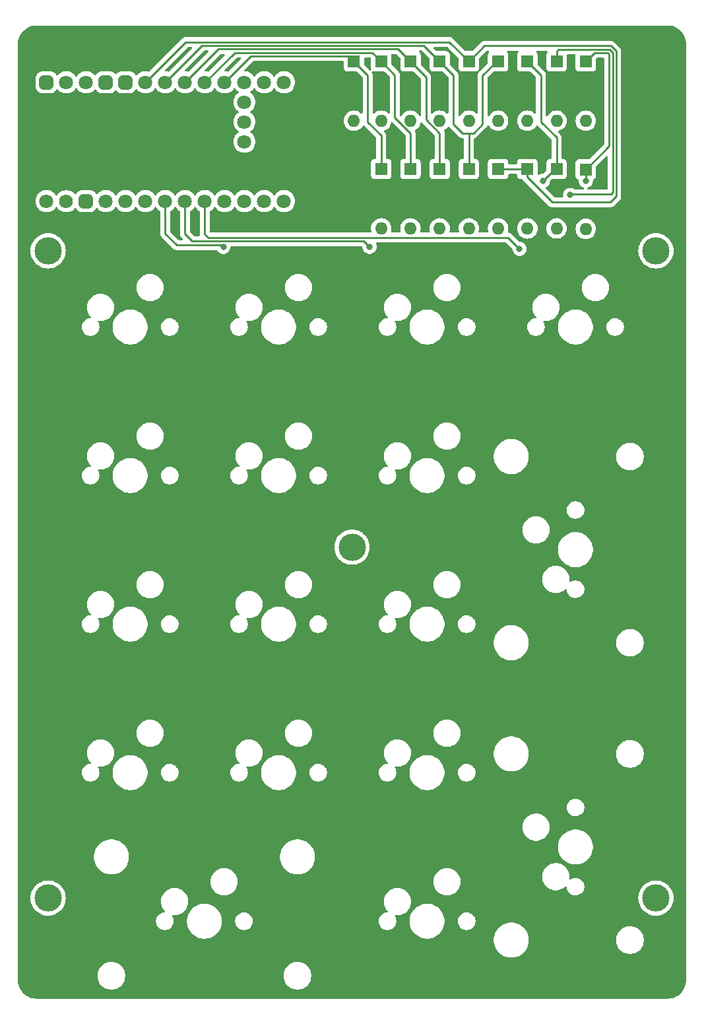
<source format=gtl>
G04 #@! TF.GenerationSoftware,KiCad,Pcbnew,8.0.6*
G04 #@! TF.CreationDate,2024-12-21T00:19:52+08:00*
G04 #@! TF.ProjectId,keyboard,6b657962-6f61-4726-942e-6b696361645f,rev?*
G04 #@! TF.SameCoordinates,Original*
G04 #@! TF.FileFunction,Copper,L1,Top*
G04 #@! TF.FilePolarity,Positive*
%FSLAX46Y46*%
G04 Gerber Fmt 4.6, Leading zero omitted, Abs format (unit mm)*
G04 Created by KiCad (PCBNEW 8.0.6) date 2024-12-21 00:19:52*
%MOMM*%
%LPD*%
G01*
G04 APERTURE LIST*
G04 Aperture macros list*
%AMRoundRect*
0 Rectangle with rounded corners*
0 $1 Rounding radius*
0 $2 $3 $4 $5 $6 $7 $8 $9 X,Y pos of 4 corners*
0 Add a 4 corners polygon primitive as box body*
4,1,4,$2,$3,$4,$5,$6,$7,$8,$9,$2,$3,0*
0 Add four circle primitives for the rounded corners*
1,1,$1+$1,$2,$3*
1,1,$1+$1,$4,$5*
1,1,$1+$1,$6,$7*
1,1,$1+$1,$8,$9*
0 Add four rect primitives between the rounded corners*
20,1,$1+$1,$2,$3,$4,$5,0*
20,1,$1+$1,$4,$5,$6,$7,0*
20,1,$1+$1,$6,$7,$8,$9,0*
20,1,$1+$1,$8,$9,$2,$3,0*%
G04 Aperture macros list end*
G04 #@! TA.AperFunction,ComponentPad*
%ADD10R,1.600000X1.600000*%
G04 #@! TD*
G04 #@! TA.AperFunction,ComponentPad*
%ADD11O,1.600000X1.600000*%
G04 #@! TD*
G04 #@! TA.AperFunction,ConnectorPad*
%ADD12C,3.500000*%
G04 #@! TD*
G04 #@! TA.AperFunction,ComponentPad*
%ADD13C,2.600000*%
G04 #@! TD*
G04 #@! TA.AperFunction,ComponentPad*
%ADD14C,1.800000*%
G04 #@! TD*
G04 #@! TA.AperFunction,ComponentPad*
%ADD15RoundRect,0.450000X-0.450000X0.450000X-0.450000X-0.450000X0.450000X-0.450000X0.450000X0.450000X0*%
G04 #@! TD*
G04 #@! TA.AperFunction,ComponentPad*
%ADD16C,1.780000*%
G04 #@! TD*
G04 #@! TA.AperFunction,ViaPad*
%ADD17C,0.800000*%
G04 #@! TD*
G04 #@! TA.AperFunction,Conductor*
%ADD18C,0.250000*%
G04 #@! TD*
G04 APERTURE END LIST*
D10*
X303492000Y-129698000D03*
D11*
X303492000Y-137318000D03*
D10*
X299742000Y-129698000D03*
D11*
X299742000Y-137318000D03*
D12*
X249500000Y-237000000D03*
D13*
X249500000Y-237000000D03*
D10*
X318492000Y-129698000D03*
D11*
X318492000Y-137318000D03*
D10*
X292242000Y-143508000D03*
D11*
X292242000Y-151128000D03*
D10*
X299742000Y-143508000D03*
D11*
X299742000Y-151128000D03*
D10*
X307242000Y-143508000D03*
D11*
X307242000Y-151128000D03*
D10*
X310992000Y-129698000D03*
D11*
X310992000Y-137318000D03*
D10*
X295992000Y-143508000D03*
D11*
X295992000Y-151128000D03*
D13*
X327500000Y-154000000D03*
D12*
X327500000Y-154000000D03*
D10*
X314742000Y-143508000D03*
D11*
X314742000Y-151128000D03*
D10*
X292242000Y-129698000D03*
D11*
X292242000Y-137318000D03*
D10*
X314742000Y-129698000D03*
D11*
X314742000Y-137318000D03*
D10*
X318492000Y-143568000D03*
D11*
X318492000Y-151188000D03*
D13*
X249500000Y-154000000D03*
D12*
X249500000Y-154000000D03*
D13*
X327500000Y-237000000D03*
D12*
X327500000Y-237000000D03*
D10*
X310992000Y-143508000D03*
D11*
X310992000Y-151128000D03*
D10*
X288742000Y-129698000D03*
D11*
X288742000Y-137318000D03*
D10*
X303492000Y-143508000D03*
D11*
X303492000Y-151128000D03*
D10*
X307242000Y-129698000D03*
D11*
X307242000Y-137318000D03*
D12*
X288500000Y-192000000D03*
D13*
X288500000Y-192000000D03*
D10*
X295992000Y-129698000D03*
D11*
X295992000Y-137318000D03*
D14*
X251829500Y-132388000D03*
X254369500Y-132388000D03*
D15*
X256909500Y-132388000D03*
X259449500Y-132388000D03*
D14*
X261989500Y-132388000D03*
X264529500Y-132388000D03*
X267069500Y-132388000D03*
X269609500Y-132388000D03*
X272149500Y-132388000D03*
X274689500Y-132388000D03*
X277229500Y-132388000D03*
X279769500Y-132388000D03*
D16*
X251829500Y-147628000D03*
D15*
X254369500Y-147628000D03*
D14*
X256909500Y-147628000D03*
X259449500Y-147628000D03*
X261989500Y-147628000D03*
X264529500Y-147628000D03*
X267069500Y-147628000D03*
X269609500Y-147628000D03*
X272149500Y-147628000D03*
X274689500Y-147628000D03*
X277229500Y-147628000D03*
X279769500Y-147628000D03*
X274689500Y-134928000D03*
X274689500Y-137468000D03*
X274689500Y-140008000D03*
D15*
X249289500Y-132388000D03*
D14*
X249289500Y-147628000D03*
D17*
X271992000Y-153508000D03*
X290742000Y-153508000D03*
X309992000Y-153758000D03*
X318492000Y-145008000D03*
X316492000Y-146833000D03*
X312992000Y-145008000D03*
D18*
X265992000Y-153258000D02*
X264529500Y-151795500D01*
X271742000Y-153258000D02*
X265992000Y-153258000D01*
X264529500Y-151795500D02*
X264529500Y-147628000D01*
X271992000Y-153508000D02*
X271742000Y-153258000D01*
X289992000Y-152758000D02*
X267992000Y-152758000D01*
X267069500Y-151835500D02*
X267069500Y-147628000D01*
X267992000Y-152758000D02*
X267069500Y-151835500D01*
X290742000Y-153508000D02*
X289992000Y-152758000D01*
X308542000Y-152308000D02*
X270042000Y-152308000D01*
X269609500Y-151875500D02*
X269609500Y-147628000D01*
X309992000Y-153758000D02*
X308542000Y-152308000D01*
X270042000Y-152308000D02*
X269609500Y-151875500D01*
X288742000Y-129698000D02*
X290492000Y-131448000D01*
X288742000Y-129698000D02*
X288067000Y-129023000D01*
X321492000Y-128758000D02*
X321492000Y-140568000D01*
X290492000Y-131448000D02*
X290492000Y-137477009D01*
X318492000Y-143568000D02*
X318492000Y-145008000D01*
X321492000Y-140568000D02*
X318492000Y-143568000D01*
X321342000Y-128608000D02*
X321492000Y-128758000D01*
X319582000Y-128608000D02*
X321342000Y-128608000D01*
X292242000Y-139227009D02*
X292242000Y-143508000D01*
X275514500Y-129023000D02*
X272149500Y-132388000D01*
X318492000Y-129698000D02*
X319582000Y-128608000D01*
X288067000Y-129023000D02*
X275514500Y-129023000D01*
X290492000Y-137477009D02*
X292242000Y-139227009D01*
X273424500Y-128573000D02*
X269609500Y-132388000D01*
X293992000Y-136908991D02*
X295992000Y-138908991D01*
X321528396Y-128158000D02*
X321942000Y-128571604D01*
X291117000Y-128573000D02*
X273424500Y-128573000D01*
X292242000Y-129698000D02*
X293992000Y-131448000D01*
X316575000Y-146750000D02*
X316492000Y-146833000D01*
X292242000Y-129698000D02*
X291117000Y-128573000D01*
X314992000Y-128158000D02*
X321528396Y-128158000D01*
X321942000Y-146500000D02*
X321692000Y-146750000D01*
X314742000Y-128408000D02*
X314992000Y-128158000D01*
X295992000Y-138908991D02*
X295992000Y-143508000D01*
X293992000Y-131448000D02*
X293992000Y-136908991D01*
X321942000Y-128571604D02*
X321942000Y-146500000D01*
X314742000Y-129698000D02*
X314742000Y-128408000D01*
X321692000Y-146750000D02*
X316575000Y-146750000D01*
X297992000Y-131698000D02*
X297992000Y-137158991D01*
X297992000Y-137158991D02*
X299742000Y-138908991D01*
X294417000Y-128123000D02*
X271334500Y-128123000D01*
X295992000Y-129698000D02*
X294417000Y-128123000D01*
X271334500Y-128123000D02*
X267069500Y-132388000D01*
X299742000Y-138908991D02*
X299742000Y-143508000D01*
X312742000Y-131448000D02*
X312742000Y-137477009D01*
X314742000Y-143508000D02*
X314492000Y-143508000D01*
X312742000Y-137477009D02*
X314742000Y-139477009D01*
X314492000Y-143508000D02*
X312992000Y-145008000D01*
X310992000Y-129698000D02*
X312742000Y-131448000D01*
X295992000Y-129698000D02*
X297992000Y-131698000D01*
X314742000Y-139477009D02*
X314742000Y-143508000D01*
X269244500Y-127673000D02*
X264529500Y-132388000D01*
X305250000Y-131500000D02*
X305250000Y-137750000D01*
X297717000Y-127673000D02*
X269244500Y-127673000D01*
X301492000Y-137742000D02*
X302658991Y-138908991D01*
X302658991Y-138908991D02*
X303492000Y-138908991D01*
X299742000Y-129698000D02*
X297717000Y-127673000D01*
X303492000Y-138908991D02*
X303492000Y-143508000D01*
X305250000Y-137750000D02*
X304091009Y-138908991D01*
X299742000Y-129698000D02*
X301492000Y-131448000D01*
X307242000Y-129698000D02*
X307052000Y-129698000D01*
X301492000Y-131448000D02*
X301492000Y-137742000D01*
X304091009Y-138908991D02*
X303492000Y-138908991D01*
X307052000Y-129698000D02*
X305250000Y-131500000D01*
X321714792Y-127708000D02*
X322392000Y-128385208D01*
X310992000Y-143508000D02*
X307242000Y-143508000D01*
X314184000Y-147750000D02*
X310992000Y-144558000D01*
X303492000Y-129698000D02*
X305482000Y-127708000D01*
X305482000Y-127708000D02*
X321714792Y-127708000D01*
X267154500Y-127223000D02*
X261989500Y-132388000D01*
X310992000Y-144558000D02*
X310992000Y-143508000D01*
X303492000Y-129698000D02*
X301017000Y-127223000D01*
X301017000Y-127223000D02*
X267154500Y-127223000D01*
X322392000Y-128385208D02*
X322392000Y-147019396D01*
X322392000Y-147019396D02*
X321661396Y-147750000D01*
X321661396Y-147750000D02*
X314184000Y-147750000D01*
G04 #@! TA.AperFunction,NonConductor*
G36*
X329003736Y-125100726D02*
G01*
X329281742Y-125117542D01*
X329296605Y-125119347D01*
X329371845Y-125133135D01*
X329566866Y-125168874D01*
X329581395Y-125172455D01*
X329843713Y-125254197D01*
X329857709Y-125259505D01*
X330108264Y-125372270D01*
X330121522Y-125379228D01*
X330356658Y-125521373D01*
X330368969Y-125529871D01*
X330585261Y-125699324D01*
X330596469Y-125709254D01*
X330790745Y-125903530D01*
X330800675Y-125914738D01*
X330970124Y-126131024D01*
X330978630Y-126143347D01*
X331120770Y-126378476D01*
X331127729Y-126391735D01*
X331240494Y-126642290D01*
X331245803Y-126656290D01*
X331327542Y-126918597D01*
X331331126Y-126933137D01*
X331380652Y-127203394D01*
X331382457Y-127218258D01*
X331399274Y-127496263D01*
X331399500Y-127503750D01*
X331399500Y-247496249D01*
X331399274Y-247503736D01*
X331382457Y-247781741D01*
X331380652Y-247796605D01*
X331331126Y-248066862D01*
X331327542Y-248081402D01*
X331245803Y-248343709D01*
X331240494Y-248357709D01*
X331127729Y-248608264D01*
X331120770Y-248621523D01*
X330978630Y-248856652D01*
X330970124Y-248868975D01*
X330800675Y-249085261D01*
X330790745Y-249096469D01*
X330596469Y-249290745D01*
X330585261Y-249300675D01*
X330368975Y-249470124D01*
X330356652Y-249478630D01*
X330121523Y-249620770D01*
X330108264Y-249627729D01*
X329857709Y-249740494D01*
X329843709Y-249745803D01*
X329581402Y-249827542D01*
X329566862Y-249831126D01*
X329296605Y-249880652D01*
X329281741Y-249882457D01*
X329003736Y-249899274D01*
X328996249Y-249899500D01*
X248003751Y-249899500D01*
X247996264Y-249899274D01*
X247718258Y-249882457D01*
X247703394Y-249880652D01*
X247433137Y-249831126D01*
X247418597Y-249827542D01*
X247156290Y-249745803D01*
X247142290Y-249740494D01*
X246891735Y-249627729D01*
X246878476Y-249620770D01*
X246643347Y-249478630D01*
X246631024Y-249470124D01*
X246595251Y-249442098D01*
X246414738Y-249300675D01*
X246403530Y-249290745D01*
X246209254Y-249096469D01*
X246199324Y-249085261D01*
X246029875Y-248868975D01*
X246021373Y-248856658D01*
X245879228Y-248621522D01*
X245872270Y-248608264D01*
X245795916Y-248438612D01*
X245759504Y-248357706D01*
X245754196Y-248343709D01*
X245739642Y-248297003D01*
X245672455Y-248081395D01*
X245668873Y-248066862D01*
X245619347Y-247796605D01*
X245617542Y-247781741D01*
X245600726Y-247503736D01*
X245600500Y-247496249D01*
X245600500Y-246843685D01*
X255837500Y-246843685D01*
X255837500Y-247076314D01*
X255861115Y-247255680D01*
X255867863Y-247306930D01*
X255897965Y-247419274D01*
X255928068Y-247531620D01*
X256017083Y-247746521D01*
X256017088Y-247746532D01*
X256133387Y-247947966D01*
X256133398Y-247947982D01*
X256274996Y-248132517D01*
X256275002Y-248132524D01*
X256439475Y-248296997D01*
X256439482Y-248297003D01*
X256518596Y-248357709D01*
X256624026Y-248438608D01*
X256624033Y-248438612D01*
X256825467Y-248554911D01*
X256825472Y-248554913D01*
X256825475Y-248554915D01*
X256932928Y-248599423D01*
X257040379Y-248643931D01*
X257040380Y-248643931D01*
X257040382Y-248643932D01*
X257265070Y-248704137D01*
X257495693Y-248734500D01*
X257495700Y-248734500D01*
X257728300Y-248734500D01*
X257728307Y-248734500D01*
X257958930Y-248704137D01*
X258183618Y-248643932D01*
X258398525Y-248554915D01*
X258599974Y-248438608D01*
X258784519Y-248297002D01*
X258949002Y-248132519D01*
X259090608Y-247947974D01*
X259206915Y-247746525D01*
X259295932Y-247531618D01*
X259356137Y-247306930D01*
X259386500Y-247076307D01*
X259386500Y-246843693D01*
X259386499Y-246843685D01*
X279713500Y-246843685D01*
X279713500Y-247076314D01*
X279737115Y-247255680D01*
X279743863Y-247306930D01*
X279773965Y-247419274D01*
X279804068Y-247531620D01*
X279893083Y-247746521D01*
X279893088Y-247746532D01*
X280009387Y-247947966D01*
X280009398Y-247947982D01*
X280150996Y-248132517D01*
X280151002Y-248132524D01*
X280315475Y-248296997D01*
X280315482Y-248297003D01*
X280394596Y-248357709D01*
X280500026Y-248438608D01*
X280500033Y-248438612D01*
X280701467Y-248554911D01*
X280701472Y-248554913D01*
X280701475Y-248554915D01*
X280808928Y-248599423D01*
X280916379Y-248643931D01*
X280916380Y-248643931D01*
X280916382Y-248643932D01*
X281141070Y-248704137D01*
X281371693Y-248734500D01*
X281371700Y-248734500D01*
X281604300Y-248734500D01*
X281604307Y-248734500D01*
X281834930Y-248704137D01*
X282059618Y-248643932D01*
X282274525Y-248554915D01*
X282475974Y-248438608D01*
X282660519Y-248297002D01*
X282825002Y-248132519D01*
X282966608Y-247947974D01*
X283082915Y-247746525D01*
X283171932Y-247531618D01*
X283232137Y-247306930D01*
X283262500Y-247076307D01*
X283262500Y-246843693D01*
X283232137Y-246613070D01*
X283171932Y-246388382D01*
X283082915Y-246173475D01*
X283082913Y-246173472D01*
X283082911Y-246173467D01*
X282966612Y-245972033D01*
X282966608Y-245972026D01*
X282825002Y-245787481D01*
X282824997Y-245787475D01*
X282660524Y-245623002D01*
X282660517Y-245622996D01*
X282475982Y-245481398D01*
X282475980Y-245481396D01*
X282475974Y-245481392D01*
X282475969Y-245481389D01*
X282475966Y-245481387D01*
X282274532Y-245365088D01*
X282274521Y-245365083D01*
X282059620Y-245276068D01*
X281947274Y-245245965D01*
X281834930Y-245215863D01*
X281783680Y-245209115D01*
X281604314Y-245185500D01*
X281604307Y-245185500D01*
X281371693Y-245185500D01*
X281371685Y-245185500D01*
X281166694Y-245212489D01*
X281141070Y-245215863D01*
X281084898Y-245230914D01*
X280916379Y-245276068D01*
X280701478Y-245365083D01*
X280701467Y-245365088D01*
X280500033Y-245481387D01*
X280500017Y-245481398D01*
X280315482Y-245622996D01*
X280315475Y-245623002D01*
X280151002Y-245787475D01*
X280150996Y-245787482D01*
X280009398Y-245972017D01*
X280009387Y-245972033D01*
X279893088Y-246173467D01*
X279893083Y-246173478D01*
X279804068Y-246388379D01*
X279743863Y-246613071D01*
X279713500Y-246843685D01*
X259386499Y-246843685D01*
X259356137Y-246613070D01*
X259295932Y-246388382D01*
X259206915Y-246173475D01*
X259206913Y-246173472D01*
X259206911Y-246173467D01*
X259090612Y-245972033D01*
X259090608Y-245972026D01*
X258949002Y-245787481D01*
X258948997Y-245787475D01*
X258784524Y-245623002D01*
X258784517Y-245622996D01*
X258599982Y-245481398D01*
X258599980Y-245481396D01*
X258599974Y-245481392D01*
X258599969Y-245481389D01*
X258599966Y-245481387D01*
X258398532Y-245365088D01*
X258398521Y-245365083D01*
X258183620Y-245276068D01*
X258071274Y-245245965D01*
X257958930Y-245215863D01*
X257907680Y-245209115D01*
X257728314Y-245185500D01*
X257728307Y-245185500D01*
X257495693Y-245185500D01*
X257495685Y-245185500D01*
X257290694Y-245212489D01*
X257265070Y-245215863D01*
X257208898Y-245230914D01*
X257040379Y-245276068D01*
X256825478Y-245365083D01*
X256825467Y-245365088D01*
X256624033Y-245481387D01*
X256624017Y-245481398D01*
X256439482Y-245622996D01*
X256439475Y-245623002D01*
X256275002Y-245787475D01*
X256274996Y-245787482D01*
X256133398Y-245972017D01*
X256133387Y-245972033D01*
X256017088Y-246173467D01*
X256017083Y-246173478D01*
X255928068Y-246388379D01*
X255867863Y-246613071D01*
X255837500Y-246843685D01*
X245600500Y-246843685D01*
X245600500Y-242240900D01*
X306675600Y-242240900D01*
X306675600Y-242535099D01*
X306675601Y-242535116D01*
X306714001Y-242826796D01*
X306790152Y-243110994D01*
X306902734Y-243382794D01*
X306902742Y-243382810D01*
X307049840Y-243637589D01*
X307049851Y-243637605D01*
X307228948Y-243871009D01*
X307228954Y-243871016D01*
X307436983Y-244079045D01*
X307436989Y-244079050D01*
X307670403Y-244258155D01*
X307670410Y-244258159D01*
X307925189Y-244405257D01*
X307925205Y-244405265D01*
X308197005Y-244517847D01*
X308197007Y-244517847D01*
X308197013Y-244517850D01*
X308481200Y-244593998D01*
X308772894Y-244632400D01*
X308772901Y-244632400D01*
X309067099Y-244632400D01*
X309067106Y-244632400D01*
X309358800Y-244593998D01*
X309642987Y-244517850D01*
X309716318Y-244487475D01*
X309914794Y-244405265D01*
X309914797Y-244405263D01*
X309914803Y-244405261D01*
X310169597Y-244258155D01*
X310403011Y-244079050D01*
X310611050Y-243871011D01*
X310790155Y-243637597D01*
X310937261Y-243382803D01*
X310940087Y-243375982D01*
X311049847Y-243110994D01*
X311049846Y-243110994D01*
X311049850Y-243110987D01*
X311125998Y-242826800D01*
X311164400Y-242535106D01*
X311164400Y-242271685D01*
X322385500Y-242271685D01*
X322385500Y-242504314D01*
X322409115Y-242683680D01*
X322415863Y-242734930D01*
X322440480Y-242826800D01*
X322476068Y-242959620D01*
X322565083Y-243174521D01*
X322565088Y-243174532D01*
X322681387Y-243375966D01*
X322681398Y-243375982D01*
X322822996Y-243560517D01*
X322823002Y-243560524D01*
X322987475Y-243724997D01*
X322987481Y-243725002D01*
X323172026Y-243866608D01*
X323172033Y-243866612D01*
X323373467Y-243982911D01*
X323373472Y-243982913D01*
X323373475Y-243982915D01*
X323480928Y-244027423D01*
X323588379Y-244071931D01*
X323588380Y-244071931D01*
X323588382Y-244071932D01*
X323813070Y-244132137D01*
X324043693Y-244162500D01*
X324043700Y-244162500D01*
X324276300Y-244162500D01*
X324276307Y-244162500D01*
X324506930Y-244132137D01*
X324731618Y-244071932D01*
X324946525Y-243982915D01*
X325147974Y-243866608D01*
X325332519Y-243725002D01*
X325497002Y-243560519D01*
X325638608Y-243375974D01*
X325754915Y-243174525D01*
X325843932Y-242959618D01*
X325904137Y-242734930D01*
X325934500Y-242504307D01*
X325934500Y-242271693D01*
X325904137Y-242041070D01*
X325843932Y-241816382D01*
X325754915Y-241601475D01*
X325754913Y-241601472D01*
X325754911Y-241601467D01*
X325638612Y-241400033D01*
X325638608Y-241400026D01*
X325497002Y-241215481D01*
X325496997Y-241215475D01*
X325332524Y-241051002D01*
X325332517Y-241050996D01*
X325147982Y-240909398D01*
X325147980Y-240909396D01*
X325147974Y-240909392D01*
X325147969Y-240909389D01*
X325147966Y-240909387D01*
X324946532Y-240793088D01*
X324946521Y-240793083D01*
X324731620Y-240704068D01*
X324619274Y-240673965D01*
X324506930Y-240643863D01*
X324455680Y-240637115D01*
X324276314Y-240613500D01*
X324276307Y-240613500D01*
X324043693Y-240613500D01*
X324043685Y-240613500D01*
X323838694Y-240640489D01*
X323813070Y-240643863D01*
X323756898Y-240658914D01*
X323588379Y-240704068D01*
X323373478Y-240793083D01*
X323373467Y-240793088D01*
X323172033Y-240909387D01*
X323172017Y-240909398D01*
X322987482Y-241050996D01*
X322987475Y-241051002D01*
X322823002Y-241215475D01*
X322822996Y-241215482D01*
X322681398Y-241400017D01*
X322681387Y-241400033D01*
X322565088Y-241601467D01*
X322565083Y-241601478D01*
X322476068Y-241816379D01*
X322415863Y-242041071D01*
X322385500Y-242271685D01*
X311164400Y-242271685D01*
X311164400Y-242240894D01*
X311125998Y-241949200D01*
X311049850Y-241665013D01*
X311049847Y-241665005D01*
X310937265Y-241393205D01*
X310937257Y-241393189D01*
X310790159Y-241138410D01*
X310790155Y-241138403D01*
X310723085Y-241050996D01*
X310611051Y-240904990D01*
X310611045Y-240904983D01*
X310403016Y-240696954D01*
X310403009Y-240696948D01*
X310169605Y-240517851D01*
X310169603Y-240517849D01*
X310169597Y-240517845D01*
X310169592Y-240517842D01*
X310169589Y-240517840D01*
X309914810Y-240370742D01*
X309914794Y-240370734D01*
X309642994Y-240258152D01*
X309569861Y-240238556D01*
X309358800Y-240182002D01*
X309358799Y-240182001D01*
X309358796Y-240182001D01*
X309067116Y-240143601D01*
X309067111Y-240143600D01*
X309067106Y-240143600D01*
X308772894Y-240143600D01*
X308772888Y-240143600D01*
X308772883Y-240143601D01*
X308481203Y-240182001D01*
X308197005Y-240258152D01*
X307925205Y-240370734D01*
X307925189Y-240370742D01*
X307670410Y-240517840D01*
X307670394Y-240517851D01*
X307436990Y-240696948D01*
X307436983Y-240696954D01*
X307228954Y-240904983D01*
X307228948Y-240904990D01*
X307049851Y-241138394D01*
X307049840Y-241138410D01*
X306902742Y-241393189D01*
X306902734Y-241393205D01*
X306790152Y-241665005D01*
X306714001Y-241949203D01*
X306675601Y-242240883D01*
X306675600Y-242240900D01*
X245600500Y-242240900D01*
X245600500Y-239886421D01*
X263344500Y-239886421D01*
X263344500Y-240063578D01*
X263372214Y-240238556D01*
X263426956Y-240407039D01*
X263426957Y-240407042D01*
X263483415Y-240517845D01*
X263507386Y-240564890D01*
X263611517Y-240708214D01*
X263736786Y-240833483D01*
X263880110Y-240937614D01*
X263943284Y-240969803D01*
X264037957Y-241018042D01*
X264037960Y-241018043D01*
X264122201Y-241045414D01*
X264206445Y-241072786D01*
X264381421Y-241100500D01*
X264381422Y-241100500D01*
X264558578Y-241100500D01*
X264558579Y-241100500D01*
X264733555Y-241072786D01*
X264902042Y-241018042D01*
X265059890Y-240937614D01*
X265203214Y-240833483D01*
X265328483Y-240708214D01*
X265432614Y-240564890D01*
X265513042Y-240407042D01*
X265567786Y-240238555D01*
X265595500Y-240063579D01*
X265595500Y-239886421D01*
X265586231Y-239827900D01*
X267305600Y-239827900D01*
X267305600Y-240122099D01*
X267305601Y-240122116D01*
X267343111Y-240407039D01*
X267344002Y-240413800D01*
X267405647Y-240643863D01*
X267420152Y-240697994D01*
X267532734Y-240969794D01*
X267532742Y-240969810D01*
X267679840Y-241224589D01*
X267679851Y-241224605D01*
X267858948Y-241458009D01*
X267858954Y-241458016D01*
X268066983Y-241666045D01*
X268066989Y-241666050D01*
X268300403Y-241845155D01*
X268300410Y-241845159D01*
X268555189Y-241992257D01*
X268555205Y-241992265D01*
X268827005Y-242104847D01*
X268827007Y-242104847D01*
X268827013Y-242104850D01*
X269111200Y-242180998D01*
X269402894Y-242219400D01*
X269402901Y-242219400D01*
X269697099Y-242219400D01*
X269697106Y-242219400D01*
X269988800Y-242180998D01*
X270272987Y-242104850D01*
X270346318Y-242074475D01*
X270544794Y-241992265D01*
X270544797Y-241992263D01*
X270544803Y-241992261D01*
X270799597Y-241845155D01*
X271033011Y-241666050D01*
X271241050Y-241458011D01*
X271420155Y-241224597D01*
X271567261Y-240969803D01*
X271580595Y-240937613D01*
X271679847Y-240697994D01*
X271679846Y-240697994D01*
X271679850Y-240697987D01*
X271755998Y-240413800D01*
X271794400Y-240122106D01*
X271794400Y-239886421D01*
X273504500Y-239886421D01*
X273504500Y-240063578D01*
X273532214Y-240238556D01*
X273586956Y-240407039D01*
X273586957Y-240407042D01*
X273643415Y-240517845D01*
X273667386Y-240564890D01*
X273771517Y-240708214D01*
X273896786Y-240833483D01*
X274040110Y-240937614D01*
X274103284Y-240969803D01*
X274197957Y-241018042D01*
X274197960Y-241018043D01*
X274282201Y-241045414D01*
X274366445Y-241072786D01*
X274541421Y-241100500D01*
X274541422Y-241100500D01*
X274718578Y-241100500D01*
X274718579Y-241100500D01*
X274893555Y-241072786D01*
X275062042Y-241018042D01*
X275219890Y-240937614D01*
X275363214Y-240833483D01*
X275488483Y-240708214D01*
X275592614Y-240564890D01*
X275673042Y-240407042D01*
X275727786Y-240238555D01*
X275755500Y-240063579D01*
X275755500Y-239886421D01*
X291919500Y-239886421D01*
X291919500Y-240063578D01*
X291947214Y-240238556D01*
X292001956Y-240407039D01*
X292001957Y-240407042D01*
X292058415Y-240517845D01*
X292082386Y-240564890D01*
X292186517Y-240708214D01*
X292311786Y-240833483D01*
X292455110Y-240937614D01*
X292518284Y-240969803D01*
X292612957Y-241018042D01*
X292612960Y-241018043D01*
X292697201Y-241045414D01*
X292781445Y-241072786D01*
X292956421Y-241100500D01*
X292956422Y-241100500D01*
X293133578Y-241100500D01*
X293133579Y-241100500D01*
X293308555Y-241072786D01*
X293477042Y-241018042D01*
X293634890Y-240937614D01*
X293778214Y-240833483D01*
X293903483Y-240708214D01*
X294007614Y-240564890D01*
X294088042Y-240407042D01*
X294142786Y-240238555D01*
X294170500Y-240063579D01*
X294170500Y-239886421D01*
X294161231Y-239827900D01*
X295880600Y-239827900D01*
X295880600Y-240122099D01*
X295880601Y-240122116D01*
X295918111Y-240407039D01*
X295919002Y-240413800D01*
X295980647Y-240643863D01*
X295995152Y-240697994D01*
X296107734Y-240969794D01*
X296107742Y-240969810D01*
X296254840Y-241224589D01*
X296254851Y-241224605D01*
X296433948Y-241458009D01*
X296433954Y-241458016D01*
X296641983Y-241666045D01*
X296641989Y-241666050D01*
X296875403Y-241845155D01*
X296875410Y-241845159D01*
X297130189Y-241992257D01*
X297130205Y-241992265D01*
X297402005Y-242104847D01*
X297402007Y-242104847D01*
X297402013Y-242104850D01*
X297686200Y-242180998D01*
X297977894Y-242219400D01*
X297977901Y-242219400D01*
X298272099Y-242219400D01*
X298272106Y-242219400D01*
X298563800Y-242180998D01*
X298847987Y-242104850D01*
X298921318Y-242074475D01*
X299119794Y-241992265D01*
X299119797Y-241992263D01*
X299119803Y-241992261D01*
X299374597Y-241845155D01*
X299608011Y-241666050D01*
X299816050Y-241458011D01*
X299995155Y-241224597D01*
X300142261Y-240969803D01*
X300155595Y-240937613D01*
X300254847Y-240697994D01*
X300254846Y-240697994D01*
X300254850Y-240697987D01*
X300330998Y-240413800D01*
X300369400Y-240122106D01*
X300369400Y-239886421D01*
X302079500Y-239886421D01*
X302079500Y-240063578D01*
X302107214Y-240238556D01*
X302161956Y-240407039D01*
X302161957Y-240407042D01*
X302218415Y-240517845D01*
X302242386Y-240564890D01*
X302346517Y-240708214D01*
X302471786Y-240833483D01*
X302615110Y-240937614D01*
X302678284Y-240969803D01*
X302772957Y-241018042D01*
X302772960Y-241018043D01*
X302857201Y-241045414D01*
X302941445Y-241072786D01*
X303116421Y-241100500D01*
X303116422Y-241100500D01*
X303293578Y-241100500D01*
X303293579Y-241100500D01*
X303468555Y-241072786D01*
X303637042Y-241018042D01*
X303794890Y-240937614D01*
X303938214Y-240833483D01*
X304063483Y-240708214D01*
X304167614Y-240564890D01*
X304248042Y-240407042D01*
X304302786Y-240238555D01*
X304330500Y-240063579D01*
X304330500Y-239886421D01*
X304302786Y-239711445D01*
X304248042Y-239542958D01*
X304248042Y-239542957D01*
X304167613Y-239385109D01*
X304156518Y-239369838D01*
X304063483Y-239241786D01*
X303938214Y-239116517D01*
X303794890Y-239012386D01*
X303731732Y-238980205D01*
X303637042Y-238931957D01*
X303637039Y-238931956D01*
X303468556Y-238877214D01*
X303381067Y-238863357D01*
X303293579Y-238849500D01*
X303116421Y-238849500D01*
X303058095Y-238858738D01*
X302941443Y-238877214D01*
X302772960Y-238931956D01*
X302772957Y-238931957D01*
X302615109Y-239012386D01*
X302533338Y-239071796D01*
X302471786Y-239116517D01*
X302471784Y-239116519D01*
X302471783Y-239116519D01*
X302346519Y-239241783D01*
X302346519Y-239241784D01*
X302346517Y-239241786D01*
X302330853Y-239263346D01*
X302242386Y-239385109D01*
X302161957Y-239542957D01*
X302161956Y-239542960D01*
X302107214Y-239711443D01*
X302079500Y-239886421D01*
X300369400Y-239886421D01*
X300369400Y-239827894D01*
X300330998Y-239536200D01*
X300254850Y-239252013D01*
X300251524Y-239243983D01*
X300142265Y-238980205D01*
X300142257Y-238980189D01*
X299995159Y-238725410D01*
X299995155Y-238725403D01*
X299927949Y-238637819D01*
X299816051Y-238491990D01*
X299816045Y-238491983D01*
X299608016Y-238283954D01*
X299608009Y-238283948D01*
X299374605Y-238104851D01*
X299374603Y-238104849D01*
X299374597Y-238104845D01*
X299374592Y-238104842D01*
X299374589Y-238104840D01*
X299119810Y-237957742D01*
X299119794Y-237957734D01*
X298847994Y-237845152D01*
X298594544Y-237777240D01*
X298563800Y-237769002D01*
X298563799Y-237769001D01*
X298563796Y-237769001D01*
X298272116Y-237730601D01*
X298272111Y-237730600D01*
X298272106Y-237730600D01*
X297977894Y-237730600D01*
X297977888Y-237730600D01*
X297977883Y-237730601D01*
X297686203Y-237769001D01*
X297402005Y-237845152D01*
X297130205Y-237957734D01*
X297130189Y-237957742D01*
X296875410Y-238104840D01*
X296875394Y-238104851D01*
X296641990Y-238283948D01*
X296641983Y-238283954D01*
X296433954Y-238491983D01*
X296433948Y-238491990D01*
X296254851Y-238725394D01*
X296254840Y-238725410D01*
X296107742Y-238980189D01*
X296107734Y-238980205D01*
X295995152Y-239252005D01*
X295919001Y-239536203D01*
X295880601Y-239827883D01*
X295880600Y-239827900D01*
X294161231Y-239827900D01*
X294142786Y-239711445D01*
X294088042Y-239542958D01*
X294088042Y-239542957D01*
X294007613Y-239385109D01*
X293996518Y-239369838D01*
X293973038Y-239304032D01*
X293988863Y-239235978D01*
X294038968Y-239187283D01*
X294107446Y-239173407D01*
X294112977Y-239174008D01*
X294200266Y-239185500D01*
X294200273Y-239185500D01*
X294429727Y-239185500D01*
X294429734Y-239185500D01*
X294657238Y-239155548D01*
X294878887Y-239096158D01*
X295090888Y-239008344D01*
X295289612Y-238893611D01*
X295471661Y-238753919D01*
X295471665Y-238753914D01*
X295471670Y-238753911D01*
X295633911Y-238591670D01*
X295633914Y-238591665D01*
X295633919Y-238591661D01*
X295773611Y-238409612D01*
X295888344Y-238210888D01*
X295976158Y-237998887D01*
X296035548Y-237777238D01*
X296065500Y-237549734D01*
X296065500Y-237320266D01*
X296035548Y-237092762D01*
X296010693Y-237000000D01*
X325236654Y-237000000D01*
X325256017Y-237295424D01*
X325256018Y-237295436D01*
X325313774Y-237585789D01*
X325313779Y-237585809D01*
X325408937Y-237866137D01*
X325408941Y-237866147D01*
X325539879Y-238131663D01*
X325539888Y-238131678D01*
X325704368Y-238377839D01*
X325899572Y-238600427D01*
X326012135Y-238699142D01*
X326122162Y-238795633D01*
X326368327Y-238960115D01*
X326368330Y-238960116D01*
X326368336Y-238960120D01*
X326633852Y-239091058D01*
X326633862Y-239091062D01*
X326914190Y-239186220D01*
X326914194Y-239186221D01*
X326914203Y-239186224D01*
X327110493Y-239225269D01*
X327204563Y-239243981D01*
X327204564Y-239243981D01*
X327204574Y-239243983D01*
X327500000Y-239263346D01*
X327795426Y-239243983D01*
X328085797Y-239186224D01*
X328176172Y-239155546D01*
X328366137Y-239091062D01*
X328366147Y-239091058D01*
X328631663Y-238960120D01*
X328631663Y-238960119D01*
X328631673Y-238960115D01*
X328877838Y-238795633D01*
X329100427Y-238600427D01*
X329295633Y-238377838D01*
X329460115Y-238131673D01*
X329591059Y-237866145D01*
X329624035Y-237769002D01*
X329686220Y-237585809D01*
X329686220Y-237585808D01*
X329686224Y-237585797D01*
X329743983Y-237295426D01*
X329763346Y-237000000D01*
X329743983Y-236704574D01*
X329734221Y-236655500D01*
X329695411Y-236460388D01*
X329686224Y-236414203D01*
X329686220Y-236414190D01*
X329591062Y-236133862D01*
X329591058Y-236133852D01*
X329460120Y-235868336D01*
X329460111Y-235868321D01*
X329436739Y-235833342D01*
X329295633Y-235622162D01*
X329217231Y-235532762D01*
X329100427Y-235399572D01*
X328877839Y-235204368D01*
X328631678Y-235039888D01*
X328631663Y-235039879D01*
X328366147Y-234908941D01*
X328366137Y-234908937D01*
X328085809Y-234813779D01*
X328085789Y-234813774D01*
X327795436Y-234756018D01*
X327795427Y-234756017D01*
X327795426Y-234756017D01*
X327500000Y-234736654D01*
X327204574Y-234756017D01*
X327204573Y-234756017D01*
X327204563Y-234756018D01*
X326914210Y-234813774D01*
X326914190Y-234813779D01*
X326633862Y-234908937D01*
X326633852Y-234908941D01*
X326368336Y-235039879D01*
X326368321Y-235039888D01*
X326122160Y-235204368D01*
X325899572Y-235399572D01*
X325704368Y-235622160D01*
X325539888Y-235868321D01*
X325539879Y-235868336D01*
X325408941Y-236133852D01*
X325408937Y-236133862D01*
X325313779Y-236414190D01*
X325313774Y-236414210D01*
X325256018Y-236704563D01*
X325256017Y-236704575D01*
X325236654Y-237000000D01*
X296010693Y-237000000D01*
X295976158Y-236871113D01*
X295926190Y-236750480D01*
X295888349Y-236659123D01*
X295888346Y-236659117D01*
X295888344Y-236659112D01*
X295773611Y-236460388D01*
X295773608Y-236460385D01*
X295773607Y-236460382D01*
X295633918Y-236278338D01*
X295633911Y-236278330D01*
X295471670Y-236116089D01*
X295471661Y-236116081D01*
X295289617Y-235976392D01*
X295090890Y-235861657D01*
X295090876Y-235861650D01*
X294878887Y-235773842D01*
X294657238Y-235714452D01*
X294619215Y-235709446D01*
X294429741Y-235684500D01*
X294429734Y-235684500D01*
X294200266Y-235684500D01*
X294200258Y-235684500D01*
X293983715Y-235713009D01*
X293972762Y-235714452D01*
X293879076Y-235739554D01*
X293751112Y-235773842D01*
X293539123Y-235861650D01*
X293539109Y-235861657D01*
X293340382Y-235976392D01*
X293158338Y-236116081D01*
X292996081Y-236278338D01*
X292856392Y-236460382D01*
X292741657Y-236659109D01*
X292741650Y-236659123D01*
X292653842Y-236871112D01*
X292594453Y-237092759D01*
X292594451Y-237092770D01*
X292564500Y-237320258D01*
X292564500Y-237549741D01*
X292569249Y-237585809D01*
X292594452Y-237777238D01*
X292618275Y-237866147D01*
X292653842Y-237998887D01*
X292741650Y-238210876D01*
X292741657Y-238210890D01*
X292856392Y-238409617D01*
X292996081Y-238591661D01*
X292996089Y-238591670D01*
X293042238Y-238637819D01*
X293075723Y-238699142D01*
X293070739Y-238768834D01*
X293028867Y-238824767D01*
X292963403Y-238849184D01*
X292957967Y-238849378D01*
X292956423Y-238849499D01*
X292781443Y-238877214D01*
X292612960Y-238931956D01*
X292612957Y-238931957D01*
X292455109Y-239012386D01*
X292373338Y-239071796D01*
X292311786Y-239116517D01*
X292311784Y-239116519D01*
X292311783Y-239116519D01*
X292186519Y-239241783D01*
X292186519Y-239241784D01*
X292186517Y-239241786D01*
X292170853Y-239263346D01*
X292082386Y-239385109D01*
X292001957Y-239542957D01*
X292001956Y-239542960D01*
X291947214Y-239711443D01*
X291919500Y-239886421D01*
X275755500Y-239886421D01*
X275727786Y-239711445D01*
X275673042Y-239542958D01*
X275673042Y-239542957D01*
X275592613Y-239385109D01*
X275581518Y-239369838D01*
X275488483Y-239241786D01*
X275363214Y-239116517D01*
X275219890Y-239012386D01*
X275156732Y-238980205D01*
X275062042Y-238931957D01*
X275062039Y-238931956D01*
X274893556Y-238877214D01*
X274806067Y-238863357D01*
X274718579Y-238849500D01*
X274541421Y-238849500D01*
X274483095Y-238858738D01*
X274366443Y-238877214D01*
X274197960Y-238931956D01*
X274197957Y-238931957D01*
X274040109Y-239012386D01*
X273958338Y-239071796D01*
X273896786Y-239116517D01*
X273896784Y-239116519D01*
X273896783Y-239116519D01*
X273771519Y-239241783D01*
X273771519Y-239241784D01*
X273771517Y-239241786D01*
X273755853Y-239263346D01*
X273667386Y-239385109D01*
X273586957Y-239542957D01*
X273586956Y-239542960D01*
X273532214Y-239711443D01*
X273504500Y-239886421D01*
X271794400Y-239886421D01*
X271794400Y-239827894D01*
X271755998Y-239536200D01*
X271679850Y-239252013D01*
X271676524Y-239243983D01*
X271567265Y-238980205D01*
X271567257Y-238980189D01*
X271420159Y-238725410D01*
X271420155Y-238725403D01*
X271352949Y-238637819D01*
X271241051Y-238491990D01*
X271241045Y-238491983D01*
X271033016Y-238283954D01*
X271033009Y-238283948D01*
X270799605Y-238104851D01*
X270799603Y-238104849D01*
X270799597Y-238104845D01*
X270799592Y-238104842D01*
X270799589Y-238104840D01*
X270544810Y-237957742D01*
X270544794Y-237957734D01*
X270272994Y-237845152D01*
X270019544Y-237777240D01*
X269988800Y-237769002D01*
X269988799Y-237769001D01*
X269988796Y-237769001D01*
X269697116Y-237730601D01*
X269697111Y-237730600D01*
X269697106Y-237730600D01*
X269402894Y-237730600D01*
X269402888Y-237730600D01*
X269402883Y-237730601D01*
X269111203Y-237769001D01*
X268827005Y-237845152D01*
X268555205Y-237957734D01*
X268555189Y-237957742D01*
X268300410Y-238104840D01*
X268300394Y-238104851D01*
X268066990Y-238283948D01*
X268066983Y-238283954D01*
X267858954Y-238491983D01*
X267858948Y-238491990D01*
X267679851Y-238725394D01*
X267679840Y-238725410D01*
X267532742Y-238980189D01*
X267532734Y-238980205D01*
X267420152Y-239252005D01*
X267344001Y-239536203D01*
X267305601Y-239827883D01*
X267305600Y-239827900D01*
X265586231Y-239827900D01*
X265567786Y-239711445D01*
X265513042Y-239542958D01*
X265513042Y-239542957D01*
X265432613Y-239385109D01*
X265421518Y-239369838D01*
X265398038Y-239304032D01*
X265413863Y-239235978D01*
X265463968Y-239187283D01*
X265532446Y-239173407D01*
X265537977Y-239174008D01*
X265625266Y-239185500D01*
X265625273Y-239185500D01*
X265854727Y-239185500D01*
X265854734Y-239185500D01*
X266082238Y-239155548D01*
X266303887Y-239096158D01*
X266515888Y-239008344D01*
X266714612Y-238893611D01*
X266896661Y-238753919D01*
X266896665Y-238753914D01*
X266896670Y-238753911D01*
X267058911Y-238591670D01*
X267058914Y-238591665D01*
X267058919Y-238591661D01*
X267198611Y-238409612D01*
X267313344Y-238210888D01*
X267401158Y-237998887D01*
X267460548Y-237777238D01*
X267490500Y-237549734D01*
X267490500Y-237320266D01*
X267460548Y-237092762D01*
X267401158Y-236871113D01*
X267351190Y-236750480D01*
X267313349Y-236659123D01*
X267313346Y-236659117D01*
X267313344Y-236659112D01*
X267198611Y-236460388D01*
X267198608Y-236460385D01*
X267198607Y-236460382D01*
X267058918Y-236278338D01*
X267058911Y-236278330D01*
X266896670Y-236116089D01*
X266896661Y-236116081D01*
X266714617Y-235976392D01*
X266515890Y-235861657D01*
X266515876Y-235861650D01*
X266303887Y-235773842D01*
X266082238Y-235714452D01*
X266044215Y-235709446D01*
X265854741Y-235684500D01*
X265854734Y-235684500D01*
X265625266Y-235684500D01*
X265625258Y-235684500D01*
X265408715Y-235713009D01*
X265397762Y-235714452D01*
X265304076Y-235739554D01*
X265176112Y-235773842D01*
X264964123Y-235861650D01*
X264964109Y-235861657D01*
X264765382Y-235976392D01*
X264583338Y-236116081D01*
X264421081Y-236278338D01*
X264281392Y-236460382D01*
X264166657Y-236659109D01*
X264166650Y-236659123D01*
X264078842Y-236871112D01*
X264019453Y-237092759D01*
X264019451Y-237092770D01*
X263989500Y-237320258D01*
X263989500Y-237549741D01*
X263994249Y-237585809D01*
X264019452Y-237777238D01*
X264043275Y-237866147D01*
X264078842Y-237998887D01*
X264166650Y-238210876D01*
X264166657Y-238210890D01*
X264281392Y-238409617D01*
X264421081Y-238591661D01*
X264421089Y-238591670D01*
X264467238Y-238637819D01*
X264500723Y-238699142D01*
X264495739Y-238768834D01*
X264453867Y-238824767D01*
X264388403Y-238849184D01*
X264382967Y-238849378D01*
X264381423Y-238849499D01*
X264206443Y-238877214D01*
X264037960Y-238931956D01*
X264037957Y-238931957D01*
X263880109Y-239012386D01*
X263798338Y-239071796D01*
X263736786Y-239116517D01*
X263736784Y-239116519D01*
X263736783Y-239116519D01*
X263611519Y-239241783D01*
X263611519Y-239241784D01*
X263611517Y-239241786D01*
X263595853Y-239263346D01*
X263507386Y-239385109D01*
X263426957Y-239542957D01*
X263426956Y-239542960D01*
X263372214Y-239711443D01*
X263344500Y-239886421D01*
X245600500Y-239886421D01*
X245600500Y-237000000D01*
X247236654Y-237000000D01*
X247256017Y-237295424D01*
X247256018Y-237295436D01*
X247313774Y-237585789D01*
X247313779Y-237585809D01*
X247408937Y-237866137D01*
X247408941Y-237866147D01*
X247539879Y-238131663D01*
X247539888Y-238131678D01*
X247704368Y-238377839D01*
X247899572Y-238600427D01*
X248012135Y-238699142D01*
X248122162Y-238795633D01*
X248368327Y-238960115D01*
X248368330Y-238960116D01*
X248368336Y-238960120D01*
X248633852Y-239091058D01*
X248633862Y-239091062D01*
X248914190Y-239186220D01*
X248914194Y-239186221D01*
X248914203Y-239186224D01*
X249110493Y-239225269D01*
X249204563Y-239243981D01*
X249204564Y-239243981D01*
X249204574Y-239243983D01*
X249500000Y-239263346D01*
X249795426Y-239243983D01*
X250085797Y-239186224D01*
X250176172Y-239155546D01*
X250366137Y-239091062D01*
X250366147Y-239091058D01*
X250631663Y-238960120D01*
X250631663Y-238960119D01*
X250631673Y-238960115D01*
X250877838Y-238795633D01*
X251100427Y-238600427D01*
X251295633Y-238377838D01*
X251460115Y-238131673D01*
X251591059Y-237866145D01*
X251624035Y-237769002D01*
X251686220Y-237585809D01*
X251686220Y-237585808D01*
X251686224Y-237585797D01*
X251743983Y-237295426D01*
X251763346Y-237000000D01*
X251743983Y-236704574D01*
X251734221Y-236655500D01*
X251695411Y-236460388D01*
X251686224Y-236414203D01*
X251686220Y-236414190D01*
X251591062Y-236133862D01*
X251591058Y-236133852D01*
X251460120Y-235868336D01*
X251460111Y-235868321D01*
X251436739Y-235833342D01*
X251295633Y-235622162D01*
X251217231Y-235532762D01*
X251100427Y-235399572D01*
X250877839Y-235204368D01*
X250631678Y-235039888D01*
X250631663Y-235039879D01*
X250366147Y-234908941D01*
X250366137Y-234908937D01*
X250085809Y-234813779D01*
X250085789Y-234813774D01*
X249917296Y-234780258D01*
X270339500Y-234780258D01*
X270339500Y-235009741D01*
X270351115Y-235097958D01*
X270369452Y-235237238D01*
X270377278Y-235266445D01*
X270428842Y-235458887D01*
X270516650Y-235670876D01*
X270516657Y-235670890D01*
X270631392Y-235869617D01*
X270771081Y-236051661D01*
X270771089Y-236051670D01*
X270933330Y-236213911D01*
X270933338Y-236213918D01*
X271115382Y-236353607D01*
X271115385Y-236353608D01*
X271115388Y-236353611D01*
X271314112Y-236468344D01*
X271314117Y-236468346D01*
X271314123Y-236468349D01*
X271405480Y-236506190D01*
X271526113Y-236556158D01*
X271747762Y-236615548D01*
X271975266Y-236645500D01*
X271975273Y-236645500D01*
X272204727Y-236645500D01*
X272204734Y-236645500D01*
X272432238Y-236615548D01*
X272653887Y-236556158D01*
X272865888Y-236468344D01*
X273064612Y-236353611D01*
X273246661Y-236213919D01*
X273246665Y-236213914D01*
X273246670Y-236213911D01*
X273408911Y-236051670D01*
X273408914Y-236051665D01*
X273408919Y-236051661D01*
X273548611Y-235869612D01*
X273663344Y-235670888D01*
X273751158Y-235458887D01*
X273810548Y-235237238D01*
X273840500Y-235009734D01*
X273840500Y-234780266D01*
X273840499Y-234780258D01*
X298914500Y-234780258D01*
X298914500Y-235009741D01*
X298926115Y-235097958D01*
X298944452Y-235237238D01*
X298952278Y-235266445D01*
X299003842Y-235458887D01*
X299091650Y-235670876D01*
X299091657Y-235670890D01*
X299206392Y-235869617D01*
X299346081Y-236051661D01*
X299346089Y-236051670D01*
X299508330Y-236213911D01*
X299508338Y-236213918D01*
X299690382Y-236353607D01*
X299690385Y-236353608D01*
X299690388Y-236353611D01*
X299889112Y-236468344D01*
X299889117Y-236468346D01*
X299889123Y-236468349D01*
X299980480Y-236506190D01*
X300101113Y-236556158D01*
X300322762Y-236615548D01*
X300550266Y-236645500D01*
X300550273Y-236645500D01*
X300779727Y-236645500D01*
X300779734Y-236645500D01*
X301007238Y-236615548D01*
X301228887Y-236556158D01*
X301440888Y-236468344D01*
X301639612Y-236353611D01*
X301821661Y-236213919D01*
X301821665Y-236213914D01*
X301821670Y-236213911D01*
X301983911Y-236051670D01*
X301983914Y-236051665D01*
X301983919Y-236051661D01*
X302123611Y-235869612D01*
X302238344Y-235670888D01*
X302326158Y-235458887D01*
X302385548Y-235237238D01*
X302415500Y-235009734D01*
X302415500Y-234780266D01*
X302385548Y-234552762D01*
X302326158Y-234331113D01*
X302249180Y-234145272D01*
X302249174Y-234145258D01*
X312884500Y-234145258D01*
X312884500Y-234374741D01*
X312905735Y-234536027D01*
X312914452Y-234602238D01*
X312955657Y-234756018D01*
X312973842Y-234823887D01*
X313061650Y-235035876D01*
X313061657Y-235035890D01*
X313176392Y-235234617D01*
X313316081Y-235416661D01*
X313316089Y-235416670D01*
X313478330Y-235578911D01*
X313478338Y-235578918D01*
X313660382Y-235718607D01*
X313660385Y-235718608D01*
X313660388Y-235718611D01*
X313859112Y-235833344D01*
X313859117Y-235833346D01*
X313859123Y-235833349D01*
X313927448Y-235861650D01*
X314071113Y-235921158D01*
X314292762Y-235980548D01*
X314520266Y-236010500D01*
X314520273Y-236010500D01*
X314749727Y-236010500D01*
X314749734Y-236010500D01*
X314977238Y-235980548D01*
X315198887Y-235921158D01*
X315410888Y-235833344D01*
X315609612Y-235718611D01*
X315791661Y-235578919D01*
X315791665Y-235578914D01*
X315791670Y-235578911D01*
X315837819Y-235532762D01*
X315899142Y-235499277D01*
X315968834Y-235504261D01*
X316024767Y-235546133D01*
X316049184Y-235611597D01*
X316049378Y-235617032D01*
X316049499Y-235618576D01*
X316077214Y-235793556D01*
X316131956Y-235962039D01*
X316131957Y-235962042D01*
X316177621Y-236051661D01*
X316212386Y-236119890D01*
X316316517Y-236263214D01*
X316441786Y-236388483D01*
X316585110Y-236492614D01*
X316662529Y-236532061D01*
X316742957Y-236573042D01*
X316742960Y-236573043D01*
X316827201Y-236600414D01*
X316911445Y-236627786D01*
X317086421Y-236655500D01*
X317086422Y-236655500D01*
X317263578Y-236655500D01*
X317263579Y-236655500D01*
X317438555Y-236627786D01*
X317607042Y-236573042D01*
X317764890Y-236492614D01*
X317908214Y-236388483D01*
X318033483Y-236263214D01*
X318137614Y-236119890D01*
X318218042Y-235962042D01*
X318272786Y-235793555D01*
X318300500Y-235618579D01*
X318300500Y-235441421D01*
X318272786Y-235266445D01*
X318218042Y-235097958D01*
X318218042Y-235097957D01*
X318137613Y-234940109D01*
X318114965Y-234908937D01*
X318033483Y-234796786D01*
X317908214Y-234671517D01*
X317764890Y-234567386D01*
X317736183Y-234552759D01*
X317607042Y-234486957D01*
X317607039Y-234486956D01*
X317438556Y-234432214D01*
X317351067Y-234418357D01*
X317263579Y-234404500D01*
X317086421Y-234404500D01*
X317028095Y-234413738D01*
X316911443Y-234432214D01*
X316742960Y-234486956D01*
X316742957Y-234486957D01*
X316585107Y-234567387D01*
X316569835Y-234578483D01*
X316504028Y-234601961D01*
X316435974Y-234586134D01*
X316387281Y-234536027D01*
X316373407Y-234467548D01*
X316374007Y-234462027D01*
X316385500Y-234374734D01*
X316385500Y-234145266D01*
X316355548Y-233917762D01*
X316296158Y-233696113D01*
X316208344Y-233484112D01*
X316093611Y-233285388D01*
X316093608Y-233285385D01*
X316093607Y-233285382D01*
X315953918Y-233103338D01*
X315953911Y-233103330D01*
X315791670Y-232941089D01*
X315791661Y-232941081D01*
X315609617Y-232801392D01*
X315410890Y-232686657D01*
X315410876Y-232686650D01*
X315198887Y-232598842D01*
X315128007Y-232579850D01*
X314977238Y-232539452D01*
X314939215Y-232534446D01*
X314749741Y-232509500D01*
X314749734Y-232509500D01*
X314520266Y-232509500D01*
X314520258Y-232509500D01*
X314303715Y-232538009D01*
X314292762Y-232539452D01*
X314199076Y-232564554D01*
X314071112Y-232598842D01*
X313859123Y-232686650D01*
X313859109Y-232686657D01*
X313660382Y-232801392D01*
X313478338Y-232941081D01*
X313316081Y-233103338D01*
X313176392Y-233285382D01*
X313061657Y-233484109D01*
X313061650Y-233484123D01*
X312973842Y-233696112D01*
X312914453Y-233917759D01*
X312914451Y-233917770D01*
X312884500Y-234145258D01*
X302249174Y-234145258D01*
X302238349Y-234119123D01*
X302238346Y-234119117D01*
X302238344Y-234119112D01*
X302123611Y-233920388D01*
X302123608Y-233920385D01*
X302123607Y-233920382D01*
X301983918Y-233738338D01*
X301983911Y-233738330D01*
X301821670Y-233576089D01*
X301821661Y-233576081D01*
X301639617Y-233436392D01*
X301440890Y-233321657D01*
X301440876Y-233321650D01*
X301228887Y-233233842D01*
X301007238Y-233174452D01*
X300969215Y-233169446D01*
X300779741Y-233144500D01*
X300779734Y-233144500D01*
X300550266Y-233144500D01*
X300550258Y-233144500D01*
X300333715Y-233173009D01*
X300322762Y-233174452D01*
X300229076Y-233199554D01*
X300101112Y-233233842D01*
X299889123Y-233321650D01*
X299889109Y-233321657D01*
X299690382Y-233436392D01*
X299508338Y-233576081D01*
X299346081Y-233738338D01*
X299206392Y-233920382D01*
X299091657Y-234119109D01*
X299091650Y-234119123D01*
X299003842Y-234331112D01*
X298992152Y-234374741D01*
X298962085Y-234486956D01*
X298944453Y-234552759D01*
X298944451Y-234552770D01*
X298914500Y-234780258D01*
X273840499Y-234780258D01*
X273810548Y-234552762D01*
X273751158Y-234331113D01*
X273674180Y-234145272D01*
X273663349Y-234119123D01*
X273663346Y-234119117D01*
X273663344Y-234119112D01*
X273548611Y-233920388D01*
X273548608Y-233920385D01*
X273548607Y-233920382D01*
X273408918Y-233738338D01*
X273408911Y-233738330D01*
X273246670Y-233576089D01*
X273246661Y-233576081D01*
X273064617Y-233436392D01*
X272865890Y-233321657D01*
X272865876Y-233321650D01*
X272653887Y-233233842D01*
X272432238Y-233174452D01*
X272394215Y-233169446D01*
X272204741Y-233144500D01*
X272204734Y-233144500D01*
X271975266Y-233144500D01*
X271975258Y-233144500D01*
X271758715Y-233173009D01*
X271747762Y-233174452D01*
X271654076Y-233199554D01*
X271526112Y-233233842D01*
X271314123Y-233321650D01*
X271314109Y-233321657D01*
X271115382Y-233436392D01*
X270933338Y-233576081D01*
X270771081Y-233738338D01*
X270631392Y-233920382D01*
X270516657Y-234119109D01*
X270516650Y-234119123D01*
X270428842Y-234331112D01*
X270417152Y-234374741D01*
X270387085Y-234486956D01*
X270369453Y-234552759D01*
X270369451Y-234552770D01*
X270339500Y-234780258D01*
X249917296Y-234780258D01*
X249795436Y-234756018D01*
X249795427Y-234756017D01*
X249795426Y-234756017D01*
X249500000Y-234736654D01*
X249204574Y-234756017D01*
X249204573Y-234756017D01*
X249204563Y-234756018D01*
X248914210Y-234813774D01*
X248914190Y-234813779D01*
X248633862Y-234908937D01*
X248633852Y-234908941D01*
X248368336Y-235039879D01*
X248368321Y-235039888D01*
X248122160Y-235204368D01*
X247899572Y-235399572D01*
X247704368Y-235622160D01*
X247539888Y-235868321D01*
X247539879Y-235868336D01*
X247408941Y-236133852D01*
X247408937Y-236133862D01*
X247313779Y-236414190D01*
X247313774Y-236414210D01*
X247256018Y-236704563D01*
X247256017Y-236704575D01*
X247236654Y-237000000D01*
X245600500Y-237000000D01*
X245600500Y-231572900D01*
X255367600Y-231572900D01*
X255367600Y-231867099D01*
X255367601Y-231867116D01*
X255406001Y-232158796D01*
X255482152Y-232442994D01*
X255594734Y-232714794D01*
X255594742Y-232714810D01*
X255741840Y-232969589D01*
X255741851Y-232969605D01*
X255920948Y-233203009D01*
X255920954Y-233203016D01*
X256128983Y-233411045D01*
X256128990Y-233411051D01*
X256295205Y-233538592D01*
X256362403Y-233590155D01*
X256362410Y-233590159D01*
X256617189Y-233737257D01*
X256617205Y-233737265D01*
X256889005Y-233849847D01*
X256889007Y-233849847D01*
X256889013Y-233849850D01*
X257173200Y-233925998D01*
X257464894Y-233964400D01*
X257464901Y-233964400D01*
X257759099Y-233964400D01*
X257759106Y-233964400D01*
X258050800Y-233925998D01*
X258334987Y-233849850D01*
X258408318Y-233819475D01*
X258606794Y-233737265D01*
X258606797Y-233737263D01*
X258606803Y-233737261D01*
X258861597Y-233590155D01*
X259095011Y-233411050D01*
X259303050Y-233203011D01*
X259482155Y-232969597D01*
X259629261Y-232714803D01*
X259640920Y-232686657D01*
X259741847Y-232442994D01*
X259741846Y-232442994D01*
X259741850Y-232442987D01*
X259817998Y-232158800D01*
X259856400Y-231867106D01*
X259856400Y-231572900D01*
X279243600Y-231572900D01*
X279243600Y-231867099D01*
X279243601Y-231867116D01*
X279282001Y-232158796D01*
X279358152Y-232442994D01*
X279470734Y-232714794D01*
X279470742Y-232714810D01*
X279617840Y-232969589D01*
X279617851Y-232969605D01*
X279796948Y-233203009D01*
X279796954Y-233203016D01*
X280004983Y-233411045D01*
X280004990Y-233411051D01*
X280171205Y-233538592D01*
X280238403Y-233590155D01*
X280238410Y-233590159D01*
X280493189Y-233737257D01*
X280493205Y-233737265D01*
X280765005Y-233849847D01*
X280765007Y-233849847D01*
X280765013Y-233849850D01*
X281049200Y-233925998D01*
X281340894Y-233964400D01*
X281340901Y-233964400D01*
X281635099Y-233964400D01*
X281635106Y-233964400D01*
X281926800Y-233925998D01*
X282210987Y-233849850D01*
X282284318Y-233819475D01*
X282482794Y-233737265D01*
X282482797Y-233737263D01*
X282482803Y-233737261D01*
X282737597Y-233590155D01*
X282971011Y-233411050D01*
X283179050Y-233203011D01*
X283358155Y-232969597D01*
X283505261Y-232714803D01*
X283516920Y-232686657D01*
X283617847Y-232442994D01*
X283617846Y-232442994D01*
X283617850Y-232442987D01*
X283693998Y-232158800D01*
X283732400Y-231867106D01*
X283732400Y-231572894D01*
X283693998Y-231281200D01*
X283617850Y-230997013D01*
X283617847Y-230997005D01*
X283505265Y-230725205D01*
X283505257Y-230725189D01*
X283358159Y-230470410D01*
X283358155Y-230470403D01*
X283229625Y-230302900D01*
X314930600Y-230302900D01*
X314930600Y-230597099D01*
X314930601Y-230597116D01*
X314969001Y-230888796D01*
X315045152Y-231172994D01*
X315157734Y-231444794D01*
X315157742Y-231444810D01*
X315304840Y-231699589D01*
X315304851Y-231699605D01*
X315483948Y-231933009D01*
X315483954Y-231933016D01*
X315691983Y-232141045D01*
X315691989Y-232141050D01*
X315925403Y-232320155D01*
X315925410Y-232320159D01*
X316180189Y-232467257D01*
X316180205Y-232467265D01*
X316452005Y-232579847D01*
X316452007Y-232579847D01*
X316452013Y-232579850D01*
X316736200Y-232655998D01*
X317027894Y-232694400D01*
X317027901Y-232694400D01*
X317322099Y-232694400D01*
X317322106Y-232694400D01*
X317613800Y-232655998D01*
X317897987Y-232579850D01*
X317995520Y-232539451D01*
X318169794Y-232467265D01*
X318169797Y-232467263D01*
X318169803Y-232467261D01*
X318424597Y-232320155D01*
X318658011Y-232141050D01*
X318866050Y-231933011D01*
X319045155Y-231699597D01*
X319192261Y-231444803D01*
X319304850Y-231172987D01*
X319380998Y-230888800D01*
X319419400Y-230597106D01*
X319419400Y-230302894D01*
X319380998Y-230011200D01*
X319304850Y-229727013D01*
X319294797Y-229702742D01*
X319192265Y-229455205D01*
X319192257Y-229455189D01*
X319045159Y-229200410D01*
X319045155Y-229200403D01*
X318866050Y-228966989D01*
X318866045Y-228966983D01*
X318658016Y-228758954D01*
X318658009Y-228758948D01*
X318424605Y-228579851D01*
X318424603Y-228579849D01*
X318424597Y-228579845D01*
X318424592Y-228579842D01*
X318424589Y-228579840D01*
X318169810Y-228432742D01*
X318169794Y-228432734D01*
X317897994Y-228320152D01*
X317644544Y-228252240D01*
X317613800Y-228244002D01*
X317613799Y-228244001D01*
X317613796Y-228244001D01*
X317322116Y-228205601D01*
X317322111Y-228205600D01*
X317322106Y-228205600D01*
X317027894Y-228205600D01*
X317027888Y-228205600D01*
X317027883Y-228205601D01*
X316736203Y-228244001D01*
X316452005Y-228320152D01*
X316180205Y-228432734D01*
X316180189Y-228432742D01*
X315925410Y-228579840D01*
X315925394Y-228579851D01*
X315691990Y-228758948D01*
X315691983Y-228758954D01*
X315483954Y-228966983D01*
X315483948Y-228966990D01*
X315304851Y-229200394D01*
X315304840Y-229200410D01*
X315157742Y-229455189D01*
X315157734Y-229455205D01*
X315045152Y-229727005D01*
X314969001Y-230011203D01*
X314930601Y-230302883D01*
X314930600Y-230302900D01*
X283229625Y-230302900D01*
X283179050Y-230236989D01*
X283179045Y-230236983D01*
X282971016Y-230028954D01*
X282971009Y-230028948D01*
X282737605Y-229849851D01*
X282737603Y-229849849D01*
X282737597Y-229849845D01*
X282737592Y-229849842D01*
X282737589Y-229849840D01*
X282482810Y-229702742D01*
X282482794Y-229702734D01*
X282210994Y-229590152D01*
X281926796Y-229514001D01*
X281635116Y-229475601D01*
X281635111Y-229475600D01*
X281635106Y-229475600D01*
X281340894Y-229475600D01*
X281340888Y-229475600D01*
X281340883Y-229475601D01*
X281049203Y-229514001D01*
X280765005Y-229590152D01*
X280493205Y-229702734D01*
X280493189Y-229702742D01*
X280238410Y-229849840D01*
X280238394Y-229849851D01*
X280004990Y-230028948D01*
X280004983Y-230028954D01*
X279796954Y-230236983D01*
X279796948Y-230236990D01*
X279617851Y-230470394D01*
X279617840Y-230470410D01*
X279470742Y-230725189D01*
X279470734Y-230725205D01*
X279358152Y-230997005D01*
X279282001Y-231281203D01*
X279243601Y-231572883D01*
X279243600Y-231572900D01*
X259856400Y-231572900D01*
X259856400Y-231572894D01*
X259817998Y-231281200D01*
X259741850Y-230997013D01*
X259741847Y-230997005D01*
X259629265Y-230725205D01*
X259629257Y-230725189D01*
X259482159Y-230470410D01*
X259482155Y-230470403D01*
X259303050Y-230236989D01*
X259303045Y-230236983D01*
X259095016Y-230028954D01*
X259095009Y-230028948D01*
X258861605Y-229849851D01*
X258861603Y-229849849D01*
X258861597Y-229849845D01*
X258861592Y-229849842D01*
X258861589Y-229849840D01*
X258606810Y-229702742D01*
X258606794Y-229702734D01*
X258334994Y-229590152D01*
X258050796Y-229514001D01*
X257759116Y-229475601D01*
X257759111Y-229475600D01*
X257759106Y-229475600D01*
X257464894Y-229475600D01*
X257464888Y-229475600D01*
X257464883Y-229475601D01*
X257173203Y-229514001D01*
X256889005Y-229590152D01*
X256617205Y-229702734D01*
X256617189Y-229702742D01*
X256362410Y-229849840D01*
X256362394Y-229849851D01*
X256128990Y-230028948D01*
X256128983Y-230028954D01*
X255920954Y-230236983D01*
X255920948Y-230236990D01*
X255741851Y-230470394D01*
X255741840Y-230470410D01*
X255594742Y-230725189D01*
X255594734Y-230725205D01*
X255482152Y-230997005D01*
X255406001Y-231281203D01*
X255367601Y-231572883D01*
X255367600Y-231572900D01*
X245600500Y-231572900D01*
X245600500Y-227795258D01*
X310344500Y-227795258D01*
X310344500Y-228024741D01*
X310368312Y-228205600D01*
X310374452Y-228252238D01*
X310422815Y-228432734D01*
X310433842Y-228473887D01*
X310521650Y-228685876D01*
X310521657Y-228685890D01*
X310636392Y-228884617D01*
X310776081Y-229066661D01*
X310776089Y-229066670D01*
X310938330Y-229228911D01*
X310938338Y-229228918D01*
X311120382Y-229368607D01*
X311120385Y-229368608D01*
X311120388Y-229368611D01*
X311319112Y-229483344D01*
X311319117Y-229483346D01*
X311319123Y-229483349D01*
X311410480Y-229521190D01*
X311531113Y-229571158D01*
X311752762Y-229630548D01*
X311980266Y-229660500D01*
X311980273Y-229660500D01*
X312209727Y-229660500D01*
X312209734Y-229660500D01*
X312437238Y-229630548D01*
X312658887Y-229571158D01*
X312870888Y-229483344D01*
X313069612Y-229368611D01*
X313251661Y-229228919D01*
X313251665Y-229228914D01*
X313251670Y-229228911D01*
X313413911Y-229066670D01*
X313413914Y-229066665D01*
X313413919Y-229066661D01*
X313553611Y-228884612D01*
X313668344Y-228685888D01*
X313756158Y-228473887D01*
X313815548Y-228252238D01*
X313845500Y-228024734D01*
X313845500Y-227795266D01*
X313815548Y-227567762D01*
X313756158Y-227346113D01*
X313668344Y-227134112D01*
X313553611Y-226935388D01*
X313553608Y-226935385D01*
X313553607Y-226935382D01*
X313413918Y-226753338D01*
X313413911Y-226753330D01*
X313251670Y-226591089D01*
X313251661Y-226591081D01*
X313069617Y-226451392D01*
X312870890Y-226336657D01*
X312870876Y-226336650D01*
X312658887Y-226248842D01*
X312582894Y-226228480D01*
X312437238Y-226189452D01*
X312399215Y-226184446D01*
X312209741Y-226159500D01*
X312209734Y-226159500D01*
X311980266Y-226159500D01*
X311980258Y-226159500D01*
X311763715Y-226188009D01*
X311752762Y-226189452D01*
X311659076Y-226214554D01*
X311531112Y-226248842D01*
X311319123Y-226336650D01*
X311319109Y-226336657D01*
X311120382Y-226451392D01*
X310938338Y-226591081D01*
X310776081Y-226753338D01*
X310636392Y-226935382D01*
X310521657Y-227134109D01*
X310521650Y-227134123D01*
X310433842Y-227346112D01*
X310374453Y-227567759D01*
X310374451Y-227567770D01*
X310344500Y-227795258D01*
X245600500Y-227795258D01*
X245600500Y-225281421D01*
X316049500Y-225281421D01*
X316049500Y-225458578D01*
X316077214Y-225633556D01*
X316131956Y-225802039D01*
X316131957Y-225802042D01*
X316212386Y-225959890D01*
X316316517Y-226103214D01*
X316441786Y-226228483D01*
X316585110Y-226332614D01*
X316662529Y-226372061D01*
X316742957Y-226413042D01*
X316742960Y-226413043D01*
X316827201Y-226440414D01*
X316911445Y-226467786D01*
X317086421Y-226495500D01*
X317086422Y-226495500D01*
X317263578Y-226495500D01*
X317263579Y-226495500D01*
X317438555Y-226467786D01*
X317607042Y-226413042D01*
X317764890Y-226332614D01*
X317908214Y-226228483D01*
X318033483Y-226103214D01*
X318137614Y-225959890D01*
X318218042Y-225802042D01*
X318272786Y-225633555D01*
X318300500Y-225458579D01*
X318300500Y-225281421D01*
X318272786Y-225106445D01*
X318218042Y-224937958D01*
X318218042Y-224937957D01*
X318137613Y-224780109D01*
X318033483Y-224636786D01*
X317908214Y-224511517D01*
X317764890Y-224407386D01*
X317607042Y-224326957D01*
X317607039Y-224326956D01*
X317438556Y-224272214D01*
X317351067Y-224258357D01*
X317263579Y-224244500D01*
X317086421Y-224244500D01*
X317028095Y-224253738D01*
X316911443Y-224272214D01*
X316742960Y-224326956D01*
X316742957Y-224326957D01*
X316585109Y-224407386D01*
X316503338Y-224466796D01*
X316441786Y-224511517D01*
X316441784Y-224511519D01*
X316441783Y-224511519D01*
X316316519Y-224636783D01*
X316316519Y-224636784D01*
X316316517Y-224636786D01*
X316271796Y-224698338D01*
X316212386Y-224780109D01*
X316131957Y-224937957D01*
X316131956Y-224937960D01*
X316077214Y-225106443D01*
X316049500Y-225281421D01*
X245600500Y-225281421D01*
X245600500Y-220836421D01*
X253819500Y-220836421D01*
X253819500Y-221013578D01*
X253847214Y-221188556D01*
X253901956Y-221357039D01*
X253901957Y-221357042D01*
X253982386Y-221514890D01*
X254086517Y-221658214D01*
X254211786Y-221783483D01*
X254355110Y-221887614D01*
X254418284Y-221919803D01*
X254512957Y-221968042D01*
X254512960Y-221968043D01*
X254597201Y-221995414D01*
X254681445Y-222022786D01*
X254856421Y-222050500D01*
X254856422Y-222050500D01*
X255033578Y-222050500D01*
X255033579Y-222050500D01*
X255208555Y-222022786D01*
X255377042Y-221968042D01*
X255534890Y-221887614D01*
X255678214Y-221783483D01*
X255803483Y-221658214D01*
X255907614Y-221514890D01*
X255988042Y-221357042D01*
X256042786Y-221188555D01*
X256070500Y-221013579D01*
X256070500Y-220836421D01*
X256061231Y-220777900D01*
X257780600Y-220777900D01*
X257780600Y-221072099D01*
X257780601Y-221072116D01*
X257819001Y-221363796D01*
X257895152Y-221647994D01*
X258007734Y-221919794D01*
X258007742Y-221919810D01*
X258154840Y-222174589D01*
X258154851Y-222174605D01*
X258333948Y-222408009D01*
X258333954Y-222408016D01*
X258541983Y-222616045D01*
X258541989Y-222616050D01*
X258775403Y-222795155D01*
X258775410Y-222795159D01*
X259030189Y-222942257D01*
X259030205Y-222942265D01*
X259302005Y-223054847D01*
X259302007Y-223054847D01*
X259302013Y-223054850D01*
X259586200Y-223130998D01*
X259877894Y-223169400D01*
X259877901Y-223169400D01*
X260172099Y-223169400D01*
X260172106Y-223169400D01*
X260463800Y-223130998D01*
X260747987Y-223054850D01*
X260821318Y-223024475D01*
X261019794Y-222942265D01*
X261019797Y-222942263D01*
X261019803Y-222942261D01*
X261274597Y-222795155D01*
X261508011Y-222616050D01*
X261716050Y-222408011D01*
X261895155Y-222174597D01*
X262042261Y-221919803D01*
X262055595Y-221887613D01*
X262154847Y-221647994D01*
X262154846Y-221647994D01*
X262154850Y-221647987D01*
X262230998Y-221363800D01*
X262269400Y-221072106D01*
X262269400Y-220836421D01*
X263979500Y-220836421D01*
X263979500Y-221013578D01*
X264007214Y-221188556D01*
X264061956Y-221357039D01*
X264061957Y-221357042D01*
X264142386Y-221514890D01*
X264246517Y-221658214D01*
X264371786Y-221783483D01*
X264515110Y-221887614D01*
X264578284Y-221919803D01*
X264672957Y-221968042D01*
X264672960Y-221968043D01*
X264757201Y-221995414D01*
X264841445Y-222022786D01*
X265016421Y-222050500D01*
X265016422Y-222050500D01*
X265193578Y-222050500D01*
X265193579Y-222050500D01*
X265368555Y-222022786D01*
X265537042Y-221968042D01*
X265694890Y-221887614D01*
X265838214Y-221783483D01*
X265963483Y-221658214D01*
X266067614Y-221514890D01*
X266148042Y-221357042D01*
X266202786Y-221188555D01*
X266230500Y-221013579D01*
X266230500Y-220836421D01*
X272869500Y-220836421D01*
X272869500Y-221013578D01*
X272897214Y-221188556D01*
X272951956Y-221357039D01*
X272951957Y-221357042D01*
X273032386Y-221514890D01*
X273136517Y-221658214D01*
X273261786Y-221783483D01*
X273405110Y-221887614D01*
X273468284Y-221919803D01*
X273562957Y-221968042D01*
X273562960Y-221968043D01*
X273647201Y-221995414D01*
X273731445Y-222022786D01*
X273906421Y-222050500D01*
X273906422Y-222050500D01*
X274083578Y-222050500D01*
X274083579Y-222050500D01*
X274258555Y-222022786D01*
X274427042Y-221968042D01*
X274584890Y-221887614D01*
X274728214Y-221783483D01*
X274853483Y-221658214D01*
X274957614Y-221514890D01*
X275038042Y-221357042D01*
X275092786Y-221188555D01*
X275120500Y-221013579D01*
X275120500Y-220836421D01*
X275111231Y-220777900D01*
X276830600Y-220777900D01*
X276830600Y-221072099D01*
X276830601Y-221072116D01*
X276869001Y-221363796D01*
X276945152Y-221647994D01*
X277057734Y-221919794D01*
X277057742Y-221919810D01*
X277204840Y-222174589D01*
X277204851Y-222174605D01*
X277383948Y-222408009D01*
X277383954Y-222408016D01*
X277591983Y-222616045D01*
X277591989Y-222616050D01*
X277825403Y-222795155D01*
X277825410Y-222795159D01*
X278080189Y-222942257D01*
X278080205Y-222942265D01*
X278352005Y-223054847D01*
X278352007Y-223054847D01*
X278352013Y-223054850D01*
X278636200Y-223130998D01*
X278927894Y-223169400D01*
X278927901Y-223169400D01*
X279222099Y-223169400D01*
X279222106Y-223169400D01*
X279513800Y-223130998D01*
X279797987Y-223054850D01*
X279871318Y-223024475D01*
X280069794Y-222942265D01*
X280069797Y-222942263D01*
X280069803Y-222942261D01*
X280324597Y-222795155D01*
X280558011Y-222616050D01*
X280766050Y-222408011D01*
X280945155Y-222174597D01*
X281092261Y-221919803D01*
X281105595Y-221887613D01*
X281204847Y-221647994D01*
X281204846Y-221647994D01*
X281204850Y-221647987D01*
X281280998Y-221363800D01*
X281319400Y-221072106D01*
X281319400Y-220836421D01*
X283029500Y-220836421D01*
X283029500Y-221013578D01*
X283057214Y-221188556D01*
X283111956Y-221357039D01*
X283111957Y-221357042D01*
X283192386Y-221514890D01*
X283296517Y-221658214D01*
X283421786Y-221783483D01*
X283565110Y-221887614D01*
X283628284Y-221919803D01*
X283722957Y-221968042D01*
X283722960Y-221968043D01*
X283807201Y-221995414D01*
X283891445Y-222022786D01*
X284066421Y-222050500D01*
X284066422Y-222050500D01*
X284243578Y-222050500D01*
X284243579Y-222050500D01*
X284418555Y-222022786D01*
X284587042Y-221968042D01*
X284744890Y-221887614D01*
X284888214Y-221783483D01*
X285013483Y-221658214D01*
X285117614Y-221514890D01*
X285198042Y-221357042D01*
X285252786Y-221188555D01*
X285280500Y-221013579D01*
X285280500Y-220836421D01*
X291919500Y-220836421D01*
X291919500Y-221013578D01*
X291947214Y-221188556D01*
X292001956Y-221357039D01*
X292001957Y-221357042D01*
X292082386Y-221514890D01*
X292186517Y-221658214D01*
X292311786Y-221783483D01*
X292455110Y-221887614D01*
X292518284Y-221919803D01*
X292612957Y-221968042D01*
X292612960Y-221968043D01*
X292697201Y-221995414D01*
X292781445Y-222022786D01*
X292956421Y-222050500D01*
X292956422Y-222050500D01*
X293133578Y-222050500D01*
X293133579Y-222050500D01*
X293308555Y-222022786D01*
X293477042Y-221968042D01*
X293634890Y-221887614D01*
X293778214Y-221783483D01*
X293903483Y-221658214D01*
X294007614Y-221514890D01*
X294088042Y-221357042D01*
X294142786Y-221188555D01*
X294170500Y-221013579D01*
X294170500Y-220836421D01*
X294161231Y-220777900D01*
X295880600Y-220777900D01*
X295880600Y-221072099D01*
X295880601Y-221072116D01*
X295919001Y-221363796D01*
X295995152Y-221647994D01*
X296107734Y-221919794D01*
X296107742Y-221919810D01*
X296254840Y-222174589D01*
X296254851Y-222174605D01*
X296433948Y-222408009D01*
X296433954Y-222408016D01*
X296641983Y-222616045D01*
X296641989Y-222616050D01*
X296875403Y-222795155D01*
X296875410Y-222795159D01*
X297130189Y-222942257D01*
X297130205Y-222942265D01*
X297402005Y-223054847D01*
X297402007Y-223054847D01*
X297402013Y-223054850D01*
X297686200Y-223130998D01*
X297977894Y-223169400D01*
X297977901Y-223169400D01*
X298272099Y-223169400D01*
X298272106Y-223169400D01*
X298563800Y-223130998D01*
X298847987Y-223054850D01*
X298921318Y-223024475D01*
X299119794Y-222942265D01*
X299119797Y-222942263D01*
X299119803Y-222942261D01*
X299374597Y-222795155D01*
X299608011Y-222616050D01*
X299816050Y-222408011D01*
X299995155Y-222174597D01*
X300142261Y-221919803D01*
X300155595Y-221887613D01*
X300254847Y-221647994D01*
X300254846Y-221647994D01*
X300254850Y-221647987D01*
X300330998Y-221363800D01*
X300369400Y-221072106D01*
X300369400Y-220836421D01*
X302079500Y-220836421D01*
X302079500Y-221013578D01*
X302107214Y-221188556D01*
X302161956Y-221357039D01*
X302161957Y-221357042D01*
X302242386Y-221514890D01*
X302346517Y-221658214D01*
X302471786Y-221783483D01*
X302615110Y-221887614D01*
X302678284Y-221919803D01*
X302772957Y-221968042D01*
X302772960Y-221968043D01*
X302857201Y-221995414D01*
X302941445Y-222022786D01*
X303116421Y-222050500D01*
X303116422Y-222050500D01*
X303293578Y-222050500D01*
X303293579Y-222050500D01*
X303468555Y-222022786D01*
X303637042Y-221968042D01*
X303794890Y-221887614D01*
X303938214Y-221783483D01*
X304063483Y-221658214D01*
X304167614Y-221514890D01*
X304248042Y-221357042D01*
X304302786Y-221188555D01*
X304330500Y-221013579D01*
X304330500Y-220836421D01*
X304302786Y-220661445D01*
X304259839Y-220529265D01*
X304248043Y-220492960D01*
X304248042Y-220492957D01*
X304167613Y-220335109D01*
X304156518Y-220319838D01*
X304063483Y-220191786D01*
X303938214Y-220066517D01*
X303794890Y-219962386D01*
X303731732Y-219930205D01*
X303637042Y-219881957D01*
X303637039Y-219881956D01*
X303468556Y-219827214D01*
X303381067Y-219813357D01*
X303293579Y-219799500D01*
X303116421Y-219799500D01*
X303058095Y-219808738D01*
X302941443Y-219827214D01*
X302772960Y-219881956D01*
X302772957Y-219881957D01*
X302615109Y-219962386D01*
X302533338Y-220021796D01*
X302471786Y-220066517D01*
X302471784Y-220066519D01*
X302471783Y-220066519D01*
X302346519Y-220191783D01*
X302346519Y-220191784D01*
X302346517Y-220191786D01*
X302301796Y-220253338D01*
X302242386Y-220335109D01*
X302161957Y-220492957D01*
X302161956Y-220492960D01*
X302107214Y-220661443D01*
X302079500Y-220836421D01*
X300369400Y-220836421D01*
X300369400Y-220777894D01*
X300330998Y-220486200D01*
X300254850Y-220202013D01*
X300254847Y-220202005D01*
X300142265Y-219930205D01*
X300142257Y-219930189D01*
X299995159Y-219675410D01*
X299995155Y-219675403D01*
X299860550Y-219499982D01*
X299816051Y-219441990D01*
X299816045Y-219441983D01*
X299608016Y-219233954D01*
X299608009Y-219233948D01*
X299374605Y-219054851D01*
X299374603Y-219054849D01*
X299374597Y-219054845D01*
X299374592Y-219054842D01*
X299374589Y-219054840D01*
X299119810Y-218907742D01*
X299119794Y-218907734D01*
X298847994Y-218795152D01*
X298594544Y-218727240D01*
X298563800Y-218719002D01*
X298563799Y-218719001D01*
X298563796Y-218719001D01*
X298272116Y-218680601D01*
X298272111Y-218680600D01*
X298272106Y-218680600D01*
X297977894Y-218680600D01*
X297977888Y-218680600D01*
X297977883Y-218680601D01*
X297686203Y-218719001D01*
X297402005Y-218795152D01*
X297130205Y-218907734D01*
X297130189Y-218907742D01*
X296875410Y-219054840D01*
X296875394Y-219054851D01*
X296641990Y-219233948D01*
X296641983Y-219233954D01*
X296433954Y-219441983D01*
X296433948Y-219441990D01*
X296254851Y-219675394D01*
X296254840Y-219675410D01*
X296107742Y-219930189D01*
X296107734Y-219930205D01*
X295995152Y-220202005D01*
X295919001Y-220486203D01*
X295880601Y-220777883D01*
X295880600Y-220777900D01*
X294161231Y-220777900D01*
X294142786Y-220661445D01*
X294099839Y-220529265D01*
X294088043Y-220492960D01*
X294088042Y-220492957D01*
X294007613Y-220335109D01*
X293996518Y-220319838D01*
X293973038Y-220254032D01*
X293988863Y-220185978D01*
X294038968Y-220137283D01*
X294107446Y-220123407D01*
X294112977Y-220124008D01*
X294200266Y-220135500D01*
X294200273Y-220135500D01*
X294429727Y-220135500D01*
X294429734Y-220135500D01*
X294657238Y-220105548D01*
X294878887Y-220046158D01*
X295090888Y-219958344D01*
X295289612Y-219843611D01*
X295471661Y-219703919D01*
X295471665Y-219703914D01*
X295471670Y-219703911D01*
X295633911Y-219541670D01*
X295633914Y-219541665D01*
X295633919Y-219541661D01*
X295773611Y-219359612D01*
X295888344Y-219160888D01*
X295976158Y-218948887D01*
X296035548Y-218727238D01*
X296065500Y-218499734D01*
X296065500Y-218364900D01*
X306675600Y-218364900D01*
X306675600Y-218659099D01*
X306675601Y-218659116D01*
X306708332Y-218907739D01*
X306714002Y-218950800D01*
X306741882Y-219054851D01*
X306790152Y-219234994D01*
X306902734Y-219506794D01*
X306902742Y-219506810D01*
X307049840Y-219761589D01*
X307049851Y-219761605D01*
X307228948Y-219995009D01*
X307228954Y-219995016D01*
X307436983Y-220203045D01*
X307436989Y-220203050D01*
X307670403Y-220382155D01*
X307670410Y-220382159D01*
X307925189Y-220529257D01*
X307925205Y-220529265D01*
X308197005Y-220641847D01*
X308197007Y-220641847D01*
X308197013Y-220641850D01*
X308481200Y-220717998D01*
X308772894Y-220756400D01*
X308772901Y-220756400D01*
X309067099Y-220756400D01*
X309067106Y-220756400D01*
X309358800Y-220717998D01*
X309642987Y-220641850D01*
X309716318Y-220611475D01*
X309914794Y-220529265D01*
X309914797Y-220529263D01*
X309914803Y-220529261D01*
X310169597Y-220382155D01*
X310403011Y-220203050D01*
X310611050Y-219995011D01*
X310790155Y-219761597D01*
X310937261Y-219506803D01*
X310940087Y-219499982D01*
X311049847Y-219234994D01*
X311049846Y-219234994D01*
X311049850Y-219234987D01*
X311125998Y-218950800D01*
X311164400Y-218659106D01*
X311164400Y-218395685D01*
X322385500Y-218395685D01*
X322385500Y-218628314D01*
X322398525Y-218727240D01*
X322415863Y-218858930D01*
X322440480Y-218950800D01*
X322476068Y-219083620D01*
X322565083Y-219298521D01*
X322565088Y-219298532D01*
X322681387Y-219499966D01*
X322681398Y-219499982D01*
X322822996Y-219684517D01*
X322823002Y-219684524D01*
X322987475Y-219848997D01*
X322987482Y-219849003D01*
X323030429Y-219881957D01*
X323172026Y-219990608D01*
X323172033Y-219990612D01*
X323373467Y-220106911D01*
X323373472Y-220106913D01*
X323373475Y-220106915D01*
X323442483Y-220135499D01*
X323588379Y-220195931D01*
X323588380Y-220195931D01*
X323588382Y-220195932D01*
X323813070Y-220256137D01*
X324043693Y-220286500D01*
X324043700Y-220286500D01*
X324276300Y-220286500D01*
X324276307Y-220286500D01*
X324506930Y-220256137D01*
X324731618Y-220195932D01*
X324946525Y-220106915D01*
X325147974Y-219990608D01*
X325332519Y-219849002D01*
X325497002Y-219684519D01*
X325638608Y-219499974D01*
X325754915Y-219298525D01*
X325843932Y-219083618D01*
X325904137Y-218858930D01*
X325934500Y-218628307D01*
X325934500Y-218395693D01*
X325904137Y-218165070D01*
X325843932Y-217940382D01*
X325754915Y-217725475D01*
X325754913Y-217725472D01*
X325754911Y-217725467D01*
X325638612Y-217524033D01*
X325638608Y-217524026D01*
X325497002Y-217339481D01*
X325496997Y-217339475D01*
X325332524Y-217175002D01*
X325332517Y-217174996D01*
X325147982Y-217033398D01*
X325147980Y-217033396D01*
X325147974Y-217033392D01*
X325147969Y-217033389D01*
X325147966Y-217033387D01*
X324946532Y-216917088D01*
X324946521Y-216917083D01*
X324731620Y-216828068D01*
X324619274Y-216797965D01*
X324506930Y-216767863D01*
X324455680Y-216761115D01*
X324276314Y-216737500D01*
X324276307Y-216737500D01*
X324043693Y-216737500D01*
X324043685Y-216737500D01*
X323838694Y-216764489D01*
X323813070Y-216767863D01*
X323756898Y-216782914D01*
X323588379Y-216828068D01*
X323373478Y-216917083D01*
X323373467Y-216917088D01*
X323172033Y-217033387D01*
X323172017Y-217033398D01*
X322987482Y-217174996D01*
X322987475Y-217175002D01*
X322823002Y-217339475D01*
X322822996Y-217339482D01*
X322681398Y-217524017D01*
X322681387Y-217524033D01*
X322565088Y-217725467D01*
X322565083Y-217725478D01*
X322476068Y-217940379D01*
X322415863Y-218165071D01*
X322385500Y-218395685D01*
X311164400Y-218395685D01*
X311164400Y-218364894D01*
X311125998Y-218073200D01*
X311049850Y-217789013D01*
X311049847Y-217789005D01*
X310937265Y-217517205D01*
X310937257Y-217517189D01*
X310790159Y-217262410D01*
X310790155Y-217262403D01*
X310611050Y-217028989D01*
X310611045Y-217028983D01*
X310403016Y-216820954D01*
X310403009Y-216820948D01*
X310169605Y-216641851D01*
X310169603Y-216641849D01*
X310169597Y-216641845D01*
X310169592Y-216641842D01*
X310169589Y-216641840D01*
X309914810Y-216494742D01*
X309914794Y-216494734D01*
X309642994Y-216382152D01*
X309358796Y-216306001D01*
X309067116Y-216267601D01*
X309067111Y-216267600D01*
X309067106Y-216267600D01*
X308772894Y-216267600D01*
X308772888Y-216267600D01*
X308772883Y-216267601D01*
X308481203Y-216306001D01*
X308197005Y-216382152D01*
X307925205Y-216494734D01*
X307925189Y-216494742D01*
X307670410Y-216641840D01*
X307670394Y-216641851D01*
X307436990Y-216820948D01*
X307436983Y-216820954D01*
X307228954Y-217028983D01*
X307228948Y-217028990D01*
X307049851Y-217262394D01*
X307049840Y-217262410D01*
X306902742Y-217517189D01*
X306902734Y-217517205D01*
X306790152Y-217789005D01*
X306714001Y-218073203D01*
X306675601Y-218364883D01*
X306675600Y-218364900D01*
X296065500Y-218364900D01*
X296065500Y-218270266D01*
X296035548Y-218042762D01*
X295976158Y-217821113D01*
X295888344Y-217609112D01*
X295773611Y-217410388D01*
X295773608Y-217410385D01*
X295773607Y-217410382D01*
X295633918Y-217228338D01*
X295633911Y-217228330D01*
X295471670Y-217066089D01*
X295471661Y-217066081D01*
X295289617Y-216926392D01*
X295090890Y-216811657D01*
X295090876Y-216811650D01*
X294878887Y-216723842D01*
X294657238Y-216664452D01*
X294619215Y-216659446D01*
X294429741Y-216634500D01*
X294429734Y-216634500D01*
X294200266Y-216634500D01*
X294200258Y-216634500D01*
X293983715Y-216663009D01*
X293972762Y-216664452D01*
X293879076Y-216689554D01*
X293751112Y-216723842D01*
X293539123Y-216811650D01*
X293539109Y-216811657D01*
X293340382Y-216926392D01*
X293158338Y-217066081D01*
X292996081Y-217228338D01*
X292856392Y-217410382D01*
X292741657Y-217609109D01*
X292741650Y-217609123D01*
X292653842Y-217821112D01*
X292594453Y-218042759D01*
X292594451Y-218042770D01*
X292564500Y-218270258D01*
X292564500Y-218499741D01*
X292581426Y-218628300D01*
X292594452Y-218727238D01*
X292642815Y-218907734D01*
X292653842Y-218948887D01*
X292741650Y-219160876D01*
X292741657Y-219160890D01*
X292856392Y-219359617D01*
X292996081Y-219541661D01*
X292996089Y-219541670D01*
X293042238Y-219587819D01*
X293075723Y-219649142D01*
X293070739Y-219718834D01*
X293028867Y-219774767D01*
X292963403Y-219799184D01*
X292957967Y-219799378D01*
X292956423Y-219799499D01*
X292781443Y-219827214D01*
X292612960Y-219881956D01*
X292612957Y-219881957D01*
X292455109Y-219962386D01*
X292373338Y-220021796D01*
X292311786Y-220066517D01*
X292311784Y-220066519D01*
X292311783Y-220066519D01*
X292186519Y-220191783D01*
X292186519Y-220191784D01*
X292186517Y-220191786D01*
X292141796Y-220253338D01*
X292082386Y-220335109D01*
X292001957Y-220492957D01*
X292001956Y-220492960D01*
X291947214Y-220661443D01*
X291919500Y-220836421D01*
X285280500Y-220836421D01*
X285252786Y-220661445D01*
X285209839Y-220529265D01*
X285198043Y-220492960D01*
X285198042Y-220492957D01*
X285117613Y-220335109D01*
X285106518Y-220319838D01*
X285013483Y-220191786D01*
X284888214Y-220066517D01*
X284744890Y-219962386D01*
X284681732Y-219930205D01*
X284587042Y-219881957D01*
X284587039Y-219881956D01*
X284418556Y-219827214D01*
X284331067Y-219813357D01*
X284243579Y-219799500D01*
X284066421Y-219799500D01*
X284008095Y-219808738D01*
X283891443Y-219827214D01*
X283722960Y-219881956D01*
X283722957Y-219881957D01*
X283565109Y-219962386D01*
X283483338Y-220021796D01*
X283421786Y-220066517D01*
X283421784Y-220066519D01*
X283421783Y-220066519D01*
X283296519Y-220191783D01*
X283296519Y-220191784D01*
X283296517Y-220191786D01*
X283251796Y-220253338D01*
X283192386Y-220335109D01*
X283111957Y-220492957D01*
X283111956Y-220492960D01*
X283057214Y-220661443D01*
X283029500Y-220836421D01*
X281319400Y-220836421D01*
X281319400Y-220777894D01*
X281280998Y-220486200D01*
X281204850Y-220202013D01*
X281204847Y-220202005D01*
X281092265Y-219930205D01*
X281092257Y-219930189D01*
X280945159Y-219675410D01*
X280945155Y-219675403D01*
X280810550Y-219499982D01*
X280766051Y-219441990D01*
X280766045Y-219441983D01*
X280558016Y-219233954D01*
X280558009Y-219233948D01*
X280324605Y-219054851D01*
X280324603Y-219054849D01*
X280324597Y-219054845D01*
X280324592Y-219054842D01*
X280324589Y-219054840D01*
X280069810Y-218907742D01*
X280069794Y-218907734D01*
X279797994Y-218795152D01*
X279544544Y-218727240D01*
X279513800Y-218719002D01*
X279513799Y-218719001D01*
X279513796Y-218719001D01*
X279222116Y-218680601D01*
X279222111Y-218680600D01*
X279222106Y-218680600D01*
X278927894Y-218680600D01*
X278927888Y-218680600D01*
X278927883Y-218680601D01*
X278636203Y-218719001D01*
X278352005Y-218795152D01*
X278080205Y-218907734D01*
X278080189Y-218907742D01*
X277825410Y-219054840D01*
X277825394Y-219054851D01*
X277591990Y-219233948D01*
X277591983Y-219233954D01*
X277383954Y-219441983D01*
X277383948Y-219441990D01*
X277204851Y-219675394D01*
X277204840Y-219675410D01*
X277057742Y-219930189D01*
X277057734Y-219930205D01*
X276945152Y-220202005D01*
X276869001Y-220486203D01*
X276830601Y-220777883D01*
X276830600Y-220777900D01*
X275111231Y-220777900D01*
X275092786Y-220661445D01*
X275049839Y-220529265D01*
X275038043Y-220492960D01*
X275038042Y-220492957D01*
X274957613Y-220335109D01*
X274946518Y-220319838D01*
X274923038Y-220254032D01*
X274938863Y-220185978D01*
X274988968Y-220137283D01*
X275057446Y-220123407D01*
X275062977Y-220124008D01*
X275150266Y-220135500D01*
X275150273Y-220135500D01*
X275379727Y-220135500D01*
X275379734Y-220135500D01*
X275607238Y-220105548D01*
X275828887Y-220046158D01*
X276040888Y-219958344D01*
X276239612Y-219843611D01*
X276421661Y-219703919D01*
X276421665Y-219703914D01*
X276421670Y-219703911D01*
X276583911Y-219541670D01*
X276583914Y-219541665D01*
X276583919Y-219541661D01*
X276723611Y-219359612D01*
X276838344Y-219160888D01*
X276926158Y-218948887D01*
X276985548Y-218727238D01*
X277015500Y-218499734D01*
X277015500Y-218270266D01*
X276985548Y-218042762D01*
X276926158Y-217821113D01*
X276838344Y-217609112D01*
X276723611Y-217410388D01*
X276723608Y-217410385D01*
X276723607Y-217410382D01*
X276583918Y-217228338D01*
X276583911Y-217228330D01*
X276421670Y-217066089D01*
X276421661Y-217066081D01*
X276239617Y-216926392D01*
X276040890Y-216811657D01*
X276040876Y-216811650D01*
X275828887Y-216723842D01*
X275607238Y-216664452D01*
X275569215Y-216659446D01*
X275379741Y-216634500D01*
X275379734Y-216634500D01*
X275150266Y-216634500D01*
X275150258Y-216634500D01*
X274933715Y-216663009D01*
X274922762Y-216664452D01*
X274829076Y-216689554D01*
X274701112Y-216723842D01*
X274489123Y-216811650D01*
X274489109Y-216811657D01*
X274290382Y-216926392D01*
X274108338Y-217066081D01*
X273946081Y-217228338D01*
X273806392Y-217410382D01*
X273691657Y-217609109D01*
X273691650Y-217609123D01*
X273603842Y-217821112D01*
X273544453Y-218042759D01*
X273544451Y-218042770D01*
X273514500Y-218270258D01*
X273514500Y-218499741D01*
X273531426Y-218628300D01*
X273544452Y-218727238D01*
X273592815Y-218907734D01*
X273603842Y-218948887D01*
X273691650Y-219160876D01*
X273691657Y-219160890D01*
X273806392Y-219359617D01*
X273946081Y-219541661D01*
X273946089Y-219541670D01*
X273992238Y-219587819D01*
X274025723Y-219649142D01*
X274020739Y-219718834D01*
X273978867Y-219774767D01*
X273913403Y-219799184D01*
X273907967Y-219799378D01*
X273906423Y-219799499D01*
X273731443Y-219827214D01*
X273562960Y-219881956D01*
X273562957Y-219881957D01*
X273405109Y-219962386D01*
X273323338Y-220021796D01*
X273261786Y-220066517D01*
X273261784Y-220066519D01*
X273261783Y-220066519D01*
X273136519Y-220191783D01*
X273136519Y-220191784D01*
X273136517Y-220191786D01*
X273091796Y-220253338D01*
X273032386Y-220335109D01*
X272951957Y-220492957D01*
X272951956Y-220492960D01*
X272897214Y-220661443D01*
X272869500Y-220836421D01*
X266230500Y-220836421D01*
X266202786Y-220661445D01*
X266159839Y-220529265D01*
X266148043Y-220492960D01*
X266148042Y-220492957D01*
X266067613Y-220335109D01*
X266056518Y-220319838D01*
X265963483Y-220191786D01*
X265838214Y-220066517D01*
X265694890Y-219962386D01*
X265631732Y-219930205D01*
X265537042Y-219881957D01*
X265537039Y-219881956D01*
X265368556Y-219827214D01*
X265281067Y-219813357D01*
X265193579Y-219799500D01*
X265016421Y-219799500D01*
X264958095Y-219808738D01*
X264841443Y-219827214D01*
X264672960Y-219881956D01*
X264672957Y-219881957D01*
X264515109Y-219962386D01*
X264433338Y-220021796D01*
X264371786Y-220066517D01*
X264371784Y-220066519D01*
X264371783Y-220066519D01*
X264246519Y-220191783D01*
X264246519Y-220191784D01*
X264246517Y-220191786D01*
X264201796Y-220253338D01*
X264142386Y-220335109D01*
X264061957Y-220492957D01*
X264061956Y-220492960D01*
X264007214Y-220661443D01*
X263979500Y-220836421D01*
X262269400Y-220836421D01*
X262269400Y-220777894D01*
X262230998Y-220486200D01*
X262154850Y-220202013D01*
X262154847Y-220202005D01*
X262042265Y-219930205D01*
X262042257Y-219930189D01*
X261895159Y-219675410D01*
X261895155Y-219675403D01*
X261760550Y-219499982D01*
X261716051Y-219441990D01*
X261716045Y-219441983D01*
X261508016Y-219233954D01*
X261508009Y-219233948D01*
X261274605Y-219054851D01*
X261274603Y-219054849D01*
X261274597Y-219054845D01*
X261274592Y-219054842D01*
X261274589Y-219054840D01*
X261019810Y-218907742D01*
X261019794Y-218907734D01*
X260747994Y-218795152D01*
X260494544Y-218727240D01*
X260463800Y-218719002D01*
X260463799Y-218719001D01*
X260463796Y-218719001D01*
X260172116Y-218680601D01*
X260172111Y-218680600D01*
X260172106Y-218680600D01*
X259877894Y-218680600D01*
X259877888Y-218680600D01*
X259877883Y-218680601D01*
X259586203Y-218719001D01*
X259302005Y-218795152D01*
X259030205Y-218907734D01*
X259030189Y-218907742D01*
X258775410Y-219054840D01*
X258775394Y-219054851D01*
X258541990Y-219233948D01*
X258541983Y-219233954D01*
X258333954Y-219441983D01*
X258333948Y-219441990D01*
X258154851Y-219675394D01*
X258154840Y-219675410D01*
X258007742Y-219930189D01*
X258007734Y-219930205D01*
X257895152Y-220202005D01*
X257819001Y-220486203D01*
X257780601Y-220777883D01*
X257780600Y-220777900D01*
X256061231Y-220777900D01*
X256042786Y-220661445D01*
X255999839Y-220529265D01*
X255988043Y-220492960D01*
X255988042Y-220492957D01*
X255907613Y-220335109D01*
X255896518Y-220319838D01*
X255873038Y-220254032D01*
X255888863Y-220185978D01*
X255938968Y-220137283D01*
X256007446Y-220123407D01*
X256012977Y-220124008D01*
X256100266Y-220135500D01*
X256100273Y-220135500D01*
X256329727Y-220135500D01*
X256329734Y-220135500D01*
X256557238Y-220105548D01*
X256778887Y-220046158D01*
X256990888Y-219958344D01*
X257189612Y-219843611D01*
X257371661Y-219703919D01*
X257371665Y-219703914D01*
X257371670Y-219703911D01*
X257533911Y-219541670D01*
X257533914Y-219541665D01*
X257533919Y-219541661D01*
X257673611Y-219359612D01*
X257788344Y-219160888D01*
X257876158Y-218948887D01*
X257935548Y-218727238D01*
X257965500Y-218499734D01*
X257965500Y-218270266D01*
X257935548Y-218042762D01*
X257876158Y-217821113D01*
X257788344Y-217609112D01*
X257673611Y-217410388D01*
X257673608Y-217410385D01*
X257673607Y-217410382D01*
X257533918Y-217228338D01*
X257533911Y-217228330D01*
X257371670Y-217066089D01*
X257371661Y-217066081D01*
X257189617Y-216926392D01*
X256990890Y-216811657D01*
X256990876Y-216811650D01*
X256778887Y-216723842D01*
X256557238Y-216664452D01*
X256519215Y-216659446D01*
X256329741Y-216634500D01*
X256329734Y-216634500D01*
X256100266Y-216634500D01*
X256100258Y-216634500D01*
X255883715Y-216663009D01*
X255872762Y-216664452D01*
X255779076Y-216689554D01*
X255651112Y-216723842D01*
X255439123Y-216811650D01*
X255439109Y-216811657D01*
X255240382Y-216926392D01*
X255058338Y-217066081D01*
X254896081Y-217228338D01*
X254756392Y-217410382D01*
X254641657Y-217609109D01*
X254641650Y-217609123D01*
X254553842Y-217821112D01*
X254494453Y-218042759D01*
X254494451Y-218042770D01*
X254464500Y-218270258D01*
X254464500Y-218499741D01*
X254481426Y-218628300D01*
X254494452Y-218727238D01*
X254542815Y-218907734D01*
X254553842Y-218948887D01*
X254641650Y-219160876D01*
X254641657Y-219160890D01*
X254756392Y-219359617D01*
X254896081Y-219541661D01*
X254896089Y-219541670D01*
X254942238Y-219587819D01*
X254975723Y-219649142D01*
X254970739Y-219718834D01*
X254928867Y-219774767D01*
X254863403Y-219799184D01*
X254857967Y-219799378D01*
X254856423Y-219799499D01*
X254681443Y-219827214D01*
X254512960Y-219881956D01*
X254512957Y-219881957D01*
X254355109Y-219962386D01*
X254273338Y-220021796D01*
X254211786Y-220066517D01*
X254211784Y-220066519D01*
X254211783Y-220066519D01*
X254086519Y-220191783D01*
X254086519Y-220191784D01*
X254086517Y-220191786D01*
X254041796Y-220253338D01*
X253982386Y-220335109D01*
X253901957Y-220492957D01*
X253901956Y-220492960D01*
X253847214Y-220661443D01*
X253819500Y-220836421D01*
X245600500Y-220836421D01*
X245600500Y-215730258D01*
X260814500Y-215730258D01*
X260814500Y-215959741D01*
X260839446Y-216149215D01*
X260844452Y-216187238D01*
X260903842Y-216408887D01*
X260991650Y-216620876D01*
X260991657Y-216620890D01*
X261106392Y-216819617D01*
X261246081Y-217001661D01*
X261246089Y-217001670D01*
X261408330Y-217163911D01*
X261408338Y-217163918D01*
X261408339Y-217163919D01*
X261422783Y-217175002D01*
X261590382Y-217303607D01*
X261590385Y-217303608D01*
X261590388Y-217303611D01*
X261789112Y-217418344D01*
X261789117Y-217418346D01*
X261789123Y-217418349D01*
X261880480Y-217456190D01*
X262001113Y-217506158D01*
X262222762Y-217565548D01*
X262450266Y-217595500D01*
X262450273Y-217595500D01*
X262679727Y-217595500D01*
X262679734Y-217595500D01*
X262907238Y-217565548D01*
X263128887Y-217506158D01*
X263340888Y-217418344D01*
X263539612Y-217303611D01*
X263721661Y-217163919D01*
X263721665Y-217163914D01*
X263721670Y-217163911D01*
X263883911Y-217001670D01*
X263883914Y-217001665D01*
X263883919Y-217001661D01*
X264023611Y-216819612D01*
X264138344Y-216620888D01*
X264226158Y-216408887D01*
X264285548Y-216187238D01*
X264315500Y-215959734D01*
X264315500Y-215730266D01*
X264315499Y-215730258D01*
X279864500Y-215730258D01*
X279864500Y-215959741D01*
X279889446Y-216149215D01*
X279894452Y-216187238D01*
X279953842Y-216408887D01*
X280041650Y-216620876D01*
X280041657Y-216620890D01*
X280156392Y-216819617D01*
X280296081Y-217001661D01*
X280296089Y-217001670D01*
X280458330Y-217163911D01*
X280458338Y-217163918D01*
X280458339Y-217163919D01*
X280472783Y-217175002D01*
X280640382Y-217303607D01*
X280640385Y-217303608D01*
X280640388Y-217303611D01*
X280839112Y-217418344D01*
X280839117Y-217418346D01*
X280839123Y-217418349D01*
X280930480Y-217456190D01*
X281051113Y-217506158D01*
X281272762Y-217565548D01*
X281500266Y-217595500D01*
X281500273Y-217595500D01*
X281729727Y-217595500D01*
X281729734Y-217595500D01*
X281957238Y-217565548D01*
X282178887Y-217506158D01*
X282390888Y-217418344D01*
X282589612Y-217303611D01*
X282771661Y-217163919D01*
X282771665Y-217163914D01*
X282771670Y-217163911D01*
X282933911Y-217001670D01*
X282933914Y-217001665D01*
X282933919Y-217001661D01*
X283073611Y-216819612D01*
X283188344Y-216620888D01*
X283276158Y-216408887D01*
X283335548Y-216187238D01*
X283365500Y-215959734D01*
X283365500Y-215730266D01*
X283365499Y-215730258D01*
X298914500Y-215730258D01*
X298914500Y-215959741D01*
X298939446Y-216149215D01*
X298944452Y-216187238D01*
X299003842Y-216408887D01*
X299091650Y-216620876D01*
X299091657Y-216620890D01*
X299206392Y-216819617D01*
X299346081Y-217001661D01*
X299346089Y-217001670D01*
X299508330Y-217163911D01*
X299508338Y-217163918D01*
X299508339Y-217163919D01*
X299522783Y-217175002D01*
X299690382Y-217303607D01*
X299690385Y-217303608D01*
X299690388Y-217303611D01*
X299889112Y-217418344D01*
X299889117Y-217418346D01*
X299889123Y-217418349D01*
X299980480Y-217456190D01*
X300101113Y-217506158D01*
X300322762Y-217565548D01*
X300550266Y-217595500D01*
X300550273Y-217595500D01*
X300779727Y-217595500D01*
X300779734Y-217595500D01*
X301007238Y-217565548D01*
X301228887Y-217506158D01*
X301440888Y-217418344D01*
X301639612Y-217303611D01*
X301821661Y-217163919D01*
X301821665Y-217163914D01*
X301821670Y-217163911D01*
X301983911Y-217001670D01*
X301983914Y-217001665D01*
X301983919Y-217001661D01*
X302123611Y-216819612D01*
X302238344Y-216620888D01*
X302326158Y-216408887D01*
X302385548Y-216187238D01*
X302415500Y-215959734D01*
X302415500Y-215730266D01*
X302385548Y-215502762D01*
X302326158Y-215281113D01*
X302238344Y-215069112D01*
X302123611Y-214870388D01*
X302123608Y-214870385D01*
X302123607Y-214870382D01*
X301983918Y-214688338D01*
X301983911Y-214688330D01*
X301821670Y-214526089D01*
X301821661Y-214526081D01*
X301639617Y-214386392D01*
X301440890Y-214271657D01*
X301440876Y-214271650D01*
X301228887Y-214183842D01*
X301007238Y-214124452D01*
X300969215Y-214119446D01*
X300779741Y-214094500D01*
X300779734Y-214094500D01*
X300550266Y-214094500D01*
X300550258Y-214094500D01*
X300333715Y-214123009D01*
X300322762Y-214124452D01*
X300229076Y-214149554D01*
X300101112Y-214183842D01*
X299889123Y-214271650D01*
X299889109Y-214271657D01*
X299690382Y-214386392D01*
X299508338Y-214526081D01*
X299346081Y-214688338D01*
X299206392Y-214870382D01*
X299091657Y-215069109D01*
X299091650Y-215069123D01*
X299003842Y-215281112D01*
X298944453Y-215502759D01*
X298944451Y-215502770D01*
X298914500Y-215730258D01*
X283365499Y-215730258D01*
X283335548Y-215502762D01*
X283276158Y-215281113D01*
X283188344Y-215069112D01*
X283073611Y-214870388D01*
X283073608Y-214870385D01*
X283073607Y-214870382D01*
X282933918Y-214688338D01*
X282933911Y-214688330D01*
X282771670Y-214526089D01*
X282771661Y-214526081D01*
X282589617Y-214386392D01*
X282390890Y-214271657D01*
X282390876Y-214271650D01*
X282178887Y-214183842D01*
X281957238Y-214124452D01*
X281919215Y-214119446D01*
X281729741Y-214094500D01*
X281729734Y-214094500D01*
X281500266Y-214094500D01*
X281500258Y-214094500D01*
X281283715Y-214123009D01*
X281272762Y-214124452D01*
X281179076Y-214149554D01*
X281051112Y-214183842D01*
X280839123Y-214271650D01*
X280839109Y-214271657D01*
X280640382Y-214386392D01*
X280458338Y-214526081D01*
X280296081Y-214688338D01*
X280156392Y-214870382D01*
X280041657Y-215069109D01*
X280041650Y-215069123D01*
X279953842Y-215281112D01*
X279894453Y-215502759D01*
X279894451Y-215502770D01*
X279864500Y-215730258D01*
X264315499Y-215730258D01*
X264285548Y-215502762D01*
X264226158Y-215281113D01*
X264138344Y-215069112D01*
X264023611Y-214870388D01*
X264023608Y-214870385D01*
X264023607Y-214870382D01*
X263883918Y-214688338D01*
X263883911Y-214688330D01*
X263721670Y-214526089D01*
X263721661Y-214526081D01*
X263539617Y-214386392D01*
X263340890Y-214271657D01*
X263340876Y-214271650D01*
X263128887Y-214183842D01*
X262907238Y-214124452D01*
X262869215Y-214119446D01*
X262679741Y-214094500D01*
X262679734Y-214094500D01*
X262450266Y-214094500D01*
X262450258Y-214094500D01*
X262233715Y-214123009D01*
X262222762Y-214124452D01*
X262129076Y-214149554D01*
X262001112Y-214183842D01*
X261789123Y-214271650D01*
X261789109Y-214271657D01*
X261590382Y-214386392D01*
X261408338Y-214526081D01*
X261246081Y-214688338D01*
X261106392Y-214870382D01*
X260991657Y-215069109D01*
X260991650Y-215069123D01*
X260903842Y-215281112D01*
X260844453Y-215502759D01*
X260844451Y-215502770D01*
X260814500Y-215730258D01*
X245600500Y-215730258D01*
X245600500Y-201786421D01*
X253819500Y-201786421D01*
X253819500Y-201963578D01*
X253847214Y-202138556D01*
X253901956Y-202307039D01*
X253901957Y-202307042D01*
X253943129Y-202387845D01*
X253982386Y-202464890D01*
X254086517Y-202608214D01*
X254211786Y-202733483D01*
X254355110Y-202837614D01*
X254418284Y-202869803D01*
X254512957Y-202918042D01*
X254512960Y-202918043D01*
X254597201Y-202945414D01*
X254681445Y-202972786D01*
X254856421Y-203000500D01*
X254856422Y-203000500D01*
X255033578Y-203000500D01*
X255033579Y-203000500D01*
X255208555Y-202972786D01*
X255377042Y-202918042D01*
X255534890Y-202837614D01*
X255678214Y-202733483D01*
X255803483Y-202608214D01*
X255907614Y-202464890D01*
X255988042Y-202307042D01*
X256042786Y-202138555D01*
X256070500Y-201963579D01*
X256070500Y-201786421D01*
X256061231Y-201727900D01*
X257780600Y-201727900D01*
X257780600Y-202022099D01*
X257780601Y-202022116D01*
X257819001Y-202313796D01*
X257895152Y-202597994D01*
X258007734Y-202869794D01*
X258007742Y-202869810D01*
X258154840Y-203124589D01*
X258154851Y-203124605D01*
X258333948Y-203358009D01*
X258333954Y-203358016D01*
X258541983Y-203566045D01*
X258541989Y-203566050D01*
X258775403Y-203745155D01*
X258775410Y-203745159D01*
X259030189Y-203892257D01*
X259030205Y-203892265D01*
X259302005Y-204004847D01*
X259302007Y-204004847D01*
X259302013Y-204004850D01*
X259586200Y-204080998D01*
X259877894Y-204119400D01*
X259877901Y-204119400D01*
X260172099Y-204119400D01*
X260172106Y-204119400D01*
X260463800Y-204080998D01*
X260747987Y-204004850D01*
X260821318Y-203974475D01*
X261019794Y-203892265D01*
X261019797Y-203892263D01*
X261019803Y-203892261D01*
X261274597Y-203745155D01*
X261508011Y-203566050D01*
X261716050Y-203358011D01*
X261895155Y-203124597D01*
X262042261Y-202869803D01*
X262055595Y-202837613D01*
X262154847Y-202597994D01*
X262154846Y-202597994D01*
X262154850Y-202597987D01*
X262230998Y-202313800D01*
X262269400Y-202022106D01*
X262269400Y-201786421D01*
X263979500Y-201786421D01*
X263979500Y-201963578D01*
X264007214Y-202138556D01*
X264061956Y-202307039D01*
X264061957Y-202307042D01*
X264103129Y-202387845D01*
X264142386Y-202464890D01*
X264246517Y-202608214D01*
X264371786Y-202733483D01*
X264515110Y-202837614D01*
X264578284Y-202869803D01*
X264672957Y-202918042D01*
X264672960Y-202918043D01*
X264757201Y-202945414D01*
X264841445Y-202972786D01*
X265016421Y-203000500D01*
X265016422Y-203000500D01*
X265193578Y-203000500D01*
X265193579Y-203000500D01*
X265368555Y-202972786D01*
X265537042Y-202918042D01*
X265694890Y-202837614D01*
X265838214Y-202733483D01*
X265963483Y-202608214D01*
X266067614Y-202464890D01*
X266148042Y-202307042D01*
X266202786Y-202138555D01*
X266230500Y-201963579D01*
X266230500Y-201786421D01*
X272869500Y-201786421D01*
X272869500Y-201963578D01*
X272897214Y-202138556D01*
X272951956Y-202307039D01*
X272951957Y-202307042D01*
X272993129Y-202387845D01*
X273032386Y-202464890D01*
X273136517Y-202608214D01*
X273261786Y-202733483D01*
X273405110Y-202837614D01*
X273468284Y-202869803D01*
X273562957Y-202918042D01*
X273562960Y-202918043D01*
X273647201Y-202945414D01*
X273731445Y-202972786D01*
X273906421Y-203000500D01*
X273906422Y-203000500D01*
X274083578Y-203000500D01*
X274083579Y-203000500D01*
X274258555Y-202972786D01*
X274427042Y-202918042D01*
X274584890Y-202837614D01*
X274728214Y-202733483D01*
X274853483Y-202608214D01*
X274957614Y-202464890D01*
X275038042Y-202307042D01*
X275092786Y-202138555D01*
X275120500Y-201963579D01*
X275120500Y-201786421D01*
X275111231Y-201727900D01*
X276830600Y-201727900D01*
X276830600Y-202022099D01*
X276830601Y-202022116D01*
X276869001Y-202313796D01*
X276945152Y-202597994D01*
X277057734Y-202869794D01*
X277057742Y-202869810D01*
X277204840Y-203124589D01*
X277204851Y-203124605D01*
X277383948Y-203358009D01*
X277383954Y-203358016D01*
X277591983Y-203566045D01*
X277591989Y-203566050D01*
X277825403Y-203745155D01*
X277825410Y-203745159D01*
X278080189Y-203892257D01*
X278080205Y-203892265D01*
X278352005Y-204004847D01*
X278352007Y-204004847D01*
X278352013Y-204004850D01*
X278636200Y-204080998D01*
X278927894Y-204119400D01*
X278927901Y-204119400D01*
X279222099Y-204119400D01*
X279222106Y-204119400D01*
X279513800Y-204080998D01*
X279797987Y-204004850D01*
X279871318Y-203974475D01*
X280069794Y-203892265D01*
X280069797Y-203892263D01*
X280069803Y-203892261D01*
X280324597Y-203745155D01*
X280558011Y-203566050D01*
X280766050Y-203358011D01*
X280945155Y-203124597D01*
X281092261Y-202869803D01*
X281105595Y-202837613D01*
X281204847Y-202597994D01*
X281204846Y-202597994D01*
X281204850Y-202597987D01*
X281280998Y-202313800D01*
X281319400Y-202022106D01*
X281319400Y-201786421D01*
X283029500Y-201786421D01*
X283029500Y-201963578D01*
X283057214Y-202138556D01*
X283111956Y-202307039D01*
X283111957Y-202307042D01*
X283153129Y-202387845D01*
X283192386Y-202464890D01*
X283296517Y-202608214D01*
X283421786Y-202733483D01*
X283565110Y-202837614D01*
X283628284Y-202869803D01*
X283722957Y-202918042D01*
X283722960Y-202918043D01*
X283807201Y-202945414D01*
X283891445Y-202972786D01*
X284066421Y-203000500D01*
X284066422Y-203000500D01*
X284243578Y-203000500D01*
X284243579Y-203000500D01*
X284418555Y-202972786D01*
X284587042Y-202918042D01*
X284744890Y-202837614D01*
X284888214Y-202733483D01*
X285013483Y-202608214D01*
X285117614Y-202464890D01*
X285198042Y-202307042D01*
X285252786Y-202138555D01*
X285280500Y-201963579D01*
X285280500Y-201786421D01*
X291919500Y-201786421D01*
X291919500Y-201963578D01*
X291947214Y-202138556D01*
X292001956Y-202307039D01*
X292001957Y-202307042D01*
X292043129Y-202387845D01*
X292082386Y-202464890D01*
X292186517Y-202608214D01*
X292311786Y-202733483D01*
X292455110Y-202837614D01*
X292518284Y-202869803D01*
X292612957Y-202918042D01*
X292612960Y-202918043D01*
X292697201Y-202945414D01*
X292781445Y-202972786D01*
X292956421Y-203000500D01*
X292956422Y-203000500D01*
X293133578Y-203000500D01*
X293133579Y-203000500D01*
X293308555Y-202972786D01*
X293477042Y-202918042D01*
X293634890Y-202837614D01*
X293778214Y-202733483D01*
X293903483Y-202608214D01*
X294007614Y-202464890D01*
X294088042Y-202307042D01*
X294142786Y-202138555D01*
X294170500Y-201963579D01*
X294170500Y-201786421D01*
X294161231Y-201727900D01*
X295880600Y-201727900D01*
X295880600Y-202022099D01*
X295880601Y-202022116D01*
X295919001Y-202313796D01*
X295995152Y-202597994D01*
X296107734Y-202869794D01*
X296107742Y-202869810D01*
X296254840Y-203124589D01*
X296254851Y-203124605D01*
X296433948Y-203358009D01*
X296433954Y-203358016D01*
X296641983Y-203566045D01*
X296641989Y-203566050D01*
X296875403Y-203745155D01*
X296875410Y-203745159D01*
X297130189Y-203892257D01*
X297130205Y-203892265D01*
X297402005Y-204004847D01*
X297402007Y-204004847D01*
X297402013Y-204004850D01*
X297686200Y-204080998D01*
X297977894Y-204119400D01*
X297977901Y-204119400D01*
X298272099Y-204119400D01*
X298272106Y-204119400D01*
X298336670Y-204110900D01*
X306675600Y-204110900D01*
X306675600Y-204405099D01*
X306675601Y-204405116D01*
X306714001Y-204696796D01*
X306790152Y-204980994D01*
X306902734Y-205252794D01*
X306902742Y-205252810D01*
X307049840Y-205507589D01*
X307049851Y-205507605D01*
X307228948Y-205741009D01*
X307228954Y-205741016D01*
X307436983Y-205949045D01*
X307436989Y-205949050D01*
X307670403Y-206128155D01*
X307670410Y-206128159D01*
X307925189Y-206275257D01*
X307925205Y-206275265D01*
X308197005Y-206387847D01*
X308197007Y-206387847D01*
X308197013Y-206387850D01*
X308481200Y-206463998D01*
X308772894Y-206502400D01*
X308772901Y-206502400D01*
X309067099Y-206502400D01*
X309067106Y-206502400D01*
X309358800Y-206463998D01*
X309642987Y-206387850D01*
X309716318Y-206357475D01*
X309914794Y-206275265D01*
X309914797Y-206275263D01*
X309914803Y-206275261D01*
X310169597Y-206128155D01*
X310403011Y-205949050D01*
X310611050Y-205741011D01*
X310790155Y-205507597D01*
X310937261Y-205252803D01*
X310940087Y-205245982D01*
X311049847Y-204980994D01*
X311049846Y-204980994D01*
X311049850Y-204980987D01*
X311125998Y-204696800D01*
X311164400Y-204405106D01*
X311164400Y-204141685D01*
X322385500Y-204141685D01*
X322385500Y-204374314D01*
X322409115Y-204553680D01*
X322415863Y-204604930D01*
X322440480Y-204696800D01*
X322476068Y-204829620D01*
X322565083Y-205044521D01*
X322565088Y-205044532D01*
X322681387Y-205245966D01*
X322681398Y-205245982D01*
X322822996Y-205430517D01*
X322823002Y-205430524D01*
X322987475Y-205594997D01*
X322987481Y-205595002D01*
X323172026Y-205736608D01*
X323172033Y-205736612D01*
X323373467Y-205852911D01*
X323373472Y-205852913D01*
X323373475Y-205852915D01*
X323480928Y-205897423D01*
X323588379Y-205941931D01*
X323588380Y-205941931D01*
X323588382Y-205941932D01*
X323813070Y-206002137D01*
X324043693Y-206032500D01*
X324043700Y-206032500D01*
X324276300Y-206032500D01*
X324276307Y-206032500D01*
X324506930Y-206002137D01*
X324731618Y-205941932D01*
X324946525Y-205852915D01*
X325147974Y-205736608D01*
X325332519Y-205595002D01*
X325497002Y-205430519D01*
X325638608Y-205245974D01*
X325754915Y-205044525D01*
X325843932Y-204829618D01*
X325904137Y-204604930D01*
X325934500Y-204374307D01*
X325934500Y-204141693D01*
X325904137Y-203911070D01*
X325843932Y-203686382D01*
X325754915Y-203471475D01*
X325754913Y-203471472D01*
X325754911Y-203471467D01*
X325638612Y-203270033D01*
X325638608Y-203270026D01*
X325497002Y-203085481D01*
X325496997Y-203085475D01*
X325332524Y-202921002D01*
X325332517Y-202920996D01*
X325147982Y-202779398D01*
X325147980Y-202779396D01*
X325147974Y-202779392D01*
X325147969Y-202779389D01*
X325147966Y-202779387D01*
X324946532Y-202663088D01*
X324946521Y-202663083D01*
X324731620Y-202574068D01*
X324619274Y-202543965D01*
X324506930Y-202513863D01*
X324455680Y-202507115D01*
X324276314Y-202483500D01*
X324276307Y-202483500D01*
X324043693Y-202483500D01*
X324043685Y-202483500D01*
X323838694Y-202510489D01*
X323813070Y-202513863D01*
X323756898Y-202528914D01*
X323588379Y-202574068D01*
X323373478Y-202663083D01*
X323373467Y-202663088D01*
X323172033Y-202779387D01*
X323172017Y-202779398D01*
X322987482Y-202920996D01*
X322987475Y-202921002D01*
X322823002Y-203085475D01*
X322822996Y-203085482D01*
X322681398Y-203270017D01*
X322681387Y-203270033D01*
X322565088Y-203471467D01*
X322565083Y-203471478D01*
X322476068Y-203686379D01*
X322415863Y-203911071D01*
X322385500Y-204141685D01*
X311164400Y-204141685D01*
X311164400Y-204110894D01*
X311125998Y-203819200D01*
X311049850Y-203535013D01*
X311049847Y-203535005D01*
X310937265Y-203263205D01*
X310937257Y-203263189D01*
X310790159Y-203008410D01*
X310790155Y-203008403D01*
X310683803Y-202869803D01*
X310611051Y-202774990D01*
X310611045Y-202774983D01*
X310403016Y-202566954D01*
X310403009Y-202566948D01*
X310169605Y-202387851D01*
X310169603Y-202387849D01*
X310169597Y-202387845D01*
X310169592Y-202387842D01*
X310169589Y-202387840D01*
X309914810Y-202240742D01*
X309914794Y-202240734D01*
X309642994Y-202128152D01*
X309358796Y-202052001D01*
X309067116Y-202013601D01*
X309067111Y-202013600D01*
X309067106Y-202013600D01*
X308772894Y-202013600D01*
X308772888Y-202013600D01*
X308772883Y-202013601D01*
X308481203Y-202052001D01*
X308197005Y-202128152D01*
X307925205Y-202240734D01*
X307925189Y-202240742D01*
X307670410Y-202387840D01*
X307670394Y-202387851D01*
X307436990Y-202566948D01*
X307436983Y-202566954D01*
X307228954Y-202774983D01*
X307228948Y-202774990D01*
X307049851Y-203008394D01*
X307049840Y-203008410D01*
X306902742Y-203263189D01*
X306902734Y-203263205D01*
X306790152Y-203535005D01*
X306714001Y-203819203D01*
X306675601Y-204110883D01*
X306675600Y-204110900D01*
X298336670Y-204110900D01*
X298563800Y-204080998D01*
X298847987Y-204004850D01*
X298921318Y-203974475D01*
X299119794Y-203892265D01*
X299119797Y-203892263D01*
X299119803Y-203892261D01*
X299374597Y-203745155D01*
X299608011Y-203566050D01*
X299816050Y-203358011D01*
X299995155Y-203124597D01*
X300142261Y-202869803D01*
X300155595Y-202837613D01*
X300254847Y-202597994D01*
X300254846Y-202597994D01*
X300254850Y-202597987D01*
X300330998Y-202313800D01*
X300369400Y-202022106D01*
X300369400Y-201786421D01*
X302079500Y-201786421D01*
X302079500Y-201963578D01*
X302107214Y-202138556D01*
X302161956Y-202307039D01*
X302161957Y-202307042D01*
X302203129Y-202387845D01*
X302242386Y-202464890D01*
X302346517Y-202608214D01*
X302471786Y-202733483D01*
X302615110Y-202837614D01*
X302678284Y-202869803D01*
X302772957Y-202918042D01*
X302772960Y-202918043D01*
X302857201Y-202945414D01*
X302941445Y-202972786D01*
X303116421Y-203000500D01*
X303116422Y-203000500D01*
X303293578Y-203000500D01*
X303293579Y-203000500D01*
X303468555Y-202972786D01*
X303637042Y-202918042D01*
X303794890Y-202837614D01*
X303938214Y-202733483D01*
X304063483Y-202608214D01*
X304167614Y-202464890D01*
X304248042Y-202307042D01*
X304302786Y-202138555D01*
X304330500Y-201963579D01*
X304330500Y-201786421D01*
X304302786Y-201611445D01*
X304248042Y-201442958D01*
X304248042Y-201442957D01*
X304167613Y-201285109D01*
X304156518Y-201269838D01*
X304063483Y-201141786D01*
X303938214Y-201016517D01*
X303794890Y-200912386D01*
X303731732Y-200880205D01*
X303637042Y-200831957D01*
X303637039Y-200831956D01*
X303468556Y-200777214D01*
X303381067Y-200763357D01*
X303293579Y-200749500D01*
X303116421Y-200749500D01*
X303058095Y-200758738D01*
X302941443Y-200777214D01*
X302772960Y-200831956D01*
X302772957Y-200831957D01*
X302615109Y-200912386D01*
X302533338Y-200971796D01*
X302471786Y-201016517D01*
X302471784Y-201016519D01*
X302471783Y-201016519D01*
X302346519Y-201141783D01*
X302346519Y-201141784D01*
X302346517Y-201141786D01*
X302339087Y-201152013D01*
X302242386Y-201285109D01*
X302161957Y-201442957D01*
X302161956Y-201442960D01*
X302107214Y-201611443D01*
X302079500Y-201786421D01*
X300369400Y-201786421D01*
X300369400Y-201727894D01*
X300330998Y-201436200D01*
X300254850Y-201152013D01*
X300248208Y-201135978D01*
X300142265Y-200880205D01*
X300142257Y-200880189D01*
X299995159Y-200625410D01*
X299995155Y-200625403D01*
X299816050Y-200391989D01*
X299816045Y-200391983D01*
X299608016Y-200183954D01*
X299608009Y-200183948D01*
X299374605Y-200004851D01*
X299374603Y-200004849D01*
X299374597Y-200004845D01*
X299374592Y-200004842D01*
X299374589Y-200004840D01*
X299119810Y-199857742D01*
X299119794Y-199857734D01*
X298847994Y-199745152D01*
X298594544Y-199677240D01*
X298563800Y-199669002D01*
X298563799Y-199669001D01*
X298563796Y-199669001D01*
X298272116Y-199630601D01*
X298272111Y-199630600D01*
X298272106Y-199630600D01*
X297977894Y-199630600D01*
X297977888Y-199630600D01*
X297977883Y-199630601D01*
X297686203Y-199669001D01*
X297402005Y-199745152D01*
X297130205Y-199857734D01*
X297130189Y-199857742D01*
X296875410Y-200004840D01*
X296875394Y-200004851D01*
X296641990Y-200183948D01*
X296641983Y-200183954D01*
X296433954Y-200391983D01*
X296433948Y-200391990D01*
X296254851Y-200625394D01*
X296254840Y-200625410D01*
X296107742Y-200880189D01*
X296107734Y-200880205D01*
X295995152Y-201152005D01*
X295919001Y-201436203D01*
X295880601Y-201727883D01*
X295880600Y-201727900D01*
X294161231Y-201727900D01*
X294142786Y-201611445D01*
X294088042Y-201442958D01*
X294088042Y-201442957D01*
X294007613Y-201285109D01*
X293996518Y-201269838D01*
X293973038Y-201204032D01*
X293988863Y-201135978D01*
X294038968Y-201087283D01*
X294107446Y-201073407D01*
X294112977Y-201074008D01*
X294200266Y-201085500D01*
X294200273Y-201085500D01*
X294429727Y-201085500D01*
X294429734Y-201085500D01*
X294657238Y-201055548D01*
X294878887Y-200996158D01*
X295090888Y-200908344D01*
X295289612Y-200793611D01*
X295471661Y-200653919D01*
X295471665Y-200653914D01*
X295471670Y-200653911D01*
X295633911Y-200491670D01*
X295633914Y-200491665D01*
X295633919Y-200491661D01*
X295773611Y-200309612D01*
X295888344Y-200110888D01*
X295976158Y-199898887D01*
X296035548Y-199677238D01*
X296065500Y-199449734D01*
X296065500Y-199220266D01*
X296035548Y-198992762D01*
X295976158Y-198771113D01*
X295888344Y-198559112D01*
X295773611Y-198360388D01*
X295773608Y-198360385D01*
X295773607Y-198360382D01*
X295633918Y-198178338D01*
X295633911Y-198178330D01*
X295471670Y-198016089D01*
X295471661Y-198016081D01*
X295289617Y-197876392D01*
X295212800Y-197832042D01*
X295141987Y-197791158D01*
X295090890Y-197761657D01*
X295090876Y-197761650D01*
X294878887Y-197673842D01*
X294657238Y-197614452D01*
X294619215Y-197609446D01*
X294429741Y-197584500D01*
X294429734Y-197584500D01*
X294200266Y-197584500D01*
X294200258Y-197584500D01*
X293983715Y-197613009D01*
X293972762Y-197614452D01*
X293879076Y-197639554D01*
X293751112Y-197673842D01*
X293539123Y-197761650D01*
X293539109Y-197761657D01*
X293340382Y-197876392D01*
X293158338Y-198016081D01*
X292996081Y-198178338D01*
X292856392Y-198360382D01*
X292741657Y-198559109D01*
X292741650Y-198559123D01*
X292653842Y-198771112D01*
X292594453Y-198992759D01*
X292594451Y-198992770D01*
X292564500Y-199220258D01*
X292564500Y-199449741D01*
X292588312Y-199630600D01*
X292594452Y-199677238D01*
X292642815Y-199857734D01*
X292653842Y-199898887D01*
X292741650Y-200110876D01*
X292741657Y-200110890D01*
X292856392Y-200309617D01*
X292996081Y-200491661D01*
X292996089Y-200491670D01*
X293042238Y-200537819D01*
X293075723Y-200599142D01*
X293070739Y-200668834D01*
X293028867Y-200724767D01*
X292963403Y-200749184D01*
X292957967Y-200749378D01*
X292956423Y-200749499D01*
X292781443Y-200777214D01*
X292612960Y-200831956D01*
X292612957Y-200831957D01*
X292455109Y-200912386D01*
X292373338Y-200971796D01*
X292311786Y-201016517D01*
X292311784Y-201016519D01*
X292311783Y-201016519D01*
X292186519Y-201141783D01*
X292186519Y-201141784D01*
X292186517Y-201141786D01*
X292179087Y-201152013D01*
X292082386Y-201285109D01*
X292001957Y-201442957D01*
X292001956Y-201442960D01*
X291947214Y-201611443D01*
X291919500Y-201786421D01*
X285280500Y-201786421D01*
X285252786Y-201611445D01*
X285198042Y-201442958D01*
X285198042Y-201442957D01*
X285117613Y-201285109D01*
X285106518Y-201269838D01*
X285013483Y-201141786D01*
X284888214Y-201016517D01*
X284744890Y-200912386D01*
X284681732Y-200880205D01*
X284587042Y-200831957D01*
X284587039Y-200831956D01*
X284418556Y-200777214D01*
X284331067Y-200763357D01*
X284243579Y-200749500D01*
X284066421Y-200749500D01*
X284008095Y-200758738D01*
X283891443Y-200777214D01*
X283722960Y-200831956D01*
X283722957Y-200831957D01*
X283565109Y-200912386D01*
X283483338Y-200971796D01*
X283421786Y-201016517D01*
X283421784Y-201016519D01*
X283421783Y-201016519D01*
X283296519Y-201141783D01*
X283296519Y-201141784D01*
X283296517Y-201141786D01*
X283289087Y-201152013D01*
X283192386Y-201285109D01*
X283111957Y-201442957D01*
X283111956Y-201442960D01*
X283057214Y-201611443D01*
X283029500Y-201786421D01*
X281319400Y-201786421D01*
X281319400Y-201727894D01*
X281280998Y-201436200D01*
X281204850Y-201152013D01*
X281198208Y-201135978D01*
X281092265Y-200880205D01*
X281092257Y-200880189D01*
X280945159Y-200625410D01*
X280945155Y-200625403D01*
X280766050Y-200391989D01*
X280766045Y-200391983D01*
X280558016Y-200183954D01*
X280558009Y-200183948D01*
X280324605Y-200004851D01*
X280324603Y-200004849D01*
X280324597Y-200004845D01*
X280324592Y-200004842D01*
X280324589Y-200004840D01*
X280069810Y-199857742D01*
X280069794Y-199857734D01*
X279797994Y-199745152D01*
X279544544Y-199677240D01*
X279513800Y-199669002D01*
X279513799Y-199669001D01*
X279513796Y-199669001D01*
X279222116Y-199630601D01*
X279222111Y-199630600D01*
X279222106Y-199630600D01*
X278927894Y-199630600D01*
X278927888Y-199630600D01*
X278927883Y-199630601D01*
X278636203Y-199669001D01*
X278352005Y-199745152D01*
X278080205Y-199857734D01*
X278080189Y-199857742D01*
X277825410Y-200004840D01*
X277825394Y-200004851D01*
X277591990Y-200183948D01*
X277591983Y-200183954D01*
X277383954Y-200391983D01*
X277383948Y-200391990D01*
X277204851Y-200625394D01*
X277204840Y-200625410D01*
X277057742Y-200880189D01*
X277057734Y-200880205D01*
X276945152Y-201152005D01*
X276869001Y-201436203D01*
X276830601Y-201727883D01*
X276830600Y-201727900D01*
X275111231Y-201727900D01*
X275092786Y-201611445D01*
X275038042Y-201442958D01*
X275038042Y-201442957D01*
X274957613Y-201285109D01*
X274946518Y-201269838D01*
X274923038Y-201204032D01*
X274938863Y-201135978D01*
X274988968Y-201087283D01*
X275057446Y-201073407D01*
X275062977Y-201074008D01*
X275150266Y-201085500D01*
X275150273Y-201085500D01*
X275379727Y-201085500D01*
X275379734Y-201085500D01*
X275607238Y-201055548D01*
X275828887Y-200996158D01*
X276040888Y-200908344D01*
X276239612Y-200793611D01*
X276421661Y-200653919D01*
X276421665Y-200653914D01*
X276421670Y-200653911D01*
X276583911Y-200491670D01*
X276583914Y-200491665D01*
X276583919Y-200491661D01*
X276723611Y-200309612D01*
X276838344Y-200110888D01*
X276926158Y-199898887D01*
X276985548Y-199677238D01*
X277015500Y-199449734D01*
X277015500Y-199220266D01*
X276985548Y-198992762D01*
X276926158Y-198771113D01*
X276838344Y-198559112D01*
X276723611Y-198360388D01*
X276723608Y-198360385D01*
X276723607Y-198360382D01*
X276583918Y-198178338D01*
X276583911Y-198178330D01*
X276421670Y-198016089D01*
X276421661Y-198016081D01*
X276239617Y-197876392D01*
X276162800Y-197832042D01*
X276091987Y-197791158D01*
X276040890Y-197761657D01*
X276040876Y-197761650D01*
X275828887Y-197673842D01*
X275607238Y-197614452D01*
X275569215Y-197609446D01*
X275379741Y-197584500D01*
X275379734Y-197584500D01*
X275150266Y-197584500D01*
X275150258Y-197584500D01*
X274933715Y-197613009D01*
X274922762Y-197614452D01*
X274829076Y-197639554D01*
X274701112Y-197673842D01*
X274489123Y-197761650D01*
X274489109Y-197761657D01*
X274290382Y-197876392D01*
X274108338Y-198016081D01*
X273946081Y-198178338D01*
X273806392Y-198360382D01*
X273691657Y-198559109D01*
X273691650Y-198559123D01*
X273603842Y-198771112D01*
X273544453Y-198992759D01*
X273544451Y-198992770D01*
X273514500Y-199220258D01*
X273514500Y-199449741D01*
X273538312Y-199630600D01*
X273544452Y-199677238D01*
X273592815Y-199857734D01*
X273603842Y-199898887D01*
X273691650Y-200110876D01*
X273691657Y-200110890D01*
X273806392Y-200309617D01*
X273946081Y-200491661D01*
X273946089Y-200491670D01*
X273992238Y-200537819D01*
X274025723Y-200599142D01*
X274020739Y-200668834D01*
X273978867Y-200724767D01*
X273913403Y-200749184D01*
X273907967Y-200749378D01*
X273906423Y-200749499D01*
X273731443Y-200777214D01*
X273562960Y-200831956D01*
X273562957Y-200831957D01*
X273405109Y-200912386D01*
X273323338Y-200971796D01*
X273261786Y-201016517D01*
X273261784Y-201016519D01*
X273261783Y-201016519D01*
X273136519Y-201141783D01*
X273136519Y-201141784D01*
X273136517Y-201141786D01*
X273129087Y-201152013D01*
X273032386Y-201285109D01*
X272951957Y-201442957D01*
X272951956Y-201442960D01*
X272897214Y-201611443D01*
X272869500Y-201786421D01*
X266230500Y-201786421D01*
X266202786Y-201611445D01*
X266148042Y-201442958D01*
X266148042Y-201442957D01*
X266067613Y-201285109D01*
X266056518Y-201269838D01*
X265963483Y-201141786D01*
X265838214Y-201016517D01*
X265694890Y-200912386D01*
X265631732Y-200880205D01*
X265537042Y-200831957D01*
X265537039Y-200831956D01*
X265368556Y-200777214D01*
X265281067Y-200763357D01*
X265193579Y-200749500D01*
X265016421Y-200749500D01*
X264958095Y-200758738D01*
X264841443Y-200777214D01*
X264672960Y-200831956D01*
X264672957Y-200831957D01*
X264515109Y-200912386D01*
X264433338Y-200971796D01*
X264371786Y-201016517D01*
X264371784Y-201016519D01*
X264371783Y-201016519D01*
X264246519Y-201141783D01*
X264246519Y-201141784D01*
X264246517Y-201141786D01*
X264239087Y-201152013D01*
X264142386Y-201285109D01*
X264061957Y-201442957D01*
X264061956Y-201442960D01*
X264007214Y-201611443D01*
X263979500Y-201786421D01*
X262269400Y-201786421D01*
X262269400Y-201727894D01*
X262230998Y-201436200D01*
X262154850Y-201152013D01*
X262148208Y-201135978D01*
X262042265Y-200880205D01*
X262042257Y-200880189D01*
X261895159Y-200625410D01*
X261895155Y-200625403D01*
X261716050Y-200391989D01*
X261716045Y-200391983D01*
X261508016Y-200183954D01*
X261508009Y-200183948D01*
X261274605Y-200004851D01*
X261274603Y-200004849D01*
X261274597Y-200004845D01*
X261274592Y-200004842D01*
X261274589Y-200004840D01*
X261019810Y-199857742D01*
X261019794Y-199857734D01*
X260747994Y-199745152D01*
X260494544Y-199677240D01*
X260463800Y-199669002D01*
X260463799Y-199669001D01*
X260463796Y-199669001D01*
X260172116Y-199630601D01*
X260172111Y-199630600D01*
X260172106Y-199630600D01*
X259877894Y-199630600D01*
X259877888Y-199630600D01*
X259877883Y-199630601D01*
X259586203Y-199669001D01*
X259302005Y-199745152D01*
X259030205Y-199857734D01*
X259030189Y-199857742D01*
X258775410Y-200004840D01*
X258775394Y-200004851D01*
X258541990Y-200183948D01*
X258541983Y-200183954D01*
X258333954Y-200391983D01*
X258333948Y-200391990D01*
X258154851Y-200625394D01*
X258154840Y-200625410D01*
X258007742Y-200880189D01*
X258007734Y-200880205D01*
X257895152Y-201152005D01*
X257819001Y-201436203D01*
X257780601Y-201727883D01*
X257780600Y-201727900D01*
X256061231Y-201727900D01*
X256042786Y-201611445D01*
X255988042Y-201442958D01*
X255988042Y-201442957D01*
X255907613Y-201285109D01*
X255896518Y-201269838D01*
X255873038Y-201204032D01*
X255888863Y-201135978D01*
X255938968Y-201087283D01*
X256007446Y-201073407D01*
X256012977Y-201074008D01*
X256100266Y-201085500D01*
X256100273Y-201085500D01*
X256329727Y-201085500D01*
X256329734Y-201085500D01*
X256557238Y-201055548D01*
X256778887Y-200996158D01*
X256990888Y-200908344D01*
X257189612Y-200793611D01*
X257371661Y-200653919D01*
X257371665Y-200653914D01*
X257371670Y-200653911D01*
X257533911Y-200491670D01*
X257533914Y-200491665D01*
X257533919Y-200491661D01*
X257673611Y-200309612D01*
X257788344Y-200110888D01*
X257876158Y-199898887D01*
X257935548Y-199677238D01*
X257965500Y-199449734D01*
X257965500Y-199220266D01*
X257935548Y-198992762D01*
X257876158Y-198771113D01*
X257788344Y-198559112D01*
X257673611Y-198360388D01*
X257673608Y-198360385D01*
X257673607Y-198360382D01*
X257533918Y-198178338D01*
X257533911Y-198178330D01*
X257371670Y-198016089D01*
X257371661Y-198016081D01*
X257189617Y-197876392D01*
X257112800Y-197832042D01*
X257041987Y-197791158D01*
X256990890Y-197761657D01*
X256990876Y-197761650D01*
X256778887Y-197673842D01*
X256557238Y-197614452D01*
X256519215Y-197609446D01*
X256329741Y-197584500D01*
X256329734Y-197584500D01*
X256100266Y-197584500D01*
X256100258Y-197584500D01*
X255883715Y-197613009D01*
X255872762Y-197614452D01*
X255779076Y-197639554D01*
X255651112Y-197673842D01*
X255439123Y-197761650D01*
X255439109Y-197761657D01*
X255240382Y-197876392D01*
X255058338Y-198016081D01*
X254896081Y-198178338D01*
X254756392Y-198360382D01*
X254641657Y-198559109D01*
X254641650Y-198559123D01*
X254553842Y-198771112D01*
X254494453Y-198992759D01*
X254494451Y-198992770D01*
X254464500Y-199220258D01*
X254464500Y-199449741D01*
X254488312Y-199630600D01*
X254494452Y-199677238D01*
X254542815Y-199857734D01*
X254553842Y-199898887D01*
X254641650Y-200110876D01*
X254641657Y-200110890D01*
X254756392Y-200309617D01*
X254896081Y-200491661D01*
X254896089Y-200491670D01*
X254942238Y-200537819D01*
X254975723Y-200599142D01*
X254970739Y-200668834D01*
X254928867Y-200724767D01*
X254863403Y-200749184D01*
X254857967Y-200749378D01*
X254856423Y-200749499D01*
X254681443Y-200777214D01*
X254512960Y-200831956D01*
X254512957Y-200831957D01*
X254355109Y-200912386D01*
X254273338Y-200971796D01*
X254211786Y-201016517D01*
X254211784Y-201016519D01*
X254211783Y-201016519D01*
X254086519Y-201141783D01*
X254086519Y-201141784D01*
X254086517Y-201141786D01*
X254079087Y-201152013D01*
X253982386Y-201285109D01*
X253901957Y-201442957D01*
X253901956Y-201442960D01*
X253847214Y-201611443D01*
X253819500Y-201786421D01*
X245600500Y-201786421D01*
X245600500Y-196680258D01*
X260814500Y-196680258D01*
X260814500Y-196909741D01*
X260839446Y-197099215D01*
X260844452Y-197137238D01*
X260844453Y-197137240D01*
X260903842Y-197358887D01*
X260991650Y-197570876D01*
X260991657Y-197570890D01*
X261106392Y-197769617D01*
X261246081Y-197951661D01*
X261246089Y-197951670D01*
X261408330Y-198113911D01*
X261408338Y-198113918D01*
X261590382Y-198253607D01*
X261590385Y-198253608D01*
X261590388Y-198253611D01*
X261789112Y-198368344D01*
X261789117Y-198368346D01*
X261789123Y-198368349D01*
X261880480Y-198406190D01*
X262001113Y-198456158D01*
X262222762Y-198515548D01*
X262450266Y-198545500D01*
X262450273Y-198545500D01*
X262679727Y-198545500D01*
X262679734Y-198545500D01*
X262907238Y-198515548D01*
X263128887Y-198456158D01*
X263340888Y-198368344D01*
X263539612Y-198253611D01*
X263721661Y-198113919D01*
X263721665Y-198113914D01*
X263721670Y-198113911D01*
X263883911Y-197951670D01*
X263883914Y-197951665D01*
X263883919Y-197951661D01*
X264023611Y-197769612D01*
X264138344Y-197570888D01*
X264226158Y-197358887D01*
X264285548Y-197137238D01*
X264315500Y-196909734D01*
X264315500Y-196680266D01*
X264315499Y-196680258D01*
X279864500Y-196680258D01*
X279864500Y-196909741D01*
X279889446Y-197099215D01*
X279894452Y-197137238D01*
X279894453Y-197137240D01*
X279953842Y-197358887D01*
X280041650Y-197570876D01*
X280041657Y-197570890D01*
X280156392Y-197769617D01*
X280296081Y-197951661D01*
X280296089Y-197951670D01*
X280458330Y-198113911D01*
X280458338Y-198113918D01*
X280640382Y-198253607D01*
X280640385Y-198253608D01*
X280640388Y-198253611D01*
X280839112Y-198368344D01*
X280839117Y-198368346D01*
X280839123Y-198368349D01*
X280930480Y-198406190D01*
X281051113Y-198456158D01*
X281272762Y-198515548D01*
X281500266Y-198545500D01*
X281500273Y-198545500D01*
X281729727Y-198545500D01*
X281729734Y-198545500D01*
X281957238Y-198515548D01*
X282178887Y-198456158D01*
X282390888Y-198368344D01*
X282589612Y-198253611D01*
X282771661Y-198113919D01*
X282771665Y-198113914D01*
X282771670Y-198113911D01*
X282933911Y-197951670D01*
X282933914Y-197951665D01*
X282933919Y-197951661D01*
X283073611Y-197769612D01*
X283188344Y-197570888D01*
X283276158Y-197358887D01*
X283335548Y-197137238D01*
X283365500Y-196909734D01*
X283365500Y-196680266D01*
X283365499Y-196680258D01*
X298914500Y-196680258D01*
X298914500Y-196909741D01*
X298939446Y-197099215D01*
X298944452Y-197137238D01*
X298944453Y-197137240D01*
X299003842Y-197358887D01*
X299091650Y-197570876D01*
X299091657Y-197570890D01*
X299206392Y-197769617D01*
X299346081Y-197951661D01*
X299346089Y-197951670D01*
X299508330Y-198113911D01*
X299508338Y-198113918D01*
X299690382Y-198253607D01*
X299690385Y-198253608D01*
X299690388Y-198253611D01*
X299889112Y-198368344D01*
X299889117Y-198368346D01*
X299889123Y-198368349D01*
X299980480Y-198406190D01*
X300101113Y-198456158D01*
X300322762Y-198515548D01*
X300550266Y-198545500D01*
X300550273Y-198545500D01*
X300779727Y-198545500D01*
X300779734Y-198545500D01*
X301007238Y-198515548D01*
X301228887Y-198456158D01*
X301440888Y-198368344D01*
X301639612Y-198253611D01*
X301821661Y-198113919D01*
X301821665Y-198113914D01*
X301821670Y-198113911D01*
X301983911Y-197951670D01*
X301983914Y-197951665D01*
X301983919Y-197951661D01*
X302123611Y-197769612D01*
X302238344Y-197570888D01*
X302326158Y-197358887D01*
X302385548Y-197137238D01*
X302415500Y-196909734D01*
X302415500Y-196680266D01*
X302385548Y-196452762D01*
X302326158Y-196231113D01*
X302238344Y-196019112D01*
X302236119Y-196015258D01*
X312884500Y-196015258D01*
X312884500Y-196244741D01*
X312905735Y-196406027D01*
X312914452Y-196472238D01*
X312914453Y-196472240D01*
X312973842Y-196693887D01*
X313061650Y-196905876D01*
X313061657Y-196905890D01*
X313176392Y-197104617D01*
X313316081Y-197286661D01*
X313316089Y-197286670D01*
X313478330Y-197448911D01*
X313478338Y-197448918D01*
X313660382Y-197588607D01*
X313660385Y-197588608D01*
X313660388Y-197588611D01*
X313859112Y-197703344D01*
X313859117Y-197703346D01*
X313859123Y-197703349D01*
X313950480Y-197741190D01*
X314071113Y-197791158D01*
X314292762Y-197850548D01*
X314520266Y-197880500D01*
X314520273Y-197880500D01*
X314749727Y-197880500D01*
X314749734Y-197880500D01*
X314977238Y-197850548D01*
X315198887Y-197791158D01*
X315410888Y-197703344D01*
X315609612Y-197588611D01*
X315791661Y-197448919D01*
X315791665Y-197448914D01*
X315791670Y-197448911D01*
X315837819Y-197402762D01*
X315899142Y-197369277D01*
X315968834Y-197374261D01*
X316024767Y-197416133D01*
X316049184Y-197481597D01*
X316049378Y-197487032D01*
X316049499Y-197488576D01*
X316077214Y-197663556D01*
X316131956Y-197832039D01*
X316131957Y-197832042D01*
X316192907Y-197951661D01*
X316212386Y-197989890D01*
X316316517Y-198133214D01*
X316441786Y-198258483D01*
X316585110Y-198362614D01*
X316596366Y-198368349D01*
X316742957Y-198443042D01*
X316742960Y-198443043D01*
X316783322Y-198456157D01*
X316911445Y-198497786D01*
X317086421Y-198525500D01*
X317086422Y-198525500D01*
X317263578Y-198525500D01*
X317263579Y-198525500D01*
X317438555Y-198497786D01*
X317607042Y-198443042D01*
X317764890Y-198362614D01*
X317908214Y-198258483D01*
X318033483Y-198133214D01*
X318137614Y-197989890D01*
X318218042Y-197832042D01*
X318272786Y-197663555D01*
X318300500Y-197488579D01*
X318300500Y-197311421D01*
X318272786Y-197136445D01*
X318218042Y-196967958D01*
X318218042Y-196967957D01*
X318137613Y-196810109D01*
X318033483Y-196666786D01*
X317908214Y-196541517D01*
X317764890Y-196437386D01*
X317607042Y-196356957D01*
X317607039Y-196356956D01*
X317438556Y-196302214D01*
X317351067Y-196288357D01*
X317263579Y-196274500D01*
X317086421Y-196274500D01*
X317028095Y-196283738D01*
X316911443Y-196302214D01*
X316742960Y-196356956D01*
X316742957Y-196356957D01*
X316585107Y-196437387D01*
X316569835Y-196448483D01*
X316504028Y-196471961D01*
X316435974Y-196456134D01*
X316387281Y-196406027D01*
X316373407Y-196337548D01*
X316374007Y-196332027D01*
X316385500Y-196244734D01*
X316385500Y-196015266D01*
X316355548Y-195787762D01*
X316296158Y-195566113D01*
X316208344Y-195354112D01*
X316093611Y-195155388D01*
X316093608Y-195155385D01*
X316093607Y-195155382D01*
X315953918Y-194973338D01*
X315953911Y-194973330D01*
X315791670Y-194811089D01*
X315791661Y-194811081D01*
X315609617Y-194671392D01*
X315410890Y-194556657D01*
X315410876Y-194556650D01*
X315198887Y-194468842D01*
X315128007Y-194449850D01*
X314977238Y-194409452D01*
X314939215Y-194404446D01*
X314749741Y-194379500D01*
X314749734Y-194379500D01*
X314520266Y-194379500D01*
X314520258Y-194379500D01*
X314303715Y-194408009D01*
X314292762Y-194409452D01*
X314199076Y-194434554D01*
X314071112Y-194468842D01*
X313859123Y-194556650D01*
X313859109Y-194556657D01*
X313660382Y-194671392D01*
X313478338Y-194811081D01*
X313316081Y-194973338D01*
X313176392Y-195155382D01*
X313061657Y-195354109D01*
X313061650Y-195354123D01*
X312973842Y-195566112D01*
X312914453Y-195787759D01*
X312914451Y-195787770D01*
X312884500Y-196015258D01*
X302236119Y-196015258D01*
X302123611Y-195820388D01*
X302123608Y-195820385D01*
X302123607Y-195820382D01*
X301983918Y-195638338D01*
X301983911Y-195638330D01*
X301821670Y-195476089D01*
X301821661Y-195476081D01*
X301639617Y-195336392D01*
X301440890Y-195221657D01*
X301440876Y-195221650D01*
X301228887Y-195133842D01*
X301007238Y-195074452D01*
X300969215Y-195069446D01*
X300779741Y-195044500D01*
X300779734Y-195044500D01*
X300550266Y-195044500D01*
X300550258Y-195044500D01*
X300333715Y-195073009D01*
X300322762Y-195074452D01*
X300229076Y-195099554D01*
X300101112Y-195133842D01*
X299889123Y-195221650D01*
X299889109Y-195221657D01*
X299690382Y-195336392D01*
X299508338Y-195476081D01*
X299346081Y-195638338D01*
X299206392Y-195820382D01*
X299091657Y-196019109D01*
X299091650Y-196019123D01*
X299003842Y-196231112D01*
X298984791Y-196302214D01*
X298956975Y-196406027D01*
X298944453Y-196452759D01*
X298944451Y-196452770D01*
X298914500Y-196680258D01*
X283365499Y-196680258D01*
X283335548Y-196452762D01*
X283276158Y-196231113D01*
X283188344Y-196019112D01*
X283073611Y-195820388D01*
X283073608Y-195820385D01*
X283073607Y-195820382D01*
X282933918Y-195638338D01*
X282933911Y-195638330D01*
X282771670Y-195476089D01*
X282771661Y-195476081D01*
X282589617Y-195336392D01*
X282390890Y-195221657D01*
X282390876Y-195221650D01*
X282178887Y-195133842D01*
X281957238Y-195074452D01*
X281919215Y-195069446D01*
X281729741Y-195044500D01*
X281729734Y-195044500D01*
X281500266Y-195044500D01*
X281500258Y-195044500D01*
X281283715Y-195073009D01*
X281272762Y-195074452D01*
X281179076Y-195099554D01*
X281051112Y-195133842D01*
X280839123Y-195221650D01*
X280839109Y-195221657D01*
X280640382Y-195336392D01*
X280458338Y-195476081D01*
X280296081Y-195638338D01*
X280156392Y-195820382D01*
X280041657Y-196019109D01*
X280041650Y-196019123D01*
X279953842Y-196231112D01*
X279934791Y-196302214D01*
X279906975Y-196406027D01*
X279894453Y-196452759D01*
X279894451Y-196452770D01*
X279864500Y-196680258D01*
X264315499Y-196680258D01*
X264285548Y-196452762D01*
X264226158Y-196231113D01*
X264138344Y-196019112D01*
X264023611Y-195820388D01*
X264023608Y-195820385D01*
X264023607Y-195820382D01*
X263883918Y-195638338D01*
X263883911Y-195638330D01*
X263721670Y-195476089D01*
X263721661Y-195476081D01*
X263539617Y-195336392D01*
X263340890Y-195221657D01*
X263340876Y-195221650D01*
X263128887Y-195133842D01*
X262907238Y-195074452D01*
X262869215Y-195069446D01*
X262679741Y-195044500D01*
X262679734Y-195044500D01*
X262450266Y-195044500D01*
X262450258Y-195044500D01*
X262233715Y-195073009D01*
X262222762Y-195074452D01*
X262129076Y-195099554D01*
X262001112Y-195133842D01*
X261789123Y-195221650D01*
X261789109Y-195221657D01*
X261590382Y-195336392D01*
X261408338Y-195476081D01*
X261246081Y-195638338D01*
X261106392Y-195820382D01*
X260991657Y-196019109D01*
X260991650Y-196019123D01*
X260903842Y-196231112D01*
X260884791Y-196302214D01*
X260856975Y-196406027D01*
X260844453Y-196452759D01*
X260844451Y-196452770D01*
X260814500Y-196680258D01*
X245600500Y-196680258D01*
X245600500Y-192000000D01*
X286236654Y-192000000D01*
X286256017Y-192295424D01*
X286256018Y-192295436D01*
X286313774Y-192585789D01*
X286313779Y-192585809D01*
X286408937Y-192866137D01*
X286408941Y-192866147D01*
X286539879Y-193131663D01*
X286539885Y-193131673D01*
X286662248Y-193314803D01*
X286704368Y-193377839D01*
X286899572Y-193600427D01*
X287073393Y-193752864D01*
X287122162Y-193795633D01*
X287368327Y-193960115D01*
X287368330Y-193960116D01*
X287368336Y-193960120D01*
X287633852Y-194091058D01*
X287633862Y-194091062D01*
X287914190Y-194186220D01*
X287914194Y-194186221D01*
X287914203Y-194186224D01*
X288110493Y-194225269D01*
X288204563Y-194243981D01*
X288204564Y-194243981D01*
X288204574Y-194243983D01*
X288500000Y-194263346D01*
X288795426Y-194243983D01*
X289085797Y-194186224D01*
X289085809Y-194186220D01*
X289366137Y-194091062D01*
X289366147Y-194091058D01*
X289631663Y-193960120D01*
X289631663Y-193960119D01*
X289631673Y-193960115D01*
X289877838Y-193795633D01*
X290100427Y-193600427D01*
X290295633Y-193377838D01*
X290460115Y-193131673D01*
X290591059Y-192866145D01*
X290686224Y-192585797D01*
X290743983Y-192295426D01*
X290752014Y-192172900D01*
X314930600Y-192172900D01*
X314930600Y-192467099D01*
X314930601Y-192467116D01*
X314969001Y-192758796D01*
X315045152Y-193042994D01*
X315157734Y-193314794D01*
X315157742Y-193314810D01*
X315304840Y-193569589D01*
X315304851Y-193569605D01*
X315483948Y-193803009D01*
X315483954Y-193803016D01*
X315691983Y-194011045D01*
X315691990Y-194011051D01*
X315858205Y-194138592D01*
X315925403Y-194190155D01*
X315925410Y-194190159D01*
X316180189Y-194337257D01*
X316180205Y-194337265D01*
X316452005Y-194449847D01*
X316452007Y-194449847D01*
X316452013Y-194449850D01*
X316736200Y-194525998D01*
X317027894Y-194564400D01*
X317027901Y-194564400D01*
X317322099Y-194564400D01*
X317322106Y-194564400D01*
X317613800Y-194525998D01*
X317897987Y-194449850D01*
X317995520Y-194409451D01*
X318169794Y-194337265D01*
X318169797Y-194337263D01*
X318169803Y-194337261D01*
X318424597Y-194190155D01*
X318658011Y-194011050D01*
X318866050Y-193803011D01*
X319045155Y-193569597D01*
X319192261Y-193314803D01*
X319268120Y-193131663D01*
X319304847Y-193042994D01*
X319304846Y-193042994D01*
X319304850Y-193042987D01*
X319380998Y-192758800D01*
X319419400Y-192467106D01*
X319419400Y-192172894D01*
X319380998Y-191881200D01*
X319304850Y-191597013D01*
X319277300Y-191530500D01*
X319192265Y-191325205D01*
X319192257Y-191325189D01*
X319045159Y-191070410D01*
X319045155Y-191070403D01*
X318942531Y-190936661D01*
X318866051Y-190836990D01*
X318866045Y-190836983D01*
X318658016Y-190628954D01*
X318658009Y-190628948D01*
X318424605Y-190449851D01*
X318424603Y-190449849D01*
X318424597Y-190449845D01*
X318424592Y-190449842D01*
X318424589Y-190449840D01*
X318169810Y-190302742D01*
X318169794Y-190302734D01*
X317897994Y-190190152D01*
X317644544Y-190122240D01*
X317613800Y-190114002D01*
X317613799Y-190114001D01*
X317613796Y-190114001D01*
X317322116Y-190075601D01*
X317322111Y-190075600D01*
X317322106Y-190075600D01*
X317027894Y-190075600D01*
X317027888Y-190075600D01*
X317027883Y-190075601D01*
X316736203Y-190114001D01*
X316452005Y-190190152D01*
X316180205Y-190302734D01*
X316180189Y-190302742D01*
X315925410Y-190449840D01*
X315925394Y-190449851D01*
X315691990Y-190628948D01*
X315691983Y-190628954D01*
X315483954Y-190836983D01*
X315483948Y-190836990D01*
X315304851Y-191070394D01*
X315304840Y-191070410D01*
X315157742Y-191325189D01*
X315157734Y-191325205D01*
X315045152Y-191597005D01*
X314969001Y-191881203D01*
X314930601Y-192172883D01*
X314930600Y-192172900D01*
X290752014Y-192172900D01*
X290763346Y-192000000D01*
X290743983Y-191704574D01*
X290686224Y-191414203D01*
X290665567Y-191353349D01*
X290591062Y-191133862D01*
X290591058Y-191133852D01*
X290460120Y-190868336D01*
X290460111Y-190868321D01*
X290300171Y-190628954D01*
X290295633Y-190622162D01*
X290144515Y-190449845D01*
X290100427Y-190399572D01*
X289877839Y-190204368D01*
X289856563Y-190190152D01*
X289685126Y-190075601D01*
X289631678Y-190039888D01*
X289631663Y-190039879D01*
X289366147Y-189908941D01*
X289366137Y-189908937D01*
X289085809Y-189813779D01*
X289085789Y-189813774D01*
X288795436Y-189756018D01*
X288795427Y-189756017D01*
X288795426Y-189756017D01*
X288500000Y-189736654D01*
X288204574Y-189756017D01*
X288204573Y-189756017D01*
X288204563Y-189756018D01*
X287914210Y-189813774D01*
X287914190Y-189813779D01*
X287633862Y-189908937D01*
X287633852Y-189908941D01*
X287368336Y-190039879D01*
X287368321Y-190039888D01*
X287122160Y-190204368D01*
X286899572Y-190399572D01*
X286704368Y-190622160D01*
X286539888Y-190868321D01*
X286539879Y-190868336D01*
X286408941Y-191133852D01*
X286408937Y-191133862D01*
X286313779Y-191414190D01*
X286313774Y-191414210D01*
X286256018Y-191704563D01*
X286256017Y-191704575D01*
X286236654Y-192000000D01*
X245600500Y-192000000D01*
X245600500Y-189665258D01*
X310344500Y-189665258D01*
X310344500Y-189894741D01*
X310346370Y-189908941D01*
X310374452Y-190122238D01*
X310422815Y-190302734D01*
X310433842Y-190343887D01*
X310521650Y-190555876D01*
X310521657Y-190555890D01*
X310636392Y-190754617D01*
X310776081Y-190936661D01*
X310776089Y-190936670D01*
X310938330Y-191098911D01*
X310938338Y-191098918D01*
X311120382Y-191238607D01*
X311120385Y-191238608D01*
X311120388Y-191238611D01*
X311319112Y-191353344D01*
X311319117Y-191353346D01*
X311319123Y-191353349D01*
X311410480Y-191391190D01*
X311531113Y-191441158D01*
X311752762Y-191500548D01*
X311980266Y-191530500D01*
X311980273Y-191530500D01*
X312209727Y-191530500D01*
X312209734Y-191530500D01*
X312437238Y-191500548D01*
X312658887Y-191441158D01*
X312870888Y-191353344D01*
X313069612Y-191238611D01*
X313251661Y-191098919D01*
X313251665Y-191098914D01*
X313251670Y-191098911D01*
X313413911Y-190936670D01*
X313413914Y-190936665D01*
X313413919Y-190936661D01*
X313553611Y-190754612D01*
X313668344Y-190555888D01*
X313756158Y-190343887D01*
X313815548Y-190122238D01*
X313845500Y-189894734D01*
X313845500Y-189665266D01*
X313815548Y-189437762D01*
X313756158Y-189216113D01*
X313668344Y-189004112D01*
X313553611Y-188805388D01*
X313553608Y-188805385D01*
X313553607Y-188805382D01*
X313413918Y-188623338D01*
X313413911Y-188623330D01*
X313251670Y-188461089D01*
X313251661Y-188461081D01*
X313069617Y-188321392D01*
X312870890Y-188206657D01*
X312870876Y-188206650D01*
X312658887Y-188118842D01*
X312582894Y-188098480D01*
X312437238Y-188059452D01*
X312399215Y-188054446D01*
X312209741Y-188029500D01*
X312209734Y-188029500D01*
X311980266Y-188029500D01*
X311980258Y-188029500D01*
X311763715Y-188058009D01*
X311752762Y-188059452D01*
X311659076Y-188084554D01*
X311531112Y-188118842D01*
X311319123Y-188206650D01*
X311319109Y-188206657D01*
X311120382Y-188321392D01*
X310938338Y-188461081D01*
X310776081Y-188623338D01*
X310636392Y-188805382D01*
X310521657Y-189004109D01*
X310521650Y-189004123D01*
X310433842Y-189216112D01*
X310374453Y-189437759D01*
X310374451Y-189437770D01*
X310344500Y-189665258D01*
X245600500Y-189665258D01*
X245600500Y-187151421D01*
X316049500Y-187151421D01*
X316049500Y-187328578D01*
X316077214Y-187503556D01*
X316131956Y-187672039D01*
X316131957Y-187672042D01*
X316212386Y-187829890D01*
X316316517Y-187973214D01*
X316441786Y-188098483D01*
X316585110Y-188202614D01*
X316662529Y-188242061D01*
X316742957Y-188283042D01*
X316742960Y-188283043D01*
X316827201Y-188310414D01*
X316911445Y-188337786D01*
X317086421Y-188365500D01*
X317086422Y-188365500D01*
X317263578Y-188365500D01*
X317263579Y-188365500D01*
X317438555Y-188337786D01*
X317607042Y-188283042D01*
X317764890Y-188202614D01*
X317908214Y-188098483D01*
X318033483Y-187973214D01*
X318137614Y-187829890D01*
X318218042Y-187672042D01*
X318272786Y-187503555D01*
X318300500Y-187328579D01*
X318300500Y-187151421D01*
X318272786Y-186976445D01*
X318218042Y-186807958D01*
X318218042Y-186807957D01*
X318137613Y-186650109D01*
X318033483Y-186506786D01*
X317908214Y-186381517D01*
X317764890Y-186277386D01*
X317607042Y-186196957D01*
X317607039Y-186196956D01*
X317438556Y-186142214D01*
X317351067Y-186128357D01*
X317263579Y-186114500D01*
X317086421Y-186114500D01*
X317028095Y-186123738D01*
X316911443Y-186142214D01*
X316742960Y-186196956D01*
X316742957Y-186196957D01*
X316585109Y-186277386D01*
X316503338Y-186336796D01*
X316441786Y-186381517D01*
X316441784Y-186381519D01*
X316441783Y-186381519D01*
X316316519Y-186506783D01*
X316316519Y-186506784D01*
X316316517Y-186506786D01*
X316271796Y-186568338D01*
X316212386Y-186650109D01*
X316131957Y-186807957D01*
X316131956Y-186807960D01*
X316077214Y-186976443D01*
X316049500Y-187151421D01*
X245600500Y-187151421D01*
X245600500Y-182736421D01*
X253819500Y-182736421D01*
X253819500Y-182913578D01*
X253847214Y-183088556D01*
X253901956Y-183257039D01*
X253901957Y-183257042D01*
X253982386Y-183414890D01*
X254086517Y-183558214D01*
X254211786Y-183683483D01*
X254355110Y-183787614D01*
X254418284Y-183819803D01*
X254512957Y-183868042D01*
X254512960Y-183868043D01*
X254597201Y-183895414D01*
X254681445Y-183922786D01*
X254856421Y-183950500D01*
X254856422Y-183950500D01*
X255033578Y-183950500D01*
X255033579Y-183950500D01*
X255208555Y-183922786D01*
X255377042Y-183868042D01*
X255534890Y-183787614D01*
X255678214Y-183683483D01*
X255803483Y-183558214D01*
X255907614Y-183414890D01*
X255988042Y-183257042D01*
X256042786Y-183088555D01*
X256070500Y-182913579D01*
X256070500Y-182736421D01*
X256061231Y-182677900D01*
X257780600Y-182677900D01*
X257780600Y-182972099D01*
X257780601Y-182972116D01*
X257819001Y-183263796D01*
X257895152Y-183547994D01*
X258007734Y-183819794D01*
X258007742Y-183819810D01*
X258154840Y-184074589D01*
X258154851Y-184074605D01*
X258333948Y-184308009D01*
X258333954Y-184308016D01*
X258541983Y-184516045D01*
X258541989Y-184516050D01*
X258775403Y-184695155D01*
X258775410Y-184695159D01*
X259030189Y-184842257D01*
X259030205Y-184842265D01*
X259302005Y-184954847D01*
X259302007Y-184954847D01*
X259302013Y-184954850D01*
X259586200Y-185030998D01*
X259877894Y-185069400D01*
X259877901Y-185069400D01*
X260172099Y-185069400D01*
X260172106Y-185069400D01*
X260463800Y-185030998D01*
X260747987Y-184954850D01*
X260821318Y-184924475D01*
X261019794Y-184842265D01*
X261019797Y-184842263D01*
X261019803Y-184842261D01*
X261274597Y-184695155D01*
X261508011Y-184516050D01*
X261716050Y-184308011D01*
X261895155Y-184074597D01*
X262042261Y-183819803D01*
X262055595Y-183787613D01*
X262154847Y-183547994D01*
X262154846Y-183547994D01*
X262154850Y-183547987D01*
X262230998Y-183263800D01*
X262269400Y-182972106D01*
X262269400Y-182736421D01*
X263979500Y-182736421D01*
X263979500Y-182913578D01*
X264007214Y-183088556D01*
X264061956Y-183257039D01*
X264061957Y-183257042D01*
X264142386Y-183414890D01*
X264246517Y-183558214D01*
X264371786Y-183683483D01*
X264515110Y-183787614D01*
X264578284Y-183819803D01*
X264672957Y-183868042D01*
X264672960Y-183868043D01*
X264757201Y-183895414D01*
X264841445Y-183922786D01*
X265016421Y-183950500D01*
X265016422Y-183950500D01*
X265193578Y-183950500D01*
X265193579Y-183950500D01*
X265368555Y-183922786D01*
X265537042Y-183868042D01*
X265694890Y-183787614D01*
X265838214Y-183683483D01*
X265963483Y-183558214D01*
X266067614Y-183414890D01*
X266148042Y-183257042D01*
X266202786Y-183088555D01*
X266230500Y-182913579D01*
X266230500Y-182736421D01*
X272869500Y-182736421D01*
X272869500Y-182913578D01*
X272897214Y-183088556D01*
X272951956Y-183257039D01*
X272951957Y-183257042D01*
X273032386Y-183414890D01*
X273136517Y-183558214D01*
X273261786Y-183683483D01*
X273405110Y-183787614D01*
X273468284Y-183819803D01*
X273562957Y-183868042D01*
X273562960Y-183868043D01*
X273647201Y-183895414D01*
X273731445Y-183922786D01*
X273906421Y-183950500D01*
X273906422Y-183950500D01*
X274083578Y-183950500D01*
X274083579Y-183950500D01*
X274258555Y-183922786D01*
X274427042Y-183868042D01*
X274584890Y-183787614D01*
X274728214Y-183683483D01*
X274853483Y-183558214D01*
X274957614Y-183414890D01*
X275038042Y-183257042D01*
X275092786Y-183088555D01*
X275120500Y-182913579D01*
X275120500Y-182736421D01*
X275111231Y-182677900D01*
X276830600Y-182677900D01*
X276830600Y-182972099D01*
X276830601Y-182972116D01*
X276869001Y-183263796D01*
X276945152Y-183547994D01*
X277057734Y-183819794D01*
X277057742Y-183819810D01*
X277204840Y-184074589D01*
X277204851Y-184074605D01*
X277383948Y-184308009D01*
X277383954Y-184308016D01*
X277591983Y-184516045D01*
X277591989Y-184516050D01*
X277825403Y-184695155D01*
X277825410Y-184695159D01*
X278080189Y-184842257D01*
X278080205Y-184842265D01*
X278352005Y-184954847D01*
X278352007Y-184954847D01*
X278352013Y-184954850D01*
X278636200Y-185030998D01*
X278927894Y-185069400D01*
X278927901Y-185069400D01*
X279222099Y-185069400D01*
X279222106Y-185069400D01*
X279513800Y-185030998D01*
X279797987Y-184954850D01*
X279871318Y-184924475D01*
X280069794Y-184842265D01*
X280069797Y-184842263D01*
X280069803Y-184842261D01*
X280324597Y-184695155D01*
X280558011Y-184516050D01*
X280766050Y-184308011D01*
X280945155Y-184074597D01*
X281092261Y-183819803D01*
X281105595Y-183787613D01*
X281204847Y-183547994D01*
X281204846Y-183547994D01*
X281204850Y-183547987D01*
X281280998Y-183263800D01*
X281319400Y-182972106D01*
X281319400Y-182736421D01*
X283029500Y-182736421D01*
X283029500Y-182913578D01*
X283057214Y-183088556D01*
X283111956Y-183257039D01*
X283111957Y-183257042D01*
X283192386Y-183414890D01*
X283296517Y-183558214D01*
X283421786Y-183683483D01*
X283565110Y-183787614D01*
X283628284Y-183819803D01*
X283722957Y-183868042D01*
X283722960Y-183868043D01*
X283807201Y-183895414D01*
X283891445Y-183922786D01*
X284066421Y-183950500D01*
X284066422Y-183950500D01*
X284243578Y-183950500D01*
X284243579Y-183950500D01*
X284418555Y-183922786D01*
X284587042Y-183868042D01*
X284744890Y-183787614D01*
X284888214Y-183683483D01*
X285013483Y-183558214D01*
X285117614Y-183414890D01*
X285198042Y-183257042D01*
X285252786Y-183088555D01*
X285280500Y-182913579D01*
X285280500Y-182736421D01*
X291919500Y-182736421D01*
X291919500Y-182913578D01*
X291947214Y-183088556D01*
X292001956Y-183257039D01*
X292001957Y-183257042D01*
X292082386Y-183414890D01*
X292186517Y-183558214D01*
X292311786Y-183683483D01*
X292455110Y-183787614D01*
X292518284Y-183819803D01*
X292612957Y-183868042D01*
X292612960Y-183868043D01*
X292697201Y-183895414D01*
X292781445Y-183922786D01*
X292956421Y-183950500D01*
X292956422Y-183950500D01*
X293133578Y-183950500D01*
X293133579Y-183950500D01*
X293308555Y-183922786D01*
X293477042Y-183868042D01*
X293634890Y-183787614D01*
X293778214Y-183683483D01*
X293903483Y-183558214D01*
X294007614Y-183414890D01*
X294088042Y-183257042D01*
X294142786Y-183088555D01*
X294170500Y-182913579D01*
X294170500Y-182736421D01*
X294161231Y-182677900D01*
X295880600Y-182677900D01*
X295880600Y-182972099D01*
X295880601Y-182972116D01*
X295919001Y-183263796D01*
X295995152Y-183547994D01*
X296107734Y-183819794D01*
X296107742Y-183819810D01*
X296254840Y-184074589D01*
X296254851Y-184074605D01*
X296433948Y-184308009D01*
X296433954Y-184308016D01*
X296641983Y-184516045D01*
X296641989Y-184516050D01*
X296875403Y-184695155D01*
X296875410Y-184695159D01*
X297130189Y-184842257D01*
X297130205Y-184842265D01*
X297402005Y-184954847D01*
X297402007Y-184954847D01*
X297402013Y-184954850D01*
X297686200Y-185030998D01*
X297977894Y-185069400D01*
X297977901Y-185069400D01*
X298272099Y-185069400D01*
X298272106Y-185069400D01*
X298563800Y-185030998D01*
X298847987Y-184954850D01*
X298921318Y-184924475D01*
X299119794Y-184842265D01*
X299119797Y-184842263D01*
X299119803Y-184842261D01*
X299374597Y-184695155D01*
X299608011Y-184516050D01*
X299816050Y-184308011D01*
X299995155Y-184074597D01*
X300142261Y-183819803D01*
X300155595Y-183787613D01*
X300254847Y-183547994D01*
X300254846Y-183547994D01*
X300254850Y-183547987D01*
X300330998Y-183263800D01*
X300369400Y-182972106D01*
X300369400Y-182736421D01*
X302079500Y-182736421D01*
X302079500Y-182913578D01*
X302107214Y-183088556D01*
X302161956Y-183257039D01*
X302161957Y-183257042D01*
X302242386Y-183414890D01*
X302346517Y-183558214D01*
X302471786Y-183683483D01*
X302615110Y-183787614D01*
X302678284Y-183819803D01*
X302772957Y-183868042D01*
X302772960Y-183868043D01*
X302857201Y-183895414D01*
X302941445Y-183922786D01*
X303116421Y-183950500D01*
X303116422Y-183950500D01*
X303293578Y-183950500D01*
X303293579Y-183950500D01*
X303468555Y-183922786D01*
X303637042Y-183868042D01*
X303794890Y-183787614D01*
X303938214Y-183683483D01*
X304063483Y-183558214D01*
X304167614Y-183414890D01*
X304248042Y-183257042D01*
X304302786Y-183088555D01*
X304330500Y-182913579D01*
X304330500Y-182736421D01*
X304302786Y-182561445D01*
X304275414Y-182477201D01*
X304248043Y-182392960D01*
X304248042Y-182392957D01*
X304167613Y-182235109D01*
X304110500Y-182156500D01*
X304063483Y-182091786D01*
X303938214Y-181966517D01*
X303794890Y-181862386D01*
X303791408Y-181860612D01*
X303637042Y-181781957D01*
X303637039Y-181781956D01*
X303468556Y-181727214D01*
X303381067Y-181713357D01*
X303293579Y-181699500D01*
X303116421Y-181699500D01*
X303058095Y-181708738D01*
X302941443Y-181727214D01*
X302772960Y-181781956D01*
X302772957Y-181781957D01*
X302615109Y-181862386D01*
X302533338Y-181921796D01*
X302471786Y-181966517D01*
X302471784Y-181966519D01*
X302471783Y-181966519D01*
X302346519Y-182091783D01*
X302346519Y-182091784D01*
X302346517Y-182091786D01*
X302321560Y-182126137D01*
X302242386Y-182235109D01*
X302161957Y-182392957D01*
X302161956Y-182392960D01*
X302107214Y-182561443D01*
X302079500Y-182736421D01*
X300369400Y-182736421D01*
X300369400Y-182677894D01*
X300330998Y-182386200D01*
X300254850Y-182102013D01*
X300242854Y-182073051D01*
X300142265Y-181830205D01*
X300142257Y-181830189D01*
X299995159Y-181575410D01*
X299995155Y-181575403D01*
X299816050Y-181341989D01*
X299816045Y-181341983D01*
X299608016Y-181133954D01*
X299608009Y-181133948D01*
X299374605Y-180954851D01*
X299374603Y-180954849D01*
X299374597Y-180954845D01*
X299374592Y-180954842D01*
X299374589Y-180954840D01*
X299119810Y-180807742D01*
X299119794Y-180807734D01*
X298847994Y-180695152D01*
X298594544Y-180627240D01*
X298563800Y-180619002D01*
X298563799Y-180619001D01*
X298563796Y-180619001D01*
X298272116Y-180580601D01*
X298272111Y-180580600D01*
X298272106Y-180580600D01*
X297977894Y-180580600D01*
X297977888Y-180580600D01*
X297977883Y-180580601D01*
X297686203Y-180619001D01*
X297402005Y-180695152D01*
X297130205Y-180807734D01*
X297130189Y-180807742D01*
X296875410Y-180954840D01*
X296875394Y-180954851D01*
X296641990Y-181133948D01*
X296641983Y-181133954D01*
X296433954Y-181341983D01*
X296433948Y-181341990D01*
X296254851Y-181575394D01*
X296254840Y-181575410D01*
X296107742Y-181830189D01*
X296107734Y-181830205D01*
X295995152Y-182102005D01*
X295919001Y-182386203D01*
X295880601Y-182677883D01*
X295880600Y-182677900D01*
X294161231Y-182677900D01*
X294142786Y-182561445D01*
X294115414Y-182477201D01*
X294088043Y-182392960D01*
X294088042Y-182392957D01*
X294007613Y-182235109D01*
X293996518Y-182219838D01*
X293973038Y-182154032D01*
X293988863Y-182085978D01*
X294038968Y-182037283D01*
X294107446Y-182023407D01*
X294112977Y-182024008D01*
X294200266Y-182035500D01*
X294200273Y-182035500D01*
X294429727Y-182035500D01*
X294429734Y-182035500D01*
X294657238Y-182005548D01*
X294878887Y-181946158D01*
X295090888Y-181858344D01*
X295289612Y-181743611D01*
X295471661Y-181603919D01*
X295471665Y-181603914D01*
X295471670Y-181603911D01*
X295633911Y-181441670D01*
X295633914Y-181441665D01*
X295633919Y-181441661D01*
X295773611Y-181259612D01*
X295888344Y-181060888D01*
X295976158Y-180848887D01*
X296035548Y-180627238D01*
X296065500Y-180399734D01*
X296065500Y-180234900D01*
X306675600Y-180234900D01*
X306675600Y-180529099D01*
X306675601Y-180529116D01*
X306712282Y-180807742D01*
X306714002Y-180820800D01*
X306778330Y-181060876D01*
X306790152Y-181104994D01*
X306902734Y-181376794D01*
X306902742Y-181376810D01*
X307049840Y-181631589D01*
X307049851Y-181631605D01*
X307228948Y-181865009D01*
X307228954Y-181865016D01*
X307436983Y-182073045D01*
X307436990Y-182073051D01*
X307461406Y-182091786D01*
X307670403Y-182252155D01*
X307670410Y-182252159D01*
X307925189Y-182399257D01*
X307925205Y-182399265D01*
X308197005Y-182511847D01*
X308197007Y-182511847D01*
X308197013Y-182511850D01*
X308481200Y-182587998D01*
X308772894Y-182626400D01*
X308772901Y-182626400D01*
X309067099Y-182626400D01*
X309067106Y-182626400D01*
X309358800Y-182587998D01*
X309642987Y-182511850D01*
X309716318Y-182481475D01*
X309914794Y-182399265D01*
X309914797Y-182399263D01*
X309914803Y-182399261D01*
X310169597Y-182252155D01*
X310403011Y-182073050D01*
X310611050Y-181865011D01*
X310790155Y-181631597D01*
X310937261Y-181376803D01*
X310940087Y-181369982D01*
X311049847Y-181104994D01*
X311049846Y-181104994D01*
X311049850Y-181104987D01*
X311125998Y-180820800D01*
X311164400Y-180529106D01*
X311164400Y-180265685D01*
X322385500Y-180265685D01*
X322385500Y-180498314D01*
X322402475Y-180627240D01*
X322415863Y-180728930D01*
X322440480Y-180820800D01*
X322476068Y-180953620D01*
X322565083Y-181168521D01*
X322565088Y-181168532D01*
X322681387Y-181369966D01*
X322681398Y-181369982D01*
X322822996Y-181554517D01*
X322823002Y-181554524D01*
X322987475Y-181718997D01*
X322987481Y-181719002D01*
X323172026Y-181860608D01*
X323172033Y-181860612D01*
X323373467Y-181976911D01*
X323373472Y-181976913D01*
X323373475Y-181976915D01*
X323480928Y-182021423D01*
X323588379Y-182065931D01*
X323588380Y-182065931D01*
X323588382Y-182065932D01*
X323813070Y-182126137D01*
X324043693Y-182156500D01*
X324043700Y-182156500D01*
X324276300Y-182156500D01*
X324276307Y-182156500D01*
X324506930Y-182126137D01*
X324731618Y-182065932D01*
X324946525Y-181976915D01*
X325147974Y-181860608D01*
X325332519Y-181719002D01*
X325497002Y-181554519D01*
X325638608Y-181369974D01*
X325754915Y-181168525D01*
X325843932Y-180953618D01*
X325904137Y-180728930D01*
X325934500Y-180498307D01*
X325934500Y-180265693D01*
X325904137Y-180035070D01*
X325843932Y-179810382D01*
X325754915Y-179595475D01*
X325754913Y-179595472D01*
X325754911Y-179595467D01*
X325638612Y-179394033D01*
X325638608Y-179394026D01*
X325580534Y-179318342D01*
X325497003Y-179209482D01*
X325496997Y-179209475D01*
X325332524Y-179045002D01*
X325332517Y-179044996D01*
X325147982Y-178903398D01*
X325147980Y-178903396D01*
X325147974Y-178903392D01*
X325147969Y-178903389D01*
X325147966Y-178903387D01*
X324946532Y-178787088D01*
X324946521Y-178787083D01*
X324731620Y-178698068D01*
X324619274Y-178667965D01*
X324506930Y-178637863D01*
X324455680Y-178631115D01*
X324276314Y-178607500D01*
X324276307Y-178607500D01*
X324043693Y-178607500D01*
X324043685Y-178607500D01*
X323838694Y-178634489D01*
X323813070Y-178637863D01*
X323756898Y-178652914D01*
X323588379Y-178698068D01*
X323373478Y-178787083D01*
X323373467Y-178787088D01*
X323172033Y-178903387D01*
X323172017Y-178903398D01*
X322987482Y-179044996D01*
X322987475Y-179045002D01*
X322823002Y-179209475D01*
X322822996Y-179209482D01*
X322681398Y-179394017D01*
X322681387Y-179394033D01*
X322565088Y-179595467D01*
X322565083Y-179595478D01*
X322476068Y-179810379D01*
X322415863Y-180035071D01*
X322385500Y-180265685D01*
X311164400Y-180265685D01*
X311164400Y-180234894D01*
X311125998Y-179943200D01*
X311049850Y-179659013D01*
X311049847Y-179659005D01*
X310937265Y-179387205D01*
X310937257Y-179387189D01*
X310790159Y-179132410D01*
X310790155Y-179132403D01*
X310613107Y-178901670D01*
X310611051Y-178898990D01*
X310611045Y-178898983D01*
X310403016Y-178690954D01*
X310403009Y-178690948D01*
X310169605Y-178511851D01*
X310169603Y-178511849D01*
X310169597Y-178511845D01*
X310169592Y-178511842D01*
X310169589Y-178511840D01*
X309914810Y-178364742D01*
X309914794Y-178364734D01*
X309642994Y-178252152D01*
X309358796Y-178176001D01*
X309067116Y-178137601D01*
X309067111Y-178137600D01*
X309067106Y-178137600D01*
X308772894Y-178137600D01*
X308772888Y-178137600D01*
X308772883Y-178137601D01*
X308481203Y-178176001D01*
X308197005Y-178252152D01*
X307925205Y-178364734D01*
X307925189Y-178364742D01*
X307670410Y-178511840D01*
X307670394Y-178511851D01*
X307436990Y-178690948D01*
X307436983Y-178690954D01*
X307228954Y-178898983D01*
X307228948Y-178898990D01*
X307049851Y-179132394D01*
X307049840Y-179132410D01*
X306902742Y-179387189D01*
X306902734Y-179387205D01*
X306790152Y-179659005D01*
X306714001Y-179943203D01*
X306675601Y-180234883D01*
X306675600Y-180234900D01*
X296065500Y-180234900D01*
X296065500Y-180170266D01*
X296035548Y-179942762D01*
X295976158Y-179721113D01*
X295888344Y-179509112D01*
X295773611Y-179310388D01*
X295773608Y-179310385D01*
X295773607Y-179310382D01*
X295637037Y-179132403D01*
X295633919Y-179128339D01*
X295633918Y-179128338D01*
X295633911Y-179128330D01*
X295471670Y-178966089D01*
X295471661Y-178966081D01*
X295289617Y-178826392D01*
X295090890Y-178711657D01*
X295090876Y-178711650D01*
X294878887Y-178623842D01*
X294817897Y-178607500D01*
X294657238Y-178564452D01*
X294619215Y-178559446D01*
X294429741Y-178534500D01*
X294429734Y-178534500D01*
X294200266Y-178534500D01*
X294200258Y-178534500D01*
X293983715Y-178563009D01*
X293972762Y-178564452D01*
X293879076Y-178589554D01*
X293751112Y-178623842D01*
X293539123Y-178711650D01*
X293539109Y-178711657D01*
X293340382Y-178826392D01*
X293158338Y-178966081D01*
X292996081Y-179128338D01*
X292856392Y-179310382D01*
X292741657Y-179509109D01*
X292741650Y-179509123D01*
X292653842Y-179721112D01*
X292594453Y-179942759D01*
X292594451Y-179942770D01*
X292564500Y-180170258D01*
X292564500Y-180399741D01*
X292588312Y-180580600D01*
X292594452Y-180627238D01*
X292621700Y-180728930D01*
X292653842Y-180848887D01*
X292741650Y-181060876D01*
X292741657Y-181060890D01*
X292856392Y-181259617D01*
X292996081Y-181441661D01*
X292996089Y-181441670D01*
X293042238Y-181487819D01*
X293075723Y-181549142D01*
X293070739Y-181618834D01*
X293028867Y-181674767D01*
X292963403Y-181699184D01*
X292957967Y-181699378D01*
X292956423Y-181699499D01*
X292781443Y-181727214D01*
X292612960Y-181781956D01*
X292612957Y-181781957D01*
X292455109Y-181862386D01*
X292373338Y-181921796D01*
X292311786Y-181966517D01*
X292311784Y-181966519D01*
X292311783Y-181966519D01*
X292186519Y-182091783D01*
X292186519Y-182091784D01*
X292186517Y-182091786D01*
X292161560Y-182126137D01*
X292082386Y-182235109D01*
X292001957Y-182392957D01*
X292001956Y-182392960D01*
X291947214Y-182561443D01*
X291919500Y-182736421D01*
X285280500Y-182736421D01*
X285252786Y-182561445D01*
X285225414Y-182477201D01*
X285198043Y-182392960D01*
X285198042Y-182392957D01*
X285117613Y-182235109D01*
X285060500Y-182156500D01*
X285013483Y-182091786D01*
X284888214Y-181966517D01*
X284744890Y-181862386D01*
X284741408Y-181860612D01*
X284587042Y-181781957D01*
X284587039Y-181781956D01*
X284418556Y-181727214D01*
X284331067Y-181713357D01*
X284243579Y-181699500D01*
X284066421Y-181699500D01*
X284008095Y-181708738D01*
X283891443Y-181727214D01*
X283722960Y-181781956D01*
X283722957Y-181781957D01*
X283565109Y-181862386D01*
X283483338Y-181921796D01*
X283421786Y-181966517D01*
X283421784Y-181966519D01*
X283421783Y-181966519D01*
X283296519Y-182091783D01*
X283296519Y-182091784D01*
X283296517Y-182091786D01*
X283271560Y-182126137D01*
X283192386Y-182235109D01*
X283111957Y-182392957D01*
X283111956Y-182392960D01*
X283057214Y-182561443D01*
X283029500Y-182736421D01*
X281319400Y-182736421D01*
X281319400Y-182677894D01*
X281280998Y-182386200D01*
X281204850Y-182102013D01*
X281192854Y-182073051D01*
X281092265Y-181830205D01*
X281092257Y-181830189D01*
X280945159Y-181575410D01*
X280945155Y-181575403D01*
X280766050Y-181341989D01*
X280766045Y-181341983D01*
X280558016Y-181133954D01*
X280558009Y-181133948D01*
X280324605Y-180954851D01*
X280324603Y-180954849D01*
X280324597Y-180954845D01*
X280324592Y-180954842D01*
X280324589Y-180954840D01*
X280069810Y-180807742D01*
X280069794Y-180807734D01*
X279797994Y-180695152D01*
X279544544Y-180627240D01*
X279513800Y-180619002D01*
X279513799Y-180619001D01*
X279513796Y-180619001D01*
X279222116Y-180580601D01*
X279222111Y-180580600D01*
X279222106Y-180580600D01*
X278927894Y-180580600D01*
X278927888Y-180580600D01*
X278927883Y-180580601D01*
X278636203Y-180619001D01*
X278352005Y-180695152D01*
X278080205Y-180807734D01*
X278080189Y-180807742D01*
X277825410Y-180954840D01*
X277825394Y-180954851D01*
X277591990Y-181133948D01*
X277591983Y-181133954D01*
X277383954Y-181341983D01*
X277383948Y-181341990D01*
X277204851Y-181575394D01*
X277204840Y-181575410D01*
X277057742Y-181830189D01*
X277057734Y-181830205D01*
X276945152Y-182102005D01*
X276869001Y-182386203D01*
X276830601Y-182677883D01*
X276830600Y-182677900D01*
X275111231Y-182677900D01*
X275092786Y-182561445D01*
X275065414Y-182477201D01*
X275038043Y-182392960D01*
X275038042Y-182392957D01*
X274957613Y-182235109D01*
X274946518Y-182219838D01*
X274923038Y-182154032D01*
X274938863Y-182085978D01*
X274988968Y-182037283D01*
X275057446Y-182023407D01*
X275062977Y-182024008D01*
X275150266Y-182035500D01*
X275150273Y-182035500D01*
X275379727Y-182035500D01*
X275379734Y-182035500D01*
X275607238Y-182005548D01*
X275828887Y-181946158D01*
X276040888Y-181858344D01*
X276239612Y-181743611D01*
X276421661Y-181603919D01*
X276421665Y-181603914D01*
X276421670Y-181603911D01*
X276583911Y-181441670D01*
X276583914Y-181441665D01*
X276583919Y-181441661D01*
X276723611Y-181259612D01*
X276838344Y-181060888D01*
X276926158Y-180848887D01*
X276985548Y-180627238D01*
X277015500Y-180399734D01*
X277015500Y-180170266D01*
X276985548Y-179942762D01*
X276926158Y-179721113D01*
X276838344Y-179509112D01*
X276723611Y-179310388D01*
X276723608Y-179310385D01*
X276723607Y-179310382D01*
X276587037Y-179132403D01*
X276583919Y-179128339D01*
X276583918Y-179128338D01*
X276583911Y-179128330D01*
X276421670Y-178966089D01*
X276421661Y-178966081D01*
X276239617Y-178826392D01*
X276040890Y-178711657D01*
X276040876Y-178711650D01*
X275828887Y-178623842D01*
X275767897Y-178607500D01*
X275607238Y-178564452D01*
X275569215Y-178559446D01*
X275379741Y-178534500D01*
X275379734Y-178534500D01*
X275150266Y-178534500D01*
X275150258Y-178534500D01*
X274933715Y-178563009D01*
X274922762Y-178564452D01*
X274829076Y-178589554D01*
X274701112Y-178623842D01*
X274489123Y-178711650D01*
X274489109Y-178711657D01*
X274290382Y-178826392D01*
X274108338Y-178966081D01*
X273946081Y-179128338D01*
X273806392Y-179310382D01*
X273691657Y-179509109D01*
X273691650Y-179509123D01*
X273603842Y-179721112D01*
X273544453Y-179942759D01*
X273544451Y-179942770D01*
X273514500Y-180170258D01*
X273514500Y-180399741D01*
X273538312Y-180580600D01*
X273544452Y-180627238D01*
X273571700Y-180728930D01*
X273603842Y-180848887D01*
X273691650Y-181060876D01*
X273691657Y-181060890D01*
X273806392Y-181259617D01*
X273946081Y-181441661D01*
X273946089Y-181441670D01*
X273992238Y-181487819D01*
X274025723Y-181549142D01*
X274020739Y-181618834D01*
X273978867Y-181674767D01*
X273913403Y-181699184D01*
X273907967Y-181699378D01*
X273906423Y-181699499D01*
X273731443Y-181727214D01*
X273562960Y-181781956D01*
X273562957Y-181781957D01*
X273405109Y-181862386D01*
X273323338Y-181921796D01*
X273261786Y-181966517D01*
X273261784Y-181966519D01*
X273261783Y-181966519D01*
X273136519Y-182091783D01*
X273136519Y-182091784D01*
X273136517Y-182091786D01*
X273111560Y-182126137D01*
X273032386Y-182235109D01*
X272951957Y-182392957D01*
X272951956Y-182392960D01*
X272897214Y-182561443D01*
X272869500Y-182736421D01*
X266230500Y-182736421D01*
X266202786Y-182561445D01*
X266175414Y-182477201D01*
X266148043Y-182392960D01*
X266148042Y-182392957D01*
X266067613Y-182235109D01*
X266010500Y-182156500D01*
X265963483Y-182091786D01*
X265838214Y-181966517D01*
X265694890Y-181862386D01*
X265691408Y-181860612D01*
X265537042Y-181781957D01*
X265537039Y-181781956D01*
X265368556Y-181727214D01*
X265281067Y-181713357D01*
X265193579Y-181699500D01*
X265016421Y-181699500D01*
X264958095Y-181708738D01*
X264841443Y-181727214D01*
X264672960Y-181781956D01*
X264672957Y-181781957D01*
X264515109Y-181862386D01*
X264433338Y-181921796D01*
X264371786Y-181966517D01*
X264371784Y-181966519D01*
X264371783Y-181966519D01*
X264246519Y-182091783D01*
X264246519Y-182091784D01*
X264246517Y-182091786D01*
X264221560Y-182126137D01*
X264142386Y-182235109D01*
X264061957Y-182392957D01*
X264061956Y-182392960D01*
X264007214Y-182561443D01*
X263979500Y-182736421D01*
X262269400Y-182736421D01*
X262269400Y-182677894D01*
X262230998Y-182386200D01*
X262154850Y-182102013D01*
X262142854Y-182073051D01*
X262042265Y-181830205D01*
X262042257Y-181830189D01*
X261895159Y-181575410D01*
X261895155Y-181575403D01*
X261716050Y-181341989D01*
X261716045Y-181341983D01*
X261508016Y-181133954D01*
X261508009Y-181133948D01*
X261274605Y-180954851D01*
X261274603Y-180954849D01*
X261274597Y-180954845D01*
X261274592Y-180954842D01*
X261274589Y-180954840D01*
X261019810Y-180807742D01*
X261019794Y-180807734D01*
X260747994Y-180695152D01*
X260494544Y-180627240D01*
X260463800Y-180619002D01*
X260463799Y-180619001D01*
X260463796Y-180619001D01*
X260172116Y-180580601D01*
X260172111Y-180580600D01*
X260172106Y-180580600D01*
X259877894Y-180580600D01*
X259877888Y-180580600D01*
X259877883Y-180580601D01*
X259586203Y-180619001D01*
X259302005Y-180695152D01*
X259030205Y-180807734D01*
X259030189Y-180807742D01*
X258775410Y-180954840D01*
X258775394Y-180954851D01*
X258541990Y-181133948D01*
X258541983Y-181133954D01*
X258333954Y-181341983D01*
X258333948Y-181341990D01*
X258154851Y-181575394D01*
X258154840Y-181575410D01*
X258007742Y-181830189D01*
X258007734Y-181830205D01*
X257895152Y-182102005D01*
X257819001Y-182386203D01*
X257780601Y-182677883D01*
X257780600Y-182677900D01*
X256061231Y-182677900D01*
X256042786Y-182561445D01*
X256015414Y-182477201D01*
X255988043Y-182392960D01*
X255988042Y-182392957D01*
X255907613Y-182235109D01*
X255896518Y-182219838D01*
X255873038Y-182154032D01*
X255888863Y-182085978D01*
X255938968Y-182037283D01*
X256007446Y-182023407D01*
X256012977Y-182024008D01*
X256100266Y-182035500D01*
X256100273Y-182035500D01*
X256329727Y-182035500D01*
X256329734Y-182035500D01*
X256557238Y-182005548D01*
X256778887Y-181946158D01*
X256990888Y-181858344D01*
X257189612Y-181743611D01*
X257371661Y-181603919D01*
X257371665Y-181603914D01*
X257371670Y-181603911D01*
X257533911Y-181441670D01*
X257533914Y-181441665D01*
X257533919Y-181441661D01*
X257673611Y-181259612D01*
X257788344Y-181060888D01*
X257876158Y-180848887D01*
X257935548Y-180627238D01*
X257965500Y-180399734D01*
X257965500Y-180170266D01*
X257935548Y-179942762D01*
X257876158Y-179721113D01*
X257788344Y-179509112D01*
X257673611Y-179310388D01*
X257673608Y-179310385D01*
X257673607Y-179310382D01*
X257537037Y-179132403D01*
X257533919Y-179128339D01*
X257533918Y-179128338D01*
X257533911Y-179128330D01*
X257371670Y-178966089D01*
X257371661Y-178966081D01*
X257189617Y-178826392D01*
X256990890Y-178711657D01*
X256990876Y-178711650D01*
X256778887Y-178623842D01*
X256717897Y-178607500D01*
X256557238Y-178564452D01*
X256519215Y-178559446D01*
X256329741Y-178534500D01*
X256329734Y-178534500D01*
X256100266Y-178534500D01*
X256100258Y-178534500D01*
X255883715Y-178563009D01*
X255872762Y-178564452D01*
X255779076Y-178589554D01*
X255651112Y-178623842D01*
X255439123Y-178711650D01*
X255439109Y-178711657D01*
X255240382Y-178826392D01*
X255058338Y-178966081D01*
X254896081Y-179128338D01*
X254756392Y-179310382D01*
X254641657Y-179509109D01*
X254641650Y-179509123D01*
X254553842Y-179721112D01*
X254494453Y-179942759D01*
X254494451Y-179942770D01*
X254464500Y-180170258D01*
X254464500Y-180399741D01*
X254488312Y-180580600D01*
X254494452Y-180627238D01*
X254521700Y-180728930D01*
X254553842Y-180848887D01*
X254641650Y-181060876D01*
X254641657Y-181060890D01*
X254756392Y-181259617D01*
X254896081Y-181441661D01*
X254896089Y-181441670D01*
X254942238Y-181487819D01*
X254975723Y-181549142D01*
X254970739Y-181618834D01*
X254928867Y-181674767D01*
X254863403Y-181699184D01*
X254857967Y-181699378D01*
X254856423Y-181699499D01*
X254681443Y-181727214D01*
X254512960Y-181781956D01*
X254512957Y-181781957D01*
X254355109Y-181862386D01*
X254273338Y-181921796D01*
X254211786Y-181966517D01*
X254211784Y-181966519D01*
X254211783Y-181966519D01*
X254086519Y-182091783D01*
X254086519Y-182091784D01*
X254086517Y-182091786D01*
X254061560Y-182126137D01*
X253982386Y-182235109D01*
X253901957Y-182392957D01*
X253901956Y-182392960D01*
X253847214Y-182561443D01*
X253819500Y-182736421D01*
X245600500Y-182736421D01*
X245600500Y-177630258D01*
X260814500Y-177630258D01*
X260814500Y-177859741D01*
X260839446Y-178049215D01*
X260844452Y-178087238D01*
X260857947Y-178137601D01*
X260903842Y-178308887D01*
X260991650Y-178520876D01*
X260991657Y-178520890D01*
X261106392Y-178719617D01*
X261246081Y-178901661D01*
X261246089Y-178901670D01*
X261408330Y-179063911D01*
X261408338Y-179063918D01*
X261590382Y-179203607D01*
X261590385Y-179203608D01*
X261590388Y-179203611D01*
X261789112Y-179318344D01*
X261789117Y-179318346D01*
X261789123Y-179318349D01*
X261880480Y-179356190D01*
X262001113Y-179406158D01*
X262222762Y-179465548D01*
X262450266Y-179495500D01*
X262450273Y-179495500D01*
X262679727Y-179495500D01*
X262679734Y-179495500D01*
X262907238Y-179465548D01*
X263128887Y-179406158D01*
X263340888Y-179318344D01*
X263539612Y-179203611D01*
X263721661Y-179063919D01*
X263721665Y-179063914D01*
X263721670Y-179063911D01*
X263883911Y-178901670D01*
X263883914Y-178901665D01*
X263883919Y-178901661D01*
X264023611Y-178719612D01*
X264138344Y-178520888D01*
X264226158Y-178308887D01*
X264285548Y-178087238D01*
X264315500Y-177859734D01*
X264315500Y-177630266D01*
X264315499Y-177630258D01*
X279864500Y-177630258D01*
X279864500Y-177859741D01*
X279889446Y-178049215D01*
X279894452Y-178087238D01*
X279907947Y-178137601D01*
X279953842Y-178308887D01*
X280041650Y-178520876D01*
X280041657Y-178520890D01*
X280156392Y-178719617D01*
X280296081Y-178901661D01*
X280296089Y-178901670D01*
X280458330Y-179063911D01*
X280458338Y-179063918D01*
X280640382Y-179203607D01*
X280640385Y-179203608D01*
X280640388Y-179203611D01*
X280839112Y-179318344D01*
X280839117Y-179318346D01*
X280839123Y-179318349D01*
X280930480Y-179356190D01*
X281051113Y-179406158D01*
X281272762Y-179465548D01*
X281500266Y-179495500D01*
X281500273Y-179495500D01*
X281729727Y-179495500D01*
X281729734Y-179495500D01*
X281957238Y-179465548D01*
X282178887Y-179406158D01*
X282390888Y-179318344D01*
X282589612Y-179203611D01*
X282771661Y-179063919D01*
X282771665Y-179063914D01*
X282771670Y-179063911D01*
X282933911Y-178901670D01*
X282933914Y-178901665D01*
X282933919Y-178901661D01*
X283073611Y-178719612D01*
X283188344Y-178520888D01*
X283276158Y-178308887D01*
X283335548Y-178087238D01*
X283365500Y-177859734D01*
X283365500Y-177630266D01*
X283365499Y-177630258D01*
X298914500Y-177630258D01*
X298914500Y-177859741D01*
X298939446Y-178049215D01*
X298944452Y-178087238D01*
X298957947Y-178137601D01*
X299003842Y-178308887D01*
X299091650Y-178520876D01*
X299091657Y-178520890D01*
X299206392Y-178719617D01*
X299346081Y-178901661D01*
X299346089Y-178901670D01*
X299508330Y-179063911D01*
X299508338Y-179063918D01*
X299690382Y-179203607D01*
X299690385Y-179203608D01*
X299690388Y-179203611D01*
X299889112Y-179318344D01*
X299889117Y-179318346D01*
X299889123Y-179318349D01*
X299980480Y-179356190D01*
X300101113Y-179406158D01*
X300322762Y-179465548D01*
X300550266Y-179495500D01*
X300550273Y-179495500D01*
X300779727Y-179495500D01*
X300779734Y-179495500D01*
X301007238Y-179465548D01*
X301228887Y-179406158D01*
X301440888Y-179318344D01*
X301639612Y-179203611D01*
X301821661Y-179063919D01*
X301821665Y-179063914D01*
X301821670Y-179063911D01*
X301983911Y-178901670D01*
X301983914Y-178901665D01*
X301983919Y-178901661D01*
X302123611Y-178719612D01*
X302238344Y-178520888D01*
X302326158Y-178308887D01*
X302385548Y-178087238D01*
X302415500Y-177859734D01*
X302415500Y-177630266D01*
X302385548Y-177402762D01*
X302326158Y-177181113D01*
X302238344Y-176969112D01*
X302123611Y-176770388D01*
X302123608Y-176770385D01*
X302123607Y-176770382D01*
X301983918Y-176588338D01*
X301983911Y-176588330D01*
X301821670Y-176426089D01*
X301821661Y-176426081D01*
X301639617Y-176286392D01*
X301440890Y-176171657D01*
X301440876Y-176171650D01*
X301228887Y-176083842D01*
X301007238Y-176024452D01*
X300969215Y-176019446D01*
X300779741Y-175994500D01*
X300779734Y-175994500D01*
X300550266Y-175994500D01*
X300550258Y-175994500D01*
X300333715Y-176023009D01*
X300322762Y-176024452D01*
X300229076Y-176049554D01*
X300101112Y-176083842D01*
X299889123Y-176171650D01*
X299889109Y-176171657D01*
X299690382Y-176286392D01*
X299508338Y-176426081D01*
X299346081Y-176588338D01*
X299206392Y-176770382D01*
X299091657Y-176969109D01*
X299091650Y-176969123D01*
X299003842Y-177181112D01*
X298944453Y-177402759D01*
X298944451Y-177402770D01*
X298914500Y-177630258D01*
X283365499Y-177630258D01*
X283335548Y-177402762D01*
X283276158Y-177181113D01*
X283188344Y-176969112D01*
X283073611Y-176770388D01*
X283073608Y-176770385D01*
X283073607Y-176770382D01*
X282933918Y-176588338D01*
X282933911Y-176588330D01*
X282771670Y-176426089D01*
X282771661Y-176426081D01*
X282589617Y-176286392D01*
X282390890Y-176171657D01*
X282390876Y-176171650D01*
X282178887Y-176083842D01*
X281957238Y-176024452D01*
X281919215Y-176019446D01*
X281729741Y-175994500D01*
X281729734Y-175994500D01*
X281500266Y-175994500D01*
X281500258Y-175994500D01*
X281283715Y-176023009D01*
X281272762Y-176024452D01*
X281179076Y-176049554D01*
X281051112Y-176083842D01*
X280839123Y-176171650D01*
X280839109Y-176171657D01*
X280640382Y-176286392D01*
X280458338Y-176426081D01*
X280296081Y-176588338D01*
X280156392Y-176770382D01*
X280041657Y-176969109D01*
X280041650Y-176969123D01*
X279953842Y-177181112D01*
X279894453Y-177402759D01*
X279894451Y-177402770D01*
X279864500Y-177630258D01*
X264315499Y-177630258D01*
X264285548Y-177402762D01*
X264226158Y-177181113D01*
X264138344Y-176969112D01*
X264023611Y-176770388D01*
X264023608Y-176770385D01*
X264023607Y-176770382D01*
X263883918Y-176588338D01*
X263883911Y-176588330D01*
X263721670Y-176426089D01*
X263721661Y-176426081D01*
X263539617Y-176286392D01*
X263340890Y-176171657D01*
X263340876Y-176171650D01*
X263128887Y-176083842D01*
X262907238Y-176024452D01*
X262869215Y-176019446D01*
X262679741Y-175994500D01*
X262679734Y-175994500D01*
X262450266Y-175994500D01*
X262450258Y-175994500D01*
X262233715Y-176023009D01*
X262222762Y-176024452D01*
X262129076Y-176049554D01*
X262001112Y-176083842D01*
X261789123Y-176171650D01*
X261789109Y-176171657D01*
X261590382Y-176286392D01*
X261408338Y-176426081D01*
X261246081Y-176588338D01*
X261106392Y-176770382D01*
X260991657Y-176969109D01*
X260991650Y-176969123D01*
X260903842Y-177181112D01*
X260844453Y-177402759D01*
X260844451Y-177402770D01*
X260814500Y-177630258D01*
X245600500Y-177630258D01*
X245600500Y-163686421D01*
X253819500Y-163686421D01*
X253819500Y-163863578D01*
X253847214Y-164038556D01*
X253901956Y-164207039D01*
X253901957Y-164207042D01*
X253982386Y-164364890D01*
X254086517Y-164508214D01*
X254211786Y-164633483D01*
X254355110Y-164737614D01*
X254418284Y-164769803D01*
X254512957Y-164818042D01*
X254512960Y-164818043D01*
X254597201Y-164845414D01*
X254681445Y-164872786D01*
X254856421Y-164900500D01*
X254856422Y-164900500D01*
X255033578Y-164900500D01*
X255033579Y-164900500D01*
X255208555Y-164872786D01*
X255377042Y-164818042D01*
X255534890Y-164737614D01*
X255678214Y-164633483D01*
X255803483Y-164508214D01*
X255907614Y-164364890D01*
X255988042Y-164207042D01*
X256042786Y-164038555D01*
X256070500Y-163863579D01*
X256070500Y-163686421D01*
X256061231Y-163627900D01*
X257780600Y-163627900D01*
X257780600Y-163922099D01*
X257780601Y-163922116D01*
X257819001Y-164213796D01*
X257895152Y-164497994D01*
X258007734Y-164769794D01*
X258007742Y-164769810D01*
X258154840Y-165024589D01*
X258154851Y-165024605D01*
X258333948Y-165258009D01*
X258333954Y-165258016D01*
X258541983Y-165466045D01*
X258541989Y-165466050D01*
X258775403Y-165645155D01*
X258775410Y-165645159D01*
X259030189Y-165792257D01*
X259030205Y-165792265D01*
X259302005Y-165904847D01*
X259302007Y-165904847D01*
X259302013Y-165904850D01*
X259586200Y-165980998D01*
X259877894Y-166019400D01*
X259877901Y-166019400D01*
X260172099Y-166019400D01*
X260172106Y-166019400D01*
X260463800Y-165980998D01*
X260747987Y-165904850D01*
X260821318Y-165874475D01*
X261019794Y-165792265D01*
X261019797Y-165792263D01*
X261019803Y-165792261D01*
X261274597Y-165645155D01*
X261508011Y-165466050D01*
X261716050Y-165258011D01*
X261895155Y-165024597D01*
X262042261Y-164769803D01*
X262055595Y-164737613D01*
X262154847Y-164497994D01*
X262154846Y-164497994D01*
X262154850Y-164497987D01*
X262230998Y-164213800D01*
X262269400Y-163922106D01*
X262269400Y-163686421D01*
X263979500Y-163686421D01*
X263979500Y-163863578D01*
X264007214Y-164038556D01*
X264061956Y-164207039D01*
X264061957Y-164207042D01*
X264142386Y-164364890D01*
X264246517Y-164508214D01*
X264371786Y-164633483D01*
X264515110Y-164737614D01*
X264578284Y-164769803D01*
X264672957Y-164818042D01*
X264672960Y-164818043D01*
X264757201Y-164845414D01*
X264841445Y-164872786D01*
X265016421Y-164900500D01*
X265016422Y-164900500D01*
X265193578Y-164900500D01*
X265193579Y-164900500D01*
X265368555Y-164872786D01*
X265537042Y-164818042D01*
X265694890Y-164737614D01*
X265838214Y-164633483D01*
X265963483Y-164508214D01*
X266067614Y-164364890D01*
X266148042Y-164207042D01*
X266202786Y-164038555D01*
X266230500Y-163863579D01*
X266230500Y-163686421D01*
X272869500Y-163686421D01*
X272869500Y-163863578D01*
X272897214Y-164038556D01*
X272951956Y-164207039D01*
X272951957Y-164207042D01*
X273032386Y-164364890D01*
X273136517Y-164508214D01*
X273261786Y-164633483D01*
X273405110Y-164737614D01*
X273468284Y-164769803D01*
X273562957Y-164818042D01*
X273562960Y-164818043D01*
X273647201Y-164845414D01*
X273731445Y-164872786D01*
X273906421Y-164900500D01*
X273906422Y-164900500D01*
X274083578Y-164900500D01*
X274083579Y-164900500D01*
X274258555Y-164872786D01*
X274427042Y-164818042D01*
X274584890Y-164737614D01*
X274728214Y-164633483D01*
X274853483Y-164508214D01*
X274957614Y-164364890D01*
X275038042Y-164207042D01*
X275092786Y-164038555D01*
X275120500Y-163863579D01*
X275120500Y-163686421D01*
X275111231Y-163627900D01*
X276830600Y-163627900D01*
X276830600Y-163922099D01*
X276830601Y-163922116D01*
X276869001Y-164213796D01*
X276945152Y-164497994D01*
X277057734Y-164769794D01*
X277057742Y-164769810D01*
X277204840Y-165024589D01*
X277204851Y-165024605D01*
X277383948Y-165258009D01*
X277383954Y-165258016D01*
X277591983Y-165466045D01*
X277591989Y-165466050D01*
X277825403Y-165645155D01*
X277825410Y-165645159D01*
X278080189Y-165792257D01*
X278080205Y-165792265D01*
X278352005Y-165904847D01*
X278352007Y-165904847D01*
X278352013Y-165904850D01*
X278636200Y-165980998D01*
X278927894Y-166019400D01*
X278927901Y-166019400D01*
X279222099Y-166019400D01*
X279222106Y-166019400D01*
X279513800Y-165980998D01*
X279797987Y-165904850D01*
X279871318Y-165874475D01*
X280069794Y-165792265D01*
X280069797Y-165792263D01*
X280069803Y-165792261D01*
X280324597Y-165645155D01*
X280558011Y-165466050D01*
X280766050Y-165258011D01*
X280945155Y-165024597D01*
X281092261Y-164769803D01*
X281105595Y-164737613D01*
X281204847Y-164497994D01*
X281204846Y-164497994D01*
X281204850Y-164497987D01*
X281280998Y-164213800D01*
X281319400Y-163922106D01*
X281319400Y-163686421D01*
X283029500Y-163686421D01*
X283029500Y-163863578D01*
X283057214Y-164038556D01*
X283111956Y-164207039D01*
X283111957Y-164207042D01*
X283192386Y-164364890D01*
X283296517Y-164508214D01*
X283421786Y-164633483D01*
X283565110Y-164737614D01*
X283628284Y-164769803D01*
X283722957Y-164818042D01*
X283722960Y-164818043D01*
X283807201Y-164845414D01*
X283891445Y-164872786D01*
X284066421Y-164900500D01*
X284066422Y-164900500D01*
X284243578Y-164900500D01*
X284243579Y-164900500D01*
X284418555Y-164872786D01*
X284587042Y-164818042D01*
X284744890Y-164737614D01*
X284888214Y-164633483D01*
X285013483Y-164508214D01*
X285117614Y-164364890D01*
X285198042Y-164207042D01*
X285252786Y-164038555D01*
X285280500Y-163863579D01*
X285280500Y-163686421D01*
X291919500Y-163686421D01*
X291919500Y-163863578D01*
X291947214Y-164038556D01*
X292001956Y-164207039D01*
X292001957Y-164207042D01*
X292082386Y-164364890D01*
X292186517Y-164508214D01*
X292311786Y-164633483D01*
X292455110Y-164737614D01*
X292518284Y-164769803D01*
X292612957Y-164818042D01*
X292612960Y-164818043D01*
X292697201Y-164845414D01*
X292781445Y-164872786D01*
X292956421Y-164900500D01*
X292956422Y-164900500D01*
X293133578Y-164900500D01*
X293133579Y-164900500D01*
X293308555Y-164872786D01*
X293477042Y-164818042D01*
X293634890Y-164737614D01*
X293778214Y-164633483D01*
X293903483Y-164508214D01*
X294007614Y-164364890D01*
X294088042Y-164207042D01*
X294142786Y-164038555D01*
X294170500Y-163863579D01*
X294170500Y-163686421D01*
X294161231Y-163627900D01*
X295880600Y-163627900D01*
X295880600Y-163922099D01*
X295880601Y-163922116D01*
X295919001Y-164213796D01*
X295995152Y-164497994D01*
X296107734Y-164769794D01*
X296107742Y-164769810D01*
X296254840Y-165024589D01*
X296254851Y-165024605D01*
X296433948Y-165258009D01*
X296433954Y-165258016D01*
X296641983Y-165466045D01*
X296641989Y-165466050D01*
X296875403Y-165645155D01*
X296875410Y-165645159D01*
X297130189Y-165792257D01*
X297130205Y-165792265D01*
X297402005Y-165904847D01*
X297402007Y-165904847D01*
X297402013Y-165904850D01*
X297686200Y-165980998D01*
X297977894Y-166019400D01*
X297977901Y-166019400D01*
X298272099Y-166019400D01*
X298272106Y-166019400D01*
X298563800Y-165980998D01*
X298847987Y-165904850D01*
X298921318Y-165874475D01*
X299119794Y-165792265D01*
X299119797Y-165792263D01*
X299119803Y-165792261D01*
X299374597Y-165645155D01*
X299608011Y-165466050D01*
X299816050Y-165258011D01*
X299995155Y-165024597D01*
X300142261Y-164769803D01*
X300155595Y-164737613D01*
X300254847Y-164497994D01*
X300254846Y-164497994D01*
X300254850Y-164497987D01*
X300330998Y-164213800D01*
X300369400Y-163922106D01*
X300369400Y-163686421D01*
X302079500Y-163686421D01*
X302079500Y-163863578D01*
X302107214Y-164038556D01*
X302161956Y-164207039D01*
X302161957Y-164207042D01*
X302242386Y-164364890D01*
X302346517Y-164508214D01*
X302471786Y-164633483D01*
X302615110Y-164737614D01*
X302678284Y-164769803D01*
X302772957Y-164818042D01*
X302772960Y-164818043D01*
X302857201Y-164845414D01*
X302941445Y-164872786D01*
X303116421Y-164900500D01*
X303116422Y-164900500D01*
X303293578Y-164900500D01*
X303293579Y-164900500D01*
X303468555Y-164872786D01*
X303637042Y-164818042D01*
X303794890Y-164737614D01*
X303938214Y-164633483D01*
X304063483Y-164508214D01*
X304167614Y-164364890D01*
X304248042Y-164207042D01*
X304302786Y-164038555D01*
X304330500Y-163863579D01*
X304330500Y-163686421D01*
X310969500Y-163686421D01*
X310969500Y-163863578D01*
X310997214Y-164038556D01*
X311051956Y-164207039D01*
X311051957Y-164207042D01*
X311132386Y-164364890D01*
X311236517Y-164508214D01*
X311361786Y-164633483D01*
X311505110Y-164737614D01*
X311568284Y-164769803D01*
X311662957Y-164818042D01*
X311662960Y-164818043D01*
X311747201Y-164845414D01*
X311831445Y-164872786D01*
X312006421Y-164900500D01*
X312006422Y-164900500D01*
X312183578Y-164900500D01*
X312183579Y-164900500D01*
X312358555Y-164872786D01*
X312527042Y-164818042D01*
X312684890Y-164737614D01*
X312828214Y-164633483D01*
X312953483Y-164508214D01*
X313057614Y-164364890D01*
X313138042Y-164207042D01*
X313192786Y-164038555D01*
X313220500Y-163863579D01*
X313220500Y-163686421D01*
X313211231Y-163627900D01*
X314930600Y-163627900D01*
X314930600Y-163922099D01*
X314930601Y-163922116D01*
X314969001Y-164213796D01*
X315045152Y-164497994D01*
X315157734Y-164769794D01*
X315157742Y-164769810D01*
X315304840Y-165024589D01*
X315304851Y-165024605D01*
X315483948Y-165258009D01*
X315483954Y-165258016D01*
X315691983Y-165466045D01*
X315691989Y-165466050D01*
X315925403Y-165645155D01*
X315925410Y-165645159D01*
X316180189Y-165792257D01*
X316180205Y-165792265D01*
X316452005Y-165904847D01*
X316452007Y-165904847D01*
X316452013Y-165904850D01*
X316736200Y-165980998D01*
X317027894Y-166019400D01*
X317027901Y-166019400D01*
X317322099Y-166019400D01*
X317322106Y-166019400D01*
X317613800Y-165980998D01*
X317897987Y-165904850D01*
X317971318Y-165874475D01*
X318169794Y-165792265D01*
X318169797Y-165792263D01*
X318169803Y-165792261D01*
X318424597Y-165645155D01*
X318658011Y-165466050D01*
X318866050Y-165258011D01*
X319045155Y-165024597D01*
X319192261Y-164769803D01*
X319205595Y-164737613D01*
X319304847Y-164497994D01*
X319304846Y-164497994D01*
X319304850Y-164497987D01*
X319380998Y-164213800D01*
X319419400Y-163922106D01*
X319419400Y-163686421D01*
X321129500Y-163686421D01*
X321129500Y-163863578D01*
X321157214Y-164038556D01*
X321211956Y-164207039D01*
X321211957Y-164207042D01*
X321292386Y-164364890D01*
X321396517Y-164508214D01*
X321521786Y-164633483D01*
X321665110Y-164737614D01*
X321728284Y-164769803D01*
X321822957Y-164818042D01*
X321822960Y-164818043D01*
X321907201Y-164845414D01*
X321991445Y-164872786D01*
X322166421Y-164900500D01*
X322166422Y-164900500D01*
X322343578Y-164900500D01*
X322343579Y-164900500D01*
X322518555Y-164872786D01*
X322687042Y-164818042D01*
X322844890Y-164737614D01*
X322988214Y-164633483D01*
X323113483Y-164508214D01*
X323217614Y-164364890D01*
X323298042Y-164207042D01*
X323352786Y-164038555D01*
X323380500Y-163863579D01*
X323380500Y-163686421D01*
X323352786Y-163511445D01*
X323298042Y-163342958D01*
X323298042Y-163342957D01*
X323217613Y-163185109D01*
X323206518Y-163169838D01*
X323113483Y-163041786D01*
X322988214Y-162916517D01*
X322844890Y-162812386D01*
X322781732Y-162780205D01*
X322687042Y-162731957D01*
X322687039Y-162731956D01*
X322518556Y-162677214D01*
X322431067Y-162663357D01*
X322343579Y-162649500D01*
X322166421Y-162649500D01*
X322108095Y-162658738D01*
X321991443Y-162677214D01*
X321822960Y-162731956D01*
X321822957Y-162731957D01*
X321665109Y-162812386D01*
X321583338Y-162871796D01*
X321521786Y-162916517D01*
X321521784Y-162916519D01*
X321521783Y-162916519D01*
X321396519Y-163041783D01*
X321396519Y-163041784D01*
X321396517Y-163041786D01*
X321389087Y-163052013D01*
X321292386Y-163185109D01*
X321211957Y-163342957D01*
X321211956Y-163342960D01*
X321157214Y-163511443D01*
X321129500Y-163686421D01*
X319419400Y-163686421D01*
X319419400Y-163627894D01*
X319380998Y-163336200D01*
X319304850Y-163052013D01*
X319298208Y-163035978D01*
X319192265Y-162780205D01*
X319192257Y-162780189D01*
X319045159Y-162525410D01*
X319045155Y-162525403D01*
X318866050Y-162291989D01*
X318866045Y-162291983D01*
X318658016Y-162083954D01*
X318658009Y-162083948D01*
X318424605Y-161904851D01*
X318424603Y-161904849D01*
X318424597Y-161904845D01*
X318424592Y-161904842D01*
X318424589Y-161904840D01*
X318169810Y-161757742D01*
X318169794Y-161757734D01*
X317897994Y-161645152D01*
X317644544Y-161577240D01*
X317613800Y-161569002D01*
X317613799Y-161569001D01*
X317613796Y-161569001D01*
X317322116Y-161530601D01*
X317322111Y-161530600D01*
X317322106Y-161530600D01*
X317027894Y-161530600D01*
X317027888Y-161530600D01*
X317027883Y-161530601D01*
X316736203Y-161569001D01*
X316452005Y-161645152D01*
X316180205Y-161757734D01*
X316180189Y-161757742D01*
X315925410Y-161904840D01*
X315925394Y-161904851D01*
X315691990Y-162083948D01*
X315691983Y-162083954D01*
X315483954Y-162291983D01*
X315483948Y-162291990D01*
X315304851Y-162525394D01*
X315304840Y-162525410D01*
X315157742Y-162780189D01*
X315157734Y-162780205D01*
X315045152Y-163052005D01*
X314969001Y-163336203D01*
X314930601Y-163627883D01*
X314930600Y-163627900D01*
X313211231Y-163627900D01*
X313192786Y-163511445D01*
X313138042Y-163342958D01*
X313138042Y-163342957D01*
X313057613Y-163185109D01*
X313046518Y-163169838D01*
X313023038Y-163104032D01*
X313038863Y-163035978D01*
X313088968Y-162987283D01*
X313157446Y-162973407D01*
X313162977Y-162974008D01*
X313250266Y-162985500D01*
X313250273Y-162985500D01*
X313479727Y-162985500D01*
X313479734Y-162985500D01*
X313707238Y-162955548D01*
X313928887Y-162896158D01*
X314140888Y-162808344D01*
X314339612Y-162693611D01*
X314521661Y-162553919D01*
X314521665Y-162553914D01*
X314521670Y-162553911D01*
X314683911Y-162391670D01*
X314683914Y-162391665D01*
X314683919Y-162391661D01*
X314823611Y-162209612D01*
X314938344Y-162010888D01*
X315026158Y-161798887D01*
X315085548Y-161577238D01*
X315115500Y-161349734D01*
X315115500Y-161120266D01*
X315085548Y-160892762D01*
X315026158Y-160671113D01*
X314938344Y-160459112D01*
X314823611Y-160260388D01*
X314823608Y-160260385D01*
X314823607Y-160260382D01*
X314683918Y-160078338D01*
X314683911Y-160078330D01*
X314521670Y-159916089D01*
X314521661Y-159916081D01*
X314339617Y-159776392D01*
X314140890Y-159661657D01*
X314140876Y-159661650D01*
X313928887Y-159573842D01*
X313707238Y-159514452D01*
X313669215Y-159509446D01*
X313479741Y-159484500D01*
X313479734Y-159484500D01*
X313250266Y-159484500D01*
X313250258Y-159484500D01*
X313033715Y-159513009D01*
X313022762Y-159514452D01*
X312929076Y-159539554D01*
X312801112Y-159573842D01*
X312589123Y-159661650D01*
X312589109Y-159661657D01*
X312390382Y-159776392D01*
X312208338Y-159916081D01*
X312046081Y-160078338D01*
X311906392Y-160260382D01*
X311791657Y-160459109D01*
X311791650Y-160459123D01*
X311703842Y-160671112D01*
X311644453Y-160892759D01*
X311644451Y-160892770D01*
X311614500Y-161120258D01*
X311614500Y-161349741D01*
X311638312Y-161530600D01*
X311644452Y-161577238D01*
X311692815Y-161757734D01*
X311703842Y-161798887D01*
X311791650Y-162010876D01*
X311791657Y-162010890D01*
X311906392Y-162209617D01*
X312046081Y-162391661D01*
X312046089Y-162391670D01*
X312092238Y-162437819D01*
X312125723Y-162499142D01*
X312120739Y-162568834D01*
X312078867Y-162624767D01*
X312013403Y-162649184D01*
X312007967Y-162649378D01*
X312006423Y-162649499D01*
X311831443Y-162677214D01*
X311662960Y-162731956D01*
X311662957Y-162731957D01*
X311505109Y-162812386D01*
X311423338Y-162871796D01*
X311361786Y-162916517D01*
X311361784Y-162916519D01*
X311361783Y-162916519D01*
X311236519Y-163041783D01*
X311236519Y-163041784D01*
X311236517Y-163041786D01*
X311229087Y-163052013D01*
X311132386Y-163185109D01*
X311051957Y-163342957D01*
X311051956Y-163342960D01*
X310997214Y-163511443D01*
X310969500Y-163686421D01*
X304330500Y-163686421D01*
X304302786Y-163511445D01*
X304248042Y-163342958D01*
X304248042Y-163342957D01*
X304167613Y-163185109D01*
X304156518Y-163169838D01*
X304063483Y-163041786D01*
X303938214Y-162916517D01*
X303794890Y-162812386D01*
X303731732Y-162780205D01*
X303637042Y-162731957D01*
X303637039Y-162731956D01*
X303468556Y-162677214D01*
X303381067Y-162663357D01*
X303293579Y-162649500D01*
X303116421Y-162649500D01*
X303058095Y-162658738D01*
X302941443Y-162677214D01*
X302772960Y-162731956D01*
X302772957Y-162731957D01*
X302615109Y-162812386D01*
X302533338Y-162871796D01*
X302471786Y-162916517D01*
X302471784Y-162916519D01*
X302471783Y-162916519D01*
X302346519Y-163041783D01*
X302346519Y-163041784D01*
X302346517Y-163041786D01*
X302339087Y-163052013D01*
X302242386Y-163185109D01*
X302161957Y-163342957D01*
X302161956Y-163342960D01*
X302107214Y-163511443D01*
X302079500Y-163686421D01*
X300369400Y-163686421D01*
X300369400Y-163627894D01*
X300330998Y-163336200D01*
X300254850Y-163052013D01*
X300248208Y-163035978D01*
X300142265Y-162780205D01*
X300142257Y-162780189D01*
X299995159Y-162525410D01*
X299995155Y-162525403D01*
X299816050Y-162291989D01*
X299816045Y-162291983D01*
X299608016Y-162083954D01*
X299608009Y-162083948D01*
X299374605Y-161904851D01*
X299374603Y-161904849D01*
X299374597Y-161904845D01*
X299374592Y-161904842D01*
X299374589Y-161904840D01*
X299119810Y-161757742D01*
X299119794Y-161757734D01*
X298847994Y-161645152D01*
X298594544Y-161577240D01*
X298563800Y-161569002D01*
X298563799Y-161569001D01*
X298563796Y-161569001D01*
X298272116Y-161530601D01*
X298272111Y-161530600D01*
X298272106Y-161530600D01*
X297977894Y-161530600D01*
X297977888Y-161530600D01*
X297977883Y-161530601D01*
X297686203Y-161569001D01*
X297402005Y-161645152D01*
X297130205Y-161757734D01*
X297130189Y-161757742D01*
X296875410Y-161904840D01*
X296875394Y-161904851D01*
X296641990Y-162083948D01*
X296641983Y-162083954D01*
X296433954Y-162291983D01*
X296433948Y-162291990D01*
X296254851Y-162525394D01*
X296254840Y-162525410D01*
X296107742Y-162780189D01*
X296107734Y-162780205D01*
X295995152Y-163052005D01*
X295919001Y-163336203D01*
X295880601Y-163627883D01*
X295880600Y-163627900D01*
X294161231Y-163627900D01*
X294142786Y-163511445D01*
X294088042Y-163342958D01*
X294088042Y-163342957D01*
X294007613Y-163185109D01*
X293996518Y-163169838D01*
X293973038Y-163104032D01*
X293988863Y-163035978D01*
X294038968Y-162987283D01*
X294107446Y-162973407D01*
X294112977Y-162974008D01*
X294200266Y-162985500D01*
X294200273Y-162985500D01*
X294429727Y-162985500D01*
X294429734Y-162985500D01*
X294657238Y-162955548D01*
X294878887Y-162896158D01*
X295090888Y-162808344D01*
X295289612Y-162693611D01*
X295471661Y-162553919D01*
X295471665Y-162553914D01*
X295471670Y-162553911D01*
X295633911Y-162391670D01*
X295633914Y-162391665D01*
X295633919Y-162391661D01*
X295773611Y-162209612D01*
X295888344Y-162010888D01*
X295976158Y-161798887D01*
X296035548Y-161577238D01*
X296065500Y-161349734D01*
X296065500Y-161120266D01*
X296035548Y-160892762D01*
X295976158Y-160671113D01*
X295888344Y-160459112D01*
X295773611Y-160260388D01*
X295773608Y-160260385D01*
X295773607Y-160260382D01*
X295633918Y-160078338D01*
X295633911Y-160078330D01*
X295471670Y-159916089D01*
X295471661Y-159916081D01*
X295289617Y-159776392D01*
X295090890Y-159661657D01*
X295090876Y-159661650D01*
X294878887Y-159573842D01*
X294657238Y-159514452D01*
X294619215Y-159509446D01*
X294429741Y-159484500D01*
X294429734Y-159484500D01*
X294200266Y-159484500D01*
X294200258Y-159484500D01*
X293983715Y-159513009D01*
X293972762Y-159514452D01*
X293879076Y-159539554D01*
X293751112Y-159573842D01*
X293539123Y-159661650D01*
X293539109Y-159661657D01*
X293340382Y-159776392D01*
X293158338Y-159916081D01*
X292996081Y-160078338D01*
X292856392Y-160260382D01*
X292741657Y-160459109D01*
X292741650Y-160459123D01*
X292653842Y-160671112D01*
X292594453Y-160892759D01*
X292594451Y-160892770D01*
X292564500Y-161120258D01*
X292564500Y-161349741D01*
X292588312Y-161530600D01*
X292594452Y-161577238D01*
X292642815Y-161757734D01*
X292653842Y-161798887D01*
X292741650Y-162010876D01*
X292741657Y-162010890D01*
X292856392Y-162209617D01*
X292996081Y-162391661D01*
X292996089Y-162391670D01*
X293042238Y-162437819D01*
X293075723Y-162499142D01*
X293070739Y-162568834D01*
X293028867Y-162624767D01*
X292963403Y-162649184D01*
X292957967Y-162649378D01*
X292956423Y-162649499D01*
X292781443Y-162677214D01*
X292612960Y-162731956D01*
X292612957Y-162731957D01*
X292455109Y-162812386D01*
X292373338Y-162871796D01*
X292311786Y-162916517D01*
X292311784Y-162916519D01*
X292311783Y-162916519D01*
X292186519Y-163041783D01*
X292186519Y-163041784D01*
X292186517Y-163041786D01*
X292179087Y-163052013D01*
X292082386Y-163185109D01*
X292001957Y-163342957D01*
X292001956Y-163342960D01*
X291947214Y-163511443D01*
X291919500Y-163686421D01*
X285280500Y-163686421D01*
X285252786Y-163511445D01*
X285198042Y-163342958D01*
X285198042Y-163342957D01*
X285117613Y-163185109D01*
X285106518Y-163169838D01*
X285013483Y-163041786D01*
X284888214Y-162916517D01*
X284744890Y-162812386D01*
X284681732Y-162780205D01*
X284587042Y-162731957D01*
X284587039Y-162731956D01*
X284418556Y-162677214D01*
X284331067Y-162663357D01*
X284243579Y-162649500D01*
X284066421Y-162649500D01*
X284008095Y-162658738D01*
X283891443Y-162677214D01*
X283722960Y-162731956D01*
X283722957Y-162731957D01*
X283565109Y-162812386D01*
X283483338Y-162871796D01*
X283421786Y-162916517D01*
X283421784Y-162916519D01*
X283421783Y-162916519D01*
X283296519Y-163041783D01*
X283296519Y-163041784D01*
X283296517Y-163041786D01*
X283289087Y-163052013D01*
X283192386Y-163185109D01*
X283111957Y-163342957D01*
X283111956Y-163342960D01*
X283057214Y-163511443D01*
X283029500Y-163686421D01*
X281319400Y-163686421D01*
X281319400Y-163627894D01*
X281280998Y-163336200D01*
X281204850Y-163052013D01*
X281198208Y-163035978D01*
X281092265Y-162780205D01*
X281092257Y-162780189D01*
X280945159Y-162525410D01*
X280945155Y-162525403D01*
X280766050Y-162291989D01*
X280766045Y-162291983D01*
X280558016Y-162083954D01*
X280558009Y-162083948D01*
X280324605Y-161904851D01*
X280324603Y-161904849D01*
X280324597Y-161904845D01*
X280324592Y-161904842D01*
X280324589Y-161904840D01*
X280069810Y-161757742D01*
X280069794Y-161757734D01*
X279797994Y-161645152D01*
X279544544Y-161577240D01*
X279513800Y-161569002D01*
X279513799Y-161569001D01*
X279513796Y-161569001D01*
X279222116Y-161530601D01*
X279222111Y-161530600D01*
X279222106Y-161530600D01*
X278927894Y-161530600D01*
X278927888Y-161530600D01*
X278927883Y-161530601D01*
X278636203Y-161569001D01*
X278352005Y-161645152D01*
X278080205Y-161757734D01*
X278080189Y-161757742D01*
X277825410Y-161904840D01*
X277825394Y-161904851D01*
X277591990Y-162083948D01*
X277591983Y-162083954D01*
X277383954Y-162291983D01*
X277383948Y-162291990D01*
X277204851Y-162525394D01*
X277204840Y-162525410D01*
X277057742Y-16278
... [122249 chars truncated]
</source>
